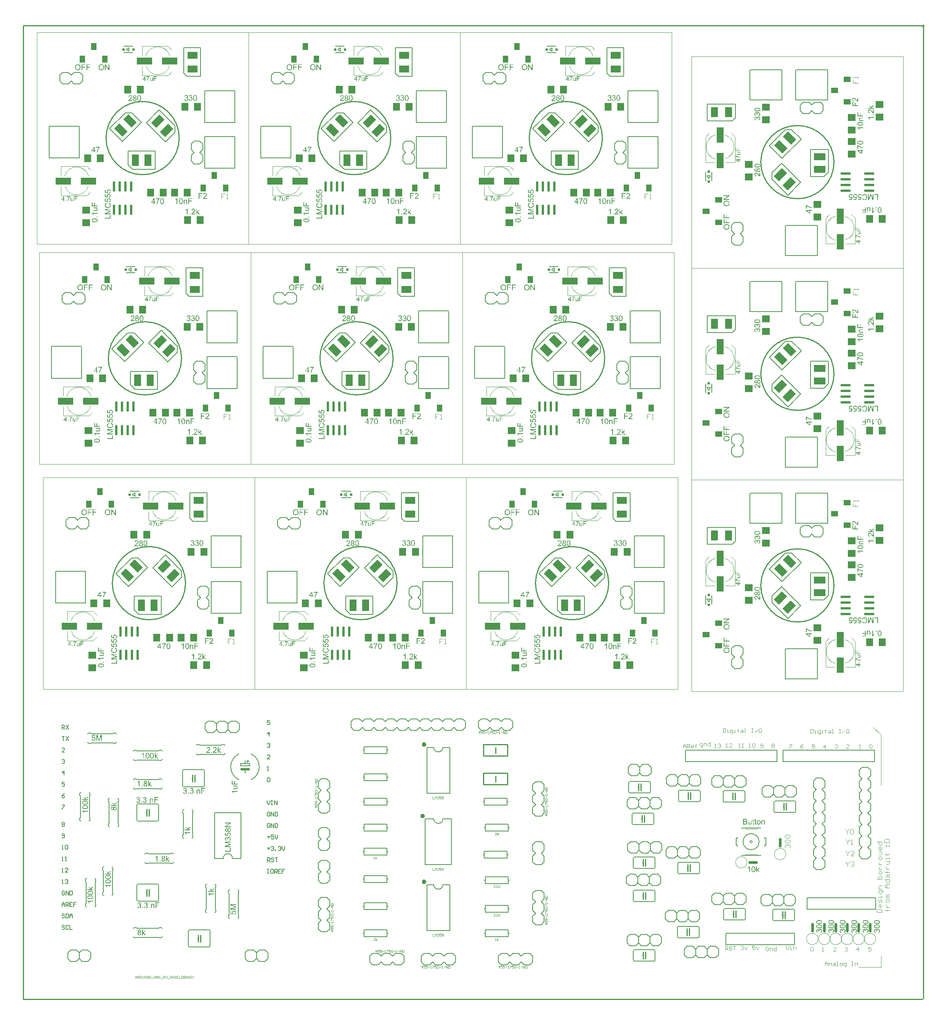
<source format=gtp>
G04 Layer_Color=8421504*
%FSLAX43Y43*%
%MOMM*%
G71*
G01*
G75*
%ADD10R,1.600X1.803*%
%ADD11R,3.500X1.600*%
%ADD12R,1.600X1.800*%
G04:AMPARAMS|DCode=13|XSize=1.6mm|YSize=2.6mm|CornerRadius=0mm|HoleSize=0mm|Usage=FLASHONLY|Rotation=135.000|XOffset=0mm|YOffset=0mm|HoleType=Round|Shape=Rectangle|*
%AMROTATEDRECTD13*
4,1,4,1.485,0.354,-0.354,-1.485,-1.485,-0.354,0.354,1.485,1.485,0.354,0.0*
%
%ADD13ROTATEDRECTD13*%

%ADD14R,1.600X2.600*%
G04:AMPARAMS|DCode=15|XSize=1.6mm|YSize=2.6mm|CornerRadius=0mm|HoleSize=0mm|Usage=FLASHONLY|Rotation=225.000|XOffset=0mm|YOffset=0mm|HoleType=Round|Shape=Rectangle|*
%AMROTATEDRECTD15*
4,1,4,-0.354,1.485,1.485,-0.354,0.354,-1.485,-1.485,0.354,-0.354,1.485,0.0*
%
%ADD15ROTATEDRECTD15*%

%ADD16R,1.200X1.600*%
%ADD17R,2.200X1.500*%
%ADD18R,0.600X0.600*%
%ADD19R,1.800X1.600*%
%ADD20R,0.600X2.200*%
%ADD21R,1.803X1.600*%
%ADD22R,1.600X3.500*%
%ADD23R,2.600X1.600*%
%ADD24R,1.600X1.200*%
%ADD25R,1.500X2.200*%
%ADD26R,0.600X0.600*%
%ADD27R,2.200X0.600*%
%ADD28C,0.610*%
%ADD30C,0.152*%
%ADD31C,0.254*%
%ADD36C,0.069*%
%ADD41C,0.000*%
%ADD42C,0.102*%
%ADD43C,0.203*%
%ADD44C,0.127*%
%ADD45C,0.051*%
%ADD46C,0.086*%
%ADD47C,0.130*%
%ADD48C,0.108*%
%ADD49C,0.041*%
G36*
X969897Y758063D02*
X969724D01*
X969065Y759052D01*
Y758063D01*
X968905D01*
Y759323D01*
X969076D01*
X969737Y758333D01*
Y759323D01*
X969897D01*
Y758063D01*
D02*
G37*
G36*
X922907D02*
X922734D01*
X922075Y759052D01*
Y758063D01*
X921915D01*
Y759323D01*
X922086D01*
X922747Y758333D01*
Y759323D01*
X922907D01*
Y758063D01*
D02*
G37*
G36*
X875917D02*
X875744D01*
X875085Y759052D01*
Y758063D01*
X874925D01*
Y759323D01*
X875096D01*
X875757Y758333D01*
Y759323D01*
X875917D01*
Y758063D01*
D02*
G37*
G36*
X965635Y759174D02*
X964951D01*
Y758784D01*
X965543D01*
Y758635D01*
X964951D01*
Y758063D01*
X964783D01*
Y759323D01*
X965635D01*
Y759174D01*
D02*
G37*
G36*
X964559D02*
X963874D01*
Y758784D01*
X964466D01*
Y758635D01*
X963874D01*
Y758063D01*
X963707D01*
Y759323D01*
X964559D01*
Y759174D01*
D02*
G37*
G36*
X918645D02*
X917961D01*
Y758784D01*
X918553D01*
Y758635D01*
X917961D01*
Y758063D01*
X917793D01*
Y759323D01*
X918645D01*
Y759174D01*
D02*
G37*
G36*
X917569D02*
X916884D01*
Y758784D01*
X917476D01*
Y758635D01*
X916884D01*
Y758063D01*
X916717D01*
Y759323D01*
X917569D01*
Y759174D01*
D02*
G37*
G36*
X871655D02*
X870971D01*
Y758784D01*
X871563D01*
Y758635D01*
X870971D01*
Y758063D01*
X870803D01*
Y759323D01*
X871655D01*
Y759174D01*
D02*
G37*
G36*
X870579D02*
X869894D01*
Y758784D01*
X870486D01*
Y758635D01*
X869894D01*
Y758063D01*
X869727D01*
Y759323D01*
X870579D01*
Y759174D01*
D02*
G37*
G36*
X968118Y759343D02*
X968134D01*
X968151Y759341D01*
X968173Y759338D01*
X968194Y759334D01*
X968242Y759325D01*
X968296Y759310D01*
X968349Y759289D01*
X968377Y759276D01*
X968404Y759261D01*
X968406Y759260D01*
X968409Y759258D01*
X968417Y759252D01*
X968428Y759247D01*
X968438Y759238D01*
X968453Y759227D01*
X968484Y759201D01*
X968517Y759168D01*
X968553Y759128D01*
X968588Y759081D01*
X968617Y759028D01*
Y759026D01*
X968621Y759021D01*
X968624Y759014D01*
X968628Y759003D01*
X968635Y758988D01*
X968641Y758972D01*
X968648Y758952D01*
X968655Y758930D01*
X968661Y758906D01*
X968668Y758881D01*
X968675Y758852D01*
X968681Y758822D01*
X968688Y758759D01*
X968692Y758690D01*
Y758688D01*
Y758680D01*
Y758671D01*
X968690Y758657D01*
Y758640D01*
X968688Y758620D01*
X968684Y758598D01*
X968682Y758575D01*
X968673Y758522D01*
X968659Y758464D01*
X968639Y758405D01*
X968628Y758376D01*
X968613Y758347D01*
Y758345D01*
X968610Y758340D01*
X968606Y758333D01*
X968599Y758322D01*
X968591Y758309D01*
X968582Y758296D01*
X968557Y758262D01*
X968526Y758225D01*
X968489Y758187D01*
X968446Y758150D01*
X968395Y758118D01*
X968393D01*
X968389Y758114D01*
X968380Y758110D01*
X968369Y758105D01*
X968357Y758099D01*
X968342Y758094D01*
X968324Y758087D01*
X968304Y758079D01*
X968282Y758072D01*
X968258Y758065D01*
X968205Y758054D01*
X968149Y758045D01*
X968089Y758041D01*
X968071D01*
X968060Y758043D01*
X968043D01*
X968025Y758047D01*
X968005Y758048D01*
X967981Y758052D01*
X967932Y758063D01*
X967879Y758078D01*
X967825Y758099D01*
X967797Y758112D01*
X967770Y758127D01*
X967768Y758129D01*
X967765Y758130D01*
X967757Y758136D01*
X967746Y758143D01*
X967735Y758150D01*
X967723Y758161D01*
X967692Y758189D01*
X967657Y758221D01*
X967621Y758262D01*
X967588Y758307D01*
X967557Y758360D01*
Y758362D01*
X967553Y758367D01*
X967550Y758374D01*
X967546Y758385D01*
X967541Y758400D01*
X967535Y758416D01*
X967528Y758435D01*
X967522Y758455D01*
X967515Y758478D01*
X967508Y758502D01*
X967497Y758557D01*
X967490Y758613D01*
X967486Y758675D01*
Y758677D01*
Y758679D01*
Y758690D01*
X967488Y758706D01*
Y758728D01*
X967491Y758753D01*
X967495Y758784D01*
X967501Y758819D01*
X967508Y758855D01*
X967515Y758893D01*
X967526Y758934D01*
X967541Y758974D01*
X967557Y759016D01*
X967575Y759056D01*
X967599Y759096D01*
X967624Y759132D01*
X967654Y759167D01*
X967655Y759168D01*
X967661Y759174D01*
X967672Y759183D01*
X967685Y759194D01*
X967701Y759208D01*
X967721Y759223D01*
X967745Y759240D01*
X967772Y759256D01*
X967801Y759272D01*
X967834Y759289D01*
X967870Y759303D01*
X967909Y759318D01*
X967950Y759329D01*
X967994Y759338D01*
X968040Y759343D01*
X968089Y759345D01*
X968105D01*
X968118Y759343D01*
D02*
G37*
G36*
X962911D02*
X962927D01*
X962944Y759341D01*
X962966Y759338D01*
X962987Y759334D01*
X963035Y759325D01*
X963089Y759310D01*
X963142Y759289D01*
X963170Y759276D01*
X963197Y759261D01*
X963199Y759260D01*
X963202Y759258D01*
X963210Y759252D01*
X963221Y759247D01*
X963232Y759238D01*
X963246Y759227D01*
X963277Y759201D01*
X963310Y759168D01*
X963346Y759128D01*
X963381Y759081D01*
X963410Y759028D01*
Y759026D01*
X963414Y759021D01*
X963417Y759014D01*
X963421Y759003D01*
X963428Y758988D01*
X963434Y758972D01*
X963441Y758952D01*
X963448Y758930D01*
X963454Y758906D01*
X963461Y758881D01*
X963468Y758852D01*
X963474Y758822D01*
X963481Y758759D01*
X963485Y758690D01*
Y758688D01*
Y758680D01*
Y758671D01*
X963483Y758657D01*
Y758640D01*
X963481Y758620D01*
X963477Y758598D01*
X963476Y758575D01*
X963466Y758522D01*
X963452Y758464D01*
X963432Y758405D01*
X963421Y758376D01*
X963406Y758347D01*
Y758345D01*
X963403Y758340D01*
X963399Y758333D01*
X963392Y758322D01*
X963384Y758309D01*
X963375Y758296D01*
X963350Y758262D01*
X963319Y758225D01*
X963282Y758187D01*
X963239Y758150D01*
X963188Y758118D01*
X963186D01*
X963182Y758114D01*
X963173Y758110D01*
X963162Y758105D01*
X963150Y758099D01*
X963135Y758094D01*
X963117Y758087D01*
X963097Y758079D01*
X963075Y758072D01*
X963051Y758065D01*
X962998Y758054D01*
X962942Y758045D01*
X962882Y758041D01*
X962864D01*
X962853Y758043D01*
X962836D01*
X962818Y758047D01*
X962798Y758048D01*
X962774Y758052D01*
X962725Y758063D01*
X962672Y758078D01*
X962618Y758099D01*
X962590Y758112D01*
X962563Y758127D01*
X962561Y758129D01*
X962558Y758130D01*
X962550Y758136D01*
X962539Y758143D01*
X962529Y758150D01*
X962516Y758161D01*
X962485Y758189D01*
X962450Y758221D01*
X962414Y758262D01*
X962381Y758307D01*
X962350Y758360D01*
Y758362D01*
X962346Y758367D01*
X962343Y758374D01*
X962339Y758385D01*
X962334Y758400D01*
X962328Y758416D01*
X962321Y758435D01*
X962315Y758455D01*
X962308Y758478D01*
X962301Y758502D01*
X962290Y758557D01*
X962283Y758613D01*
X962279Y758675D01*
Y758677D01*
Y758679D01*
Y758690D01*
X962281Y758706D01*
Y758728D01*
X962284Y758753D01*
X962288Y758784D01*
X962294Y758819D01*
X962301Y758855D01*
X962308Y758893D01*
X962319Y758934D01*
X962334Y758974D01*
X962350Y759016D01*
X962368Y759056D01*
X962392Y759096D01*
X962417Y759132D01*
X962447Y759167D01*
X962448Y759168D01*
X962454Y759174D01*
X962465Y759183D01*
X962478Y759194D01*
X962494Y759208D01*
X962514Y759223D01*
X962538Y759240D01*
X962565Y759256D01*
X962594Y759272D01*
X962627Y759289D01*
X962663Y759303D01*
X962702Y759318D01*
X962743Y759329D01*
X962787Y759338D01*
X962833Y759343D01*
X962882Y759345D01*
X962898D01*
X962911Y759343D01*
D02*
G37*
G36*
X921128D02*
X921144D01*
X921161Y759341D01*
X921183Y759338D01*
X921204Y759334D01*
X921252Y759325D01*
X921306Y759310D01*
X921359Y759289D01*
X921387Y759276D01*
X921414Y759261D01*
X921416Y759260D01*
X921419Y759258D01*
X921427Y759252D01*
X921438Y759247D01*
X921448Y759238D01*
X921463Y759227D01*
X921494Y759201D01*
X921527Y759168D01*
X921563Y759128D01*
X921598Y759081D01*
X921627Y759028D01*
Y759026D01*
X921631Y759021D01*
X921634Y759014D01*
X921638Y759003D01*
X921645Y758988D01*
X921651Y758972D01*
X921658Y758952D01*
X921665Y758930D01*
X921671Y758906D01*
X921678Y758881D01*
X921685Y758852D01*
X921691Y758822D01*
X921698Y758759D01*
X921702Y758690D01*
Y758688D01*
Y758680D01*
Y758671D01*
X921700Y758657D01*
Y758640D01*
X921698Y758620D01*
X921694Y758598D01*
X921693Y758575D01*
X921683Y758522D01*
X921669Y758464D01*
X921649Y758405D01*
X921638Y758376D01*
X921623Y758347D01*
Y758345D01*
X921620Y758340D01*
X921616Y758333D01*
X921609Y758322D01*
X921601Y758309D01*
X921592Y758296D01*
X921567Y758262D01*
X921536Y758225D01*
X921499Y758187D01*
X921456Y758150D01*
X921405Y758118D01*
X921403D01*
X921399Y758114D01*
X921390Y758110D01*
X921379Y758105D01*
X921367Y758099D01*
X921352Y758094D01*
X921334Y758087D01*
X921314Y758079D01*
X921292Y758072D01*
X921268Y758065D01*
X921215Y758054D01*
X921159Y758045D01*
X921099Y758041D01*
X921081D01*
X921070Y758043D01*
X921053D01*
X921035Y758047D01*
X921015Y758048D01*
X920991Y758052D01*
X920942Y758063D01*
X920889Y758078D01*
X920835Y758099D01*
X920807Y758112D01*
X920780Y758127D01*
X920778Y758129D01*
X920775Y758130D01*
X920767Y758136D01*
X920756Y758143D01*
X920745Y758150D01*
X920733Y758161D01*
X920702Y758189D01*
X920667Y758221D01*
X920631Y758262D01*
X920598Y758307D01*
X920567Y758360D01*
Y758362D01*
X920563Y758367D01*
X920560Y758374D01*
X920556Y758385D01*
X920551Y758400D01*
X920545Y758416D01*
X920538Y758435D01*
X920532Y758455D01*
X920525Y758478D01*
X920518Y758502D01*
X920507Y758557D01*
X920500Y758613D01*
X920496Y758675D01*
Y758677D01*
Y758679D01*
Y758690D01*
X920498Y758706D01*
Y758728D01*
X920501Y758753D01*
X920505Y758784D01*
X920511Y758819D01*
X920518Y758855D01*
X920525Y758893D01*
X920536Y758934D01*
X920551Y758974D01*
X920567Y759016D01*
X920585Y759056D01*
X920609Y759096D01*
X920634Y759132D01*
X920664Y759167D01*
X920665Y759168D01*
X920671Y759174D01*
X920682Y759183D01*
X920695Y759194D01*
X920711Y759208D01*
X920731Y759223D01*
X920755Y759240D01*
X920782Y759256D01*
X920811Y759272D01*
X920844Y759289D01*
X920880Y759303D01*
X920919Y759318D01*
X920960Y759329D01*
X921004Y759338D01*
X921050Y759343D01*
X921099Y759345D01*
X921115D01*
X921128Y759343D01*
D02*
G37*
G36*
X915921D02*
X915937D01*
X915954Y759341D01*
X915976Y759338D01*
X915997Y759334D01*
X916045Y759325D01*
X916099Y759310D01*
X916152Y759289D01*
X916180Y759276D01*
X916207Y759261D01*
X916209Y759260D01*
X916212Y759258D01*
X916220Y759252D01*
X916231Y759247D01*
X916241Y759238D01*
X916256Y759227D01*
X916287Y759201D01*
X916320Y759168D01*
X916356Y759128D01*
X916391Y759081D01*
X916420Y759028D01*
Y759026D01*
X916424Y759021D01*
X916427Y759014D01*
X916431Y759003D01*
X916438Y758988D01*
X916444Y758972D01*
X916451Y758952D01*
X916458Y758930D01*
X916464Y758906D01*
X916471Y758881D01*
X916478Y758852D01*
X916484Y758822D01*
X916491Y758759D01*
X916495Y758690D01*
Y758688D01*
Y758680D01*
Y758671D01*
X916493Y758657D01*
Y758640D01*
X916491Y758620D01*
X916487Y758598D01*
X916486Y758575D01*
X916476Y758522D01*
X916462Y758464D01*
X916442Y758405D01*
X916431Y758376D01*
X916416Y758347D01*
Y758345D01*
X916413Y758340D01*
X916409Y758333D01*
X916402Y758322D01*
X916394Y758309D01*
X916385Y758296D01*
X916360Y758262D01*
X916329Y758225D01*
X916292Y758187D01*
X916249Y758150D01*
X916198Y758118D01*
X916196D01*
X916192Y758114D01*
X916183Y758110D01*
X916172Y758105D01*
X916160Y758099D01*
X916145Y758094D01*
X916127Y758087D01*
X916107Y758079D01*
X916085Y758072D01*
X916061Y758065D01*
X916008Y758054D01*
X915952Y758045D01*
X915892Y758041D01*
X915874D01*
X915863Y758043D01*
X915846D01*
X915828Y758047D01*
X915808Y758048D01*
X915784Y758052D01*
X915735Y758063D01*
X915682Y758078D01*
X915628Y758099D01*
X915600Y758112D01*
X915573Y758127D01*
X915571Y758129D01*
X915568Y758130D01*
X915560Y758136D01*
X915549Y758143D01*
X915539Y758150D01*
X915526Y758161D01*
X915495Y758189D01*
X915460Y758221D01*
X915424Y758262D01*
X915391Y758307D01*
X915360Y758360D01*
Y758362D01*
X915356Y758367D01*
X915353Y758374D01*
X915349Y758385D01*
X915344Y758400D01*
X915338Y758416D01*
X915331Y758435D01*
X915325Y758455D01*
X915318Y758478D01*
X915311Y758502D01*
X915300Y758557D01*
X915293Y758613D01*
X915289Y758675D01*
Y758677D01*
Y758679D01*
Y758690D01*
X915291Y758706D01*
Y758728D01*
X915294Y758753D01*
X915298Y758784D01*
X915304Y758819D01*
X915311Y758855D01*
X915318Y758893D01*
X915329Y758934D01*
X915344Y758974D01*
X915360Y759016D01*
X915378Y759056D01*
X915402Y759096D01*
X915427Y759132D01*
X915457Y759167D01*
X915458Y759168D01*
X915464Y759174D01*
X915475Y759183D01*
X915487Y759194D01*
X915504Y759208D01*
X915524Y759223D01*
X915548Y759240D01*
X915575Y759256D01*
X915604Y759272D01*
X915637Y759289D01*
X915673Y759303D01*
X915711Y759318D01*
X915753Y759329D01*
X915797Y759338D01*
X915843Y759343D01*
X915892Y759345D01*
X915908D01*
X915921Y759343D01*
D02*
G37*
G36*
X874138D02*
X874154D01*
X874171Y759341D01*
X874193Y759338D01*
X874214Y759334D01*
X874262Y759325D01*
X874316Y759310D01*
X874369Y759289D01*
X874397Y759276D01*
X874424Y759261D01*
X874426Y759260D01*
X874429Y759258D01*
X874437Y759252D01*
X874448Y759247D01*
X874458Y759238D01*
X874473Y759227D01*
X874504Y759201D01*
X874537Y759168D01*
X874573Y759128D01*
X874608Y759081D01*
X874637Y759028D01*
Y759026D01*
X874641Y759021D01*
X874644Y759014D01*
X874648Y759003D01*
X874655Y758988D01*
X874661Y758972D01*
X874668Y758952D01*
X874675Y758930D01*
X874681Y758906D01*
X874688Y758881D01*
X874695Y758852D01*
X874701Y758822D01*
X874708Y758759D01*
X874712Y758690D01*
Y758688D01*
Y758680D01*
Y758671D01*
X874710Y758657D01*
Y758640D01*
X874708Y758620D01*
X874704Y758598D01*
X874703Y758575D01*
X874693Y758522D01*
X874679Y758464D01*
X874659Y758405D01*
X874648Y758376D01*
X874633Y758347D01*
Y758345D01*
X874630Y758340D01*
X874626Y758333D01*
X874619Y758322D01*
X874611Y758309D01*
X874602Y758296D01*
X874577Y758262D01*
X874546Y758225D01*
X874509Y758187D01*
X874466Y758150D01*
X874415Y758118D01*
X874413D01*
X874409Y758114D01*
X874400Y758110D01*
X874389Y758105D01*
X874377Y758099D01*
X874362Y758094D01*
X874344Y758087D01*
X874324Y758079D01*
X874302Y758072D01*
X874278Y758065D01*
X874225Y758054D01*
X874169Y758045D01*
X874109Y758041D01*
X874091D01*
X874080Y758043D01*
X874063D01*
X874045Y758047D01*
X874025Y758048D01*
X874001Y758052D01*
X873952Y758063D01*
X873899Y758078D01*
X873845Y758099D01*
X873817Y758112D01*
X873790Y758127D01*
X873788Y758129D01*
X873785Y758130D01*
X873777Y758136D01*
X873766Y758143D01*
X873755Y758150D01*
X873743Y758161D01*
X873712Y758189D01*
X873677Y758221D01*
X873641Y758262D01*
X873608Y758307D01*
X873577Y758360D01*
Y758362D01*
X873573Y758367D01*
X873570Y758374D01*
X873566Y758385D01*
X873561Y758400D01*
X873555Y758416D01*
X873548Y758435D01*
X873542Y758455D01*
X873535Y758478D01*
X873528Y758502D01*
X873517Y758557D01*
X873510Y758613D01*
X873506Y758675D01*
Y758677D01*
Y758679D01*
Y758690D01*
X873508Y758706D01*
Y758728D01*
X873511Y758753D01*
X873515Y758784D01*
X873521Y758819D01*
X873528Y758855D01*
X873535Y758893D01*
X873546Y758934D01*
X873561Y758974D01*
X873577Y759016D01*
X873595Y759056D01*
X873619Y759096D01*
X873644Y759132D01*
X873674Y759167D01*
X873675Y759168D01*
X873681Y759174D01*
X873692Y759183D01*
X873705Y759194D01*
X873721Y759208D01*
X873741Y759223D01*
X873765Y759240D01*
X873792Y759256D01*
X873821Y759272D01*
X873854Y759289D01*
X873890Y759303D01*
X873929Y759318D01*
X873970Y759329D01*
X874014Y759338D01*
X874060Y759343D01*
X874109Y759345D01*
X874125D01*
X874138Y759343D01*
D02*
G37*
G36*
X868931D02*
X868947D01*
X868964Y759341D01*
X868986Y759338D01*
X869007Y759334D01*
X869055Y759325D01*
X869109Y759310D01*
X869162Y759289D01*
X869190Y759276D01*
X869217Y759261D01*
X869219Y759260D01*
X869222Y759258D01*
X869230Y759252D01*
X869241Y759247D01*
X869251Y759238D01*
X869266Y759227D01*
X869297Y759201D01*
X869330Y759168D01*
X869366Y759128D01*
X869401Y759081D01*
X869430Y759028D01*
Y759026D01*
X869434Y759021D01*
X869437Y759014D01*
X869441Y759003D01*
X869448Y758988D01*
X869454Y758972D01*
X869461Y758952D01*
X869468Y758930D01*
X869474Y758906D01*
X869481Y758881D01*
X869488Y758852D01*
X869494Y758822D01*
X869501Y758759D01*
X869505Y758690D01*
Y758688D01*
Y758680D01*
Y758671D01*
X869503Y758657D01*
Y758640D01*
X869501Y758620D01*
X869497Y758598D01*
X869496Y758575D01*
X869486Y758522D01*
X869472Y758464D01*
X869452Y758405D01*
X869441Y758376D01*
X869426Y758347D01*
Y758345D01*
X869423Y758340D01*
X869419Y758333D01*
X869412Y758322D01*
X869404Y758309D01*
X869395Y758296D01*
X869370Y758262D01*
X869339Y758225D01*
X869302Y758187D01*
X869259Y758150D01*
X869208Y758118D01*
X869206D01*
X869202Y758114D01*
X869193Y758110D01*
X869182Y758105D01*
X869169Y758099D01*
X869155Y758094D01*
X869137Y758087D01*
X869117Y758079D01*
X869095Y758072D01*
X869071Y758065D01*
X869018Y758054D01*
X868962Y758045D01*
X868902Y758041D01*
X868884D01*
X868873Y758043D01*
X868856D01*
X868838Y758047D01*
X868818Y758048D01*
X868794Y758052D01*
X868745Y758063D01*
X868692Y758078D01*
X868638Y758099D01*
X868610Y758112D01*
X868583Y758127D01*
X868581Y758129D01*
X868578Y758130D01*
X868570Y758136D01*
X868559Y758143D01*
X868549Y758150D01*
X868536Y758161D01*
X868505Y758189D01*
X868470Y758221D01*
X868434Y758262D01*
X868401Y758307D01*
X868370Y758360D01*
Y758362D01*
X868366Y758367D01*
X868363Y758374D01*
X868359Y758385D01*
X868354Y758400D01*
X868348Y758416D01*
X868341Y758435D01*
X868335Y758455D01*
X868328Y758478D01*
X868321Y758502D01*
X868310Y758557D01*
X868303Y758613D01*
X868299Y758675D01*
Y758677D01*
Y758679D01*
Y758690D01*
X868301Y758706D01*
Y758728D01*
X868304Y758753D01*
X868308Y758784D01*
X868314Y758819D01*
X868321Y758855D01*
X868328Y758893D01*
X868339Y758934D01*
X868354Y758974D01*
X868370Y759016D01*
X868388Y759056D01*
X868412Y759096D01*
X868437Y759132D01*
X868467Y759167D01*
X868468Y759168D01*
X868474Y759174D01*
X868485Y759183D01*
X868497Y759194D01*
X868514Y759208D01*
X868534Y759223D01*
X868558Y759240D01*
X868585Y759256D01*
X868614Y759272D01*
X868647Y759289D01*
X868683Y759303D01*
X868721Y759318D01*
X868763Y759329D01*
X868807Y759338D01*
X868853Y759343D01*
X868902Y759345D01*
X868918D01*
X868931Y759343D01*
D02*
G37*
G36*
X979502Y755650D02*
X979391D01*
Y755756D01*
X979389Y755755D01*
X979386Y755751D01*
X979382Y755745D01*
X979375Y755737D01*
X979366Y755729D01*
X979356Y755717D01*
X979344Y755707D01*
X979329Y755695D01*
X979313Y755684D01*
X979296Y755673D01*
X979277Y755663D01*
X979257Y755653D01*
X979233Y755646D01*
X979210Y755640D01*
X979184Y755635D01*
X979157Y755634D01*
X979147D01*
X979134Y755635D01*
X979118Y755637D01*
X979099Y755640D01*
X979079Y755644D01*
X979058Y755650D01*
X979036Y755659D01*
X979034Y755660D01*
X979028Y755663D01*
X979017Y755669D01*
X979006Y755676D01*
X978991Y755685D01*
X978978Y755695D01*
X978965Y755707D01*
X978953Y755720D01*
X978952Y755721D01*
X978949Y755727D01*
X978945Y755735D01*
X978939Y755746D01*
X978931Y755759D01*
X978926Y755775D01*
X978920Y755793D01*
X978915Y755812D01*
Y755813D01*
X978914Y755819D01*
X978912Y755828D01*
Y755840D01*
X978911Y755857D01*
X978910Y755876D01*
X978908Y755901D01*
Y755928D01*
Y756382D01*
X979032D01*
Y755975D01*
Y755974D01*
Y755971D01*
Y755966D01*
Y755959D01*
Y755943D01*
X979034Y755923D01*
Y755901D01*
X979035Y755879D01*
X979036Y755860D01*
X979039Y755844D01*
Y755842D01*
X979042Y755837D01*
X979045Y755828D01*
X979050Y755816D01*
X979057Y755805D01*
X979066Y755791D01*
X979076Y755780D01*
X979089Y755768D01*
X979090Y755767D01*
X979096Y755764D01*
X979104Y755759D01*
X979115Y755755D01*
X979128Y755749D01*
X979144Y755745D01*
X979162Y755742D01*
X979182Y755740D01*
X979192D01*
X979203Y755742D01*
X979216Y755743D01*
X979232Y755748D01*
X979249Y755752D01*
X979268Y755759D01*
X979287Y755768D01*
X979290Y755770D01*
X979296Y755774D01*
X979305Y755780D01*
X979315Y755789D01*
X979327Y755800D01*
X979338Y755813D01*
X979348Y755828D01*
X979357Y755845D01*
X979359Y755848D01*
X979360Y755854D01*
X979363Y755866D01*
X979367Y755882D01*
X979372Y755902D01*
X979375Y755927D01*
X979376Y755956D01*
X979378Y755990D01*
Y756382D01*
X979502D01*
Y755650D01*
D02*
G37*
G36*
X932512D02*
X932401D01*
Y755756D01*
X932399Y755755D01*
X932396Y755751D01*
X932392Y755745D01*
X932385Y755737D01*
X932376Y755729D01*
X932366Y755717D01*
X932354Y755707D01*
X932339Y755695D01*
X932323Y755684D01*
X932306Y755673D01*
X932287Y755663D01*
X932267Y755653D01*
X932243Y755646D01*
X932220Y755640D01*
X932194Y755635D01*
X932167Y755634D01*
X932157D01*
X932144Y755635D01*
X932128Y755637D01*
X932109Y755640D01*
X932089Y755644D01*
X932068Y755650D01*
X932046Y755659D01*
X932044Y755660D01*
X932038Y755663D01*
X932027Y755669D01*
X932016Y755676D01*
X932001Y755685D01*
X931988Y755695D01*
X931975Y755707D01*
X931963Y755720D01*
X931962Y755721D01*
X931959Y755727D01*
X931955Y755735D01*
X931949Y755746D01*
X931941Y755759D01*
X931936Y755775D01*
X931930Y755793D01*
X931925Y755812D01*
Y755813D01*
X931924Y755819D01*
X931922Y755828D01*
Y755840D01*
X931921Y755857D01*
X931920Y755876D01*
X931918Y755901D01*
Y755928D01*
Y756382D01*
X932042D01*
Y755975D01*
Y755974D01*
Y755971D01*
Y755966D01*
Y755959D01*
Y755943D01*
X932044Y755923D01*
Y755901D01*
X932045Y755879D01*
X932046Y755860D01*
X932049Y755844D01*
Y755842D01*
X932052Y755837D01*
X932055Y755828D01*
X932060Y755816D01*
X932067Y755805D01*
X932076Y755791D01*
X932086Y755780D01*
X932099Y755768D01*
X932100Y755767D01*
X932106Y755764D01*
X932113Y755759D01*
X932125Y755755D01*
X932138Y755749D01*
X932154Y755745D01*
X932172Y755742D01*
X932192Y755740D01*
X932202D01*
X932213Y755742D01*
X932226Y755743D01*
X932242Y755748D01*
X932259Y755752D01*
X932278Y755759D01*
X932297Y755768D01*
X932300Y755770D01*
X932306Y755774D01*
X932315Y755780D01*
X932325Y755789D01*
X932337Y755800D01*
X932348Y755813D01*
X932358Y755828D01*
X932367Y755845D01*
X932369Y755848D01*
X932370Y755854D01*
X932373Y755866D01*
X932377Y755882D01*
X932382Y755902D01*
X932385Y755927D01*
X932386Y755956D01*
X932388Y755990D01*
Y756382D01*
X932512D01*
Y755650D01*
D02*
G37*
G36*
X885521D02*
X885411D01*
Y755756D01*
X885409Y755755D01*
X885406Y755751D01*
X885402Y755745D01*
X885395Y755737D01*
X885386Y755729D01*
X885376Y755717D01*
X885364Y755707D01*
X885349Y755695D01*
X885333Y755684D01*
X885316Y755673D01*
X885297Y755663D01*
X885277Y755653D01*
X885253Y755646D01*
X885230Y755640D01*
X885204Y755635D01*
X885177Y755634D01*
X885167D01*
X885154Y755635D01*
X885138Y755637D01*
X885119Y755640D01*
X885099Y755644D01*
X885078Y755650D01*
X885056Y755659D01*
X885054Y755660D01*
X885048Y755663D01*
X885037Y755669D01*
X885026Y755676D01*
X885011Y755685D01*
X884998Y755695D01*
X884985Y755707D01*
X884973Y755720D01*
X884972Y755721D01*
X884969Y755727D01*
X884965Y755735D01*
X884959Y755746D01*
X884951Y755759D01*
X884946Y755775D01*
X884940Y755793D01*
X884935Y755812D01*
Y755813D01*
X884934Y755819D01*
X884932Y755828D01*
Y755840D01*
X884931Y755857D01*
X884930Y755876D01*
X884928Y755901D01*
Y755928D01*
Y756382D01*
X885052D01*
Y755975D01*
Y755974D01*
Y755971D01*
Y755966D01*
Y755959D01*
Y755943D01*
X885054Y755923D01*
Y755901D01*
X885055Y755879D01*
X885056Y755860D01*
X885059Y755844D01*
Y755842D01*
X885062Y755837D01*
X885065Y755828D01*
X885070Y755816D01*
X885077Y755805D01*
X885086Y755791D01*
X885096Y755780D01*
X885109Y755768D01*
X885110Y755767D01*
X885116Y755764D01*
X885123Y755759D01*
X885135Y755755D01*
X885148Y755749D01*
X885164Y755745D01*
X885182Y755742D01*
X885202Y755740D01*
X885212D01*
X885223Y755742D01*
X885236Y755743D01*
X885252Y755748D01*
X885269Y755752D01*
X885288Y755759D01*
X885307Y755768D01*
X885310Y755770D01*
X885316Y755774D01*
X885325Y755780D01*
X885335Y755789D01*
X885347Y755800D01*
X885358Y755813D01*
X885368Y755828D01*
X885377Y755845D01*
X885379Y755848D01*
X885380Y755854D01*
X885383Y755866D01*
X885387Y755882D01*
X885392Y755902D01*
X885395Y755927D01*
X885396Y755956D01*
X885398Y755990D01*
Y756382D01*
X885521D01*
Y755650D01*
D02*
G37*
G36*
X980400Y756539D02*
X979851D01*
Y756227D01*
X980325D01*
Y756108D01*
X979851D01*
Y755650D01*
X979717D01*
Y756659D01*
X980400D01*
Y756539D01*
D02*
G37*
G36*
X978754Y756548D02*
X978752Y756547D01*
X978749Y756544D01*
X978743Y756538D01*
X978738Y756529D01*
X978729Y756519D01*
X978717Y756507D01*
X978705Y756493D01*
X978692Y756475D01*
X978679Y756458D01*
X978663Y756437D01*
X978647Y756414D01*
X978631Y756391D01*
X978614Y756364D01*
X978596Y756337D01*
X978579Y756306D01*
X978561Y756275D01*
X978560Y756274D01*
X978557Y756268D01*
X978552Y756259D01*
X978545Y756246D01*
X978538Y756230D01*
X978529Y756213D01*
X978519Y756192D01*
X978509Y756169D01*
X978497Y756143D01*
X978484Y756117D01*
X978472Y756087D01*
X978461Y756057D01*
X978437Y755994D01*
X978415Y755927D01*
Y755926D01*
X978414Y755921D01*
X978412Y755914D01*
X978409Y755905D01*
X978407Y755893D01*
X978404Y755879D01*
X978399Y755863D01*
X978396Y755845D01*
X978392Y755825D01*
X978388Y755803D01*
X978380Y755756D01*
X978373Y755705D01*
X978369Y755650D01*
X978242D01*
Y755651D01*
Y755656D01*
Y755662D01*
X978243Y755670D01*
Y755682D01*
X978245Y755697D01*
X978246Y755713D01*
X978248Y755730D01*
X978251Y755751D01*
X978253Y755771D01*
X978258Y755796D01*
X978262Y755821D01*
X978267Y755847D01*
X978272Y755876D01*
X978287Y755936D01*
Y755937D01*
X978289Y755943D01*
X978291Y755952D01*
X978296Y755965D01*
X978300Y755979D01*
X978306Y755997D01*
X978312Y756017D01*
X978321Y756039D01*
X978329Y756064D01*
X978338Y756089D01*
X978360Y756144D01*
X978386Y756203D01*
X978415Y756261D01*
X978417Y756262D01*
X978420Y756268D01*
X978424Y756275D01*
X978430Y756287D01*
X978437Y756300D01*
X978447Y756316D01*
X978458Y756334D01*
X978469Y756353D01*
X978497Y756395D01*
X978526Y756439D01*
X978560Y756484D01*
X978595Y756526D01*
X978100D01*
Y756646D01*
X978754D01*
Y756548D01*
D02*
G37*
G36*
X977828Y756006D02*
X977965D01*
Y755892D01*
X977828D01*
Y755650D01*
X977704D01*
Y755892D01*
X977265D01*
Y756006D01*
X977727Y756659D01*
X977828D01*
Y756006D01*
D02*
G37*
G36*
X933410Y756539D02*
X932861D01*
Y756227D01*
X933335D01*
Y756108D01*
X932861D01*
Y755650D01*
X932727D01*
Y756659D01*
X933410D01*
Y756539D01*
D02*
G37*
G36*
X931764Y756548D02*
X931762Y756547D01*
X931759Y756544D01*
X931753Y756538D01*
X931748Y756529D01*
X931739Y756519D01*
X931727Y756507D01*
X931715Y756493D01*
X931702Y756475D01*
X931689Y756458D01*
X931673Y756437D01*
X931657Y756414D01*
X931641Y756391D01*
X931624Y756364D01*
X931606Y756337D01*
X931589Y756306D01*
X931571Y756275D01*
X931570Y756274D01*
X931567Y756268D01*
X931562Y756259D01*
X931555Y756246D01*
X931548Y756230D01*
X931539Y756213D01*
X931529Y756192D01*
X931519Y756169D01*
X931507Y756143D01*
X931494Y756117D01*
X931482Y756087D01*
X931471Y756057D01*
X931447Y755994D01*
X931425Y755927D01*
Y755926D01*
X931424Y755921D01*
X931422Y755914D01*
X931419Y755905D01*
X931417Y755893D01*
X931414Y755879D01*
X931409Y755863D01*
X931406Y755845D01*
X931402Y755825D01*
X931398Y755803D01*
X931390Y755756D01*
X931383Y755705D01*
X931379Y755650D01*
X931252D01*
Y755651D01*
Y755656D01*
Y755662D01*
X931253Y755670D01*
Y755682D01*
X931255Y755697D01*
X931256Y755713D01*
X931258Y755730D01*
X931261Y755751D01*
X931263Y755771D01*
X931268Y755796D01*
X931272Y755821D01*
X931277Y755847D01*
X931282Y755876D01*
X931297Y755936D01*
Y755937D01*
X931298Y755943D01*
X931301Y755952D01*
X931306Y755965D01*
X931310Y755979D01*
X931316Y755997D01*
X931322Y756017D01*
X931331Y756039D01*
X931339Y756064D01*
X931348Y756089D01*
X931370Y756144D01*
X931396Y756203D01*
X931425Y756261D01*
X931427Y756262D01*
X931430Y756268D01*
X931434Y756275D01*
X931440Y756287D01*
X931447Y756300D01*
X931457Y756316D01*
X931468Y756334D01*
X931479Y756353D01*
X931507Y756395D01*
X931536Y756439D01*
X931570Y756484D01*
X931605Y756526D01*
X931110D01*
Y756646D01*
X931764D01*
Y756548D01*
D02*
G37*
G36*
X930838Y756006D02*
X930975D01*
Y755892D01*
X930838D01*
Y755650D01*
X930714D01*
Y755892D01*
X930275D01*
Y756006D01*
X930737Y756659D01*
X930838D01*
Y756006D01*
D02*
G37*
G36*
X886420Y756539D02*
X885871D01*
Y756227D01*
X886345D01*
Y756108D01*
X885871D01*
Y755650D01*
X885737D01*
Y756659D01*
X886420D01*
Y756539D01*
D02*
G37*
G36*
X884774Y756548D02*
X884772Y756547D01*
X884769Y756544D01*
X884763Y756538D01*
X884758Y756529D01*
X884749Y756519D01*
X884737Y756507D01*
X884725Y756493D01*
X884712Y756475D01*
X884699Y756458D01*
X884683Y756437D01*
X884667Y756414D01*
X884651Y756391D01*
X884634Y756364D01*
X884616Y756337D01*
X884599Y756306D01*
X884581Y756275D01*
X884580Y756274D01*
X884577Y756268D01*
X884572Y756259D01*
X884565Y756246D01*
X884558Y756230D01*
X884549Y756213D01*
X884539Y756192D01*
X884529Y756169D01*
X884517Y756143D01*
X884504Y756117D01*
X884492Y756087D01*
X884481Y756057D01*
X884457Y755994D01*
X884435Y755927D01*
Y755926D01*
X884434Y755921D01*
X884432Y755914D01*
X884430Y755905D01*
X884427Y755893D01*
X884424Y755879D01*
X884419Y755863D01*
X884416Y755845D01*
X884412Y755825D01*
X884408Y755803D01*
X884400Y755756D01*
X884393Y755705D01*
X884389Y755650D01*
X884262D01*
Y755651D01*
Y755656D01*
Y755662D01*
X884263Y755670D01*
Y755682D01*
X884265Y755697D01*
X884266Y755713D01*
X884268Y755730D01*
X884271Y755751D01*
X884273Y755771D01*
X884278Y755796D01*
X884282Y755821D01*
X884287Y755847D01*
X884292Y755876D01*
X884307Y755936D01*
Y755937D01*
X884308Y755943D01*
X884311Y755952D01*
X884316Y755965D01*
X884320Y755979D01*
X884326Y755997D01*
X884332Y756017D01*
X884341Y756039D01*
X884349Y756064D01*
X884358Y756089D01*
X884380Y756144D01*
X884406Y756203D01*
X884435Y756261D01*
X884437Y756262D01*
X884440Y756268D01*
X884444Y756275D01*
X884450Y756287D01*
X884457Y756300D01*
X884467Y756316D01*
X884478Y756334D01*
X884489Y756353D01*
X884517Y756395D01*
X884546Y756439D01*
X884580Y756484D01*
X884615Y756526D01*
X884120D01*
Y756646D01*
X884774D01*
Y756548D01*
D02*
G37*
G36*
X883848Y756006D02*
X883985D01*
Y755892D01*
X883848D01*
Y755650D01*
X883724D01*
Y755892D01*
X883285D01*
Y756006D01*
X883747Y756659D01*
X883848D01*
Y756006D01*
D02*
G37*
G36*
X987960Y752495D02*
X987984Y752491D01*
X988013Y752486D01*
X988046Y752477D01*
X988079Y752466D01*
X988112Y752451D01*
X988113D01*
X988115Y752450D01*
X988126Y752444D01*
X988143Y752433D01*
X988161Y752420D01*
X988183Y752402D01*
X988205Y752382D01*
X988226Y752358D01*
X988245Y752331D01*
X988246Y752327D01*
X988252Y752318D01*
X988259Y752302D01*
X988268Y752282D01*
X988277Y752258D01*
X988285Y752231D01*
X988290Y752200D01*
X988292Y752169D01*
Y752165D01*
Y752154D01*
X988290Y752140D01*
X988286Y752120D01*
X988281Y752096D01*
X988272Y752071D01*
X988261Y752045D01*
X988246Y752020D01*
X988245Y752016D01*
X988239Y752009D01*
X988228Y751996D01*
X988214Y751981D01*
X988195Y751965D01*
X988174Y751947D01*
X988148Y751930D01*
X988117Y751914D01*
X988119D01*
X988123Y751912D01*
X988128Y751910D01*
X988135Y751909D01*
X988155Y751901D01*
X988181Y751890D01*
X988210Y751876D01*
X988239Y751858D01*
X988266Y751834D01*
X988292Y751807D01*
X988294Y751803D01*
X988301Y751792D01*
X988312Y751774D01*
X988323Y751750D01*
X988334Y751721D01*
X988345Y751686D01*
X988352Y751646D01*
X988354Y751603D01*
Y751601D01*
Y751595D01*
Y751586D01*
X988352Y751575D01*
X988350Y751561D01*
X988347Y751544D01*
X988343Y751526D01*
X988339Y751506D01*
X988325Y751462D01*
X988314Y751439D01*
X988303Y751417D01*
X988288Y751393D01*
X988272Y751370D01*
X988254Y751346D01*
X988232Y751324D01*
X988230Y751322D01*
X988226Y751319D01*
X988219Y751313D01*
X988210Y751306D01*
X988199Y751297D01*
X988185Y751288D01*
X988168Y751277D01*
X988148Y751268D01*
X988128Y751257D01*
X988104Y751246D01*
X988081Y751237D01*
X988053Y751227D01*
X988024Y751220D01*
X987993Y751215D01*
X987962Y751211D01*
X987928Y751209D01*
X987911D01*
X987900Y751211D01*
X987886Y751213D01*
X987869Y751215D01*
X987851Y751218D01*
X987831Y751222D01*
X987787Y751233D01*
X987742Y751251D01*
X987718Y751262D01*
X987696Y751275D01*
X987675Y751291D01*
X987653Y751308D01*
X987651Y751309D01*
X987647Y751313D01*
X987642Y751319D01*
X987636Y751326D01*
X987627Y751335D01*
X987618Y751348D01*
X987607Y751360D01*
X987596Y751377D01*
X987585Y751395D01*
X987574Y751413D01*
X987554Y751457D01*
X987538Y751508D01*
X987532Y751535D01*
X987529Y751564D01*
X987684Y751584D01*
Y751583D01*
X987685Y751579D01*
X987687Y751572D01*
X987689Y751563D01*
X987691Y751552D01*
X987695Y751539D01*
X987704Y751512D01*
X987716Y751479D01*
X987733Y751448D01*
X987751Y751419D01*
X987773Y751393D01*
X987777Y751391D01*
X987784Y751384D01*
X987798Y751375D01*
X987817Y751366D01*
X987838Y751355D01*
X987866Y751346D01*
X987897Y751339D01*
X987930Y751337D01*
X987940D01*
X987948Y751339D01*
X987968Y751340D01*
X987993Y751346D01*
X988022Y751355D01*
X988053Y751368D01*
X988084Y751386D01*
X988113Y751411D01*
X988117Y751415D01*
X988126Y751426D01*
X988137Y751442D01*
X988152Y751464D01*
X988166Y751492D01*
X988177Y751523D01*
X988186Y751559D01*
X988190Y751599D01*
Y751601D01*
Y751604D01*
Y751610D01*
X988188Y751617D01*
X988186Y751637D01*
X988181Y751661D01*
X988174Y751690D01*
X988161Y751719D01*
X988143Y751748D01*
X988119Y751776D01*
X988115Y751779D01*
X988106Y751787D01*
X988092Y751798D01*
X988072Y751810D01*
X988046Y751823D01*
X988015Y751834D01*
X987981Y751841D01*
X987942Y751845D01*
X987926D01*
X987913Y751843D01*
X987897Y751841D01*
X987879Y751838D01*
X987857Y751834D01*
X987833Y751828D01*
X987851Y751965D01*
X987860D01*
X987868Y751963D01*
X987891D01*
X987911Y751967D01*
X987935Y751971D01*
X987962Y751976D01*
X987993Y751985D01*
X988022Y751998D01*
X988053Y752014D01*
X988055D01*
X988057Y752016D01*
X988066Y752023D01*
X988079Y752036D01*
X988093Y752052D01*
X988108Y752076D01*
X988121Y752103D01*
X988130Y752134D01*
X988133Y752153D01*
Y752173D01*
Y752174D01*
Y752176D01*
Y752187D01*
X988130Y752202D01*
X988126Y752222D01*
X988119Y752244D01*
X988110Y752267D01*
X988095Y752291D01*
X988075Y752313D01*
X988073Y752315D01*
X988064Y752322D01*
X988052Y752331D01*
X988035Y752342D01*
X988013Y752351D01*
X987988Y752360D01*
X987959Y752368D01*
X987926Y752369D01*
X987911D01*
X987895Y752366D01*
X987873Y752362D01*
X987849Y752355D01*
X987826Y752346D01*
X987800Y752331D01*
X987777Y752313D01*
X987775Y752311D01*
X987767Y752302D01*
X987756Y752289D01*
X987744Y752271D01*
X987731Y752247D01*
X987718Y752218D01*
X987707Y752184D01*
X987700Y752144D01*
X987545Y752171D01*
Y752173D01*
X987547Y752178D01*
X987549Y752185D01*
X987551Y752196D01*
X987554Y752209D01*
X987560Y752224D01*
X987571Y752258D01*
X987589Y752298D01*
X987611Y752338D01*
X987638Y752377D01*
X987673Y752411D01*
X987675Y752413D01*
X987678Y752415D01*
X987684Y752419D01*
X987691Y752424D01*
X987700Y752431D01*
X987713Y752439D01*
X987726Y752446D01*
X987742Y752455D01*
X987778Y752470D01*
X987820Y752484D01*
X987869Y752493D01*
X987895Y752497D01*
X987940D01*
X987960Y752495D01*
D02*
G37*
G36*
X986981D02*
X987004Y752491D01*
X987034Y752486D01*
X987066Y752477D01*
X987099Y752466D01*
X987132Y752451D01*
X987134D01*
X987135Y752450D01*
X987146Y752444D01*
X987163Y752433D01*
X987181Y752420D01*
X987203Y752402D01*
X987225Y752382D01*
X987247Y752358D01*
X987265Y752331D01*
X987267Y752327D01*
X987272Y752318D01*
X987279Y752302D01*
X987288Y752282D01*
X987298Y752258D01*
X987305Y752231D01*
X987310Y752200D01*
X987312Y752169D01*
Y752165D01*
Y752154D01*
X987310Y752140D01*
X987307Y752120D01*
X987301Y752096D01*
X987292Y752071D01*
X987281Y752045D01*
X987267Y752020D01*
X987265Y752016D01*
X987259Y752009D01*
X987248Y751996D01*
X987234Y751981D01*
X987216Y751965D01*
X987194Y751947D01*
X987168Y751930D01*
X987137Y751914D01*
X987139D01*
X987143Y751912D01*
X987148Y751910D01*
X987156Y751909D01*
X987176Y751901D01*
X987201Y751890D01*
X987230Y751876D01*
X987259Y751858D01*
X987287Y751834D01*
X987312Y751807D01*
X987314Y751803D01*
X987321Y751792D01*
X987332Y751774D01*
X987343Y751750D01*
X987354Y751721D01*
X987365Y751686D01*
X987372Y751646D01*
X987374Y751603D01*
Y751601D01*
Y751595D01*
Y751586D01*
X987372Y751575D01*
X987370Y751561D01*
X987367Y751544D01*
X987363Y751526D01*
X987359Y751506D01*
X987345Y751462D01*
X987334Y751439D01*
X987323Y751417D01*
X987308Y751393D01*
X987292Y751370D01*
X987274Y751346D01*
X987252Y751324D01*
X987250Y751322D01*
X987247Y751319D01*
X987239Y751313D01*
X987230Y751306D01*
X987219Y751297D01*
X987205Y751288D01*
X987188Y751277D01*
X987168Y751268D01*
X987148Y751257D01*
X987125Y751246D01*
X987101Y751237D01*
X987074Y751227D01*
X987044Y751220D01*
X987013Y751215D01*
X986982Y751211D01*
X986948Y751209D01*
X986932D01*
X986921Y751211D01*
X986906Y751213D01*
X986890Y751215D01*
X986871Y751218D01*
X986851Y751222D01*
X986808Y751233D01*
X986762Y751251D01*
X986738Y751262D01*
X986717Y751275D01*
X986695Y751291D01*
X986673Y751308D01*
X986671Y751309D01*
X986667Y751313D01*
X986662Y751319D01*
X986656Y751326D01*
X986647Y751335D01*
X986638Y751348D01*
X986627Y751360D01*
X986616Y751377D01*
X986606Y751395D01*
X986595Y751413D01*
X986575Y751457D01*
X986558Y751508D01*
X986553Y751535D01*
X986549Y751564D01*
X986704Y751584D01*
Y751583D01*
X986706Y751579D01*
X986708Y751572D01*
X986709Y751563D01*
X986711Y751552D01*
X986715Y751539D01*
X986724Y751512D01*
X986737Y751479D01*
X986753Y751448D01*
X986771Y751419D01*
X986793Y751393D01*
X986797Y751391D01*
X986804Y751384D01*
X986819Y751375D01*
X986837Y751366D01*
X986859Y751355D01*
X986886Y751346D01*
X986917Y751339D01*
X986950Y751337D01*
X986961D01*
X986968Y751339D01*
X986988Y751340D01*
X987013Y751346D01*
X987043Y751355D01*
X987074Y751368D01*
X987104Y751386D01*
X987134Y751411D01*
X987137Y751415D01*
X987146Y751426D01*
X987157Y751442D01*
X987172Y751464D01*
X987186Y751492D01*
X987197Y751523D01*
X987206Y751559D01*
X987210Y751599D01*
Y751601D01*
Y751604D01*
Y751610D01*
X987208Y751617D01*
X987206Y751637D01*
X987201Y751661D01*
X987194Y751690D01*
X987181Y751719D01*
X987163Y751748D01*
X987139Y751776D01*
X987135Y751779D01*
X987126Y751787D01*
X987112Y751798D01*
X987092Y751810D01*
X987066Y751823D01*
X987035Y751834D01*
X987001Y751841D01*
X986962Y751845D01*
X986946D01*
X986933Y751843D01*
X986917Y751841D01*
X986899Y751838D01*
X986877Y751834D01*
X986853Y751828D01*
X986871Y751965D01*
X986880D01*
X986888Y751963D01*
X986911D01*
X986932Y751967D01*
X986955Y751971D01*
X986982Y751976D01*
X987013Y751985D01*
X987043Y751998D01*
X987074Y752014D01*
X987075D01*
X987077Y752016D01*
X987086Y752023D01*
X987099Y752036D01*
X987114Y752052D01*
X987128Y752076D01*
X987141Y752103D01*
X987150Y752134D01*
X987154Y752153D01*
Y752173D01*
Y752174D01*
Y752176D01*
Y752187D01*
X987150Y752202D01*
X987146Y752222D01*
X987139Y752244D01*
X987130Y752267D01*
X987115Y752291D01*
X987095Y752313D01*
X987094Y752315D01*
X987084Y752322D01*
X987072Y752331D01*
X987055Y752342D01*
X987034Y752351D01*
X987008Y752360D01*
X986979Y752368D01*
X986946Y752369D01*
X986932D01*
X986915Y752366D01*
X986893Y752362D01*
X986870Y752355D01*
X986846Y752346D01*
X986820Y752331D01*
X986797Y752313D01*
X986795Y752311D01*
X986788Y752302D01*
X986777Y752289D01*
X986764Y752271D01*
X986751Y752247D01*
X986738Y752218D01*
X986728Y752184D01*
X986720Y752144D01*
X986565Y752171D01*
Y752173D01*
X986567Y752178D01*
X986569Y752185D01*
X986571Y752196D01*
X986575Y752209D01*
X986580Y752224D01*
X986591Y752258D01*
X986609Y752298D01*
X986631Y752338D01*
X986658Y752377D01*
X986693Y752411D01*
X986695Y752413D01*
X986698Y752415D01*
X986704Y752419D01*
X986711Y752424D01*
X986720Y752431D01*
X986733Y752439D01*
X986746Y752446D01*
X986762Y752455D01*
X986799Y752470D01*
X986840Y752484D01*
X986890Y752493D01*
X986915Y752497D01*
X986961D01*
X986981Y752495D01*
D02*
G37*
G36*
X940970D02*
X940994Y752491D01*
X941023Y752486D01*
X941056Y752477D01*
X941089Y752466D01*
X941122Y752451D01*
X941123D01*
X941125Y752450D01*
X941136Y752444D01*
X941153Y752433D01*
X941171Y752420D01*
X941193Y752402D01*
X941215Y752382D01*
X941236Y752358D01*
X941255Y752331D01*
X941256Y752327D01*
X941262Y752318D01*
X941269Y752302D01*
X941278Y752282D01*
X941287Y752258D01*
X941295Y752231D01*
X941300Y752200D01*
X941302Y752169D01*
Y752165D01*
Y752154D01*
X941300Y752140D01*
X941296Y752120D01*
X941291Y752096D01*
X941282Y752071D01*
X941271Y752045D01*
X941256Y752020D01*
X941255Y752016D01*
X941249Y752009D01*
X941238Y751996D01*
X941224Y751981D01*
X941205Y751965D01*
X941184Y751947D01*
X941158Y751930D01*
X941127Y751914D01*
X941129D01*
X941133Y751912D01*
X941138Y751910D01*
X941145Y751909D01*
X941165Y751901D01*
X941191Y751890D01*
X941220Y751876D01*
X941249Y751858D01*
X941276Y751834D01*
X941302Y751807D01*
X941304Y751803D01*
X941311Y751792D01*
X941322Y751774D01*
X941333Y751750D01*
X941344Y751721D01*
X941355Y751686D01*
X941362Y751646D01*
X941364Y751603D01*
Y751601D01*
Y751595D01*
Y751586D01*
X941362Y751575D01*
X941360Y751561D01*
X941357Y751544D01*
X941353Y751526D01*
X941349Y751506D01*
X941335Y751462D01*
X941324Y751439D01*
X941313Y751417D01*
X941298Y751393D01*
X941282Y751370D01*
X941264Y751346D01*
X941242Y751324D01*
X941240Y751322D01*
X941236Y751319D01*
X941229Y751313D01*
X941220Y751306D01*
X941209Y751297D01*
X941194Y751288D01*
X941178Y751277D01*
X941158Y751268D01*
X941138Y751257D01*
X941114Y751246D01*
X941091Y751237D01*
X941063Y751227D01*
X941034Y751220D01*
X941003Y751215D01*
X940972Y751211D01*
X940938Y751209D01*
X940921D01*
X940910Y751211D01*
X940896Y751213D01*
X940879Y751215D01*
X940861Y751218D01*
X940841Y751222D01*
X940797Y751233D01*
X940752Y751251D01*
X940728Y751262D01*
X940706Y751275D01*
X940685Y751291D01*
X940663Y751308D01*
X940661Y751309D01*
X940657Y751313D01*
X940652Y751319D01*
X940646Y751326D01*
X940637Y751335D01*
X940628Y751348D01*
X940617Y751360D01*
X940606Y751377D01*
X940595Y751395D01*
X940584Y751413D01*
X940564Y751457D01*
X940548Y751508D01*
X940542Y751535D01*
X940539Y751564D01*
X940694Y751584D01*
Y751583D01*
X940695Y751579D01*
X940697Y751572D01*
X940699Y751563D01*
X940701Y751552D01*
X940705Y751539D01*
X940714Y751512D01*
X940726Y751479D01*
X940743Y751448D01*
X940761Y751419D01*
X940783Y751393D01*
X940787Y751391D01*
X940794Y751384D01*
X940808Y751375D01*
X940827Y751366D01*
X940848Y751355D01*
X940876Y751346D01*
X940907Y751339D01*
X940940Y751337D01*
X940950D01*
X940958Y751339D01*
X940978Y751340D01*
X941003Y751346D01*
X941032Y751355D01*
X941063Y751368D01*
X941094Y751386D01*
X941123Y751411D01*
X941127Y751415D01*
X941136Y751426D01*
X941147Y751442D01*
X941162Y751464D01*
X941176Y751492D01*
X941187Y751523D01*
X941196Y751559D01*
X941200Y751599D01*
Y751601D01*
Y751604D01*
Y751610D01*
X941198Y751617D01*
X941196Y751637D01*
X941191Y751661D01*
X941184Y751690D01*
X941171Y751719D01*
X941153Y751748D01*
X941129Y751776D01*
X941125Y751779D01*
X941116Y751787D01*
X941102Y751798D01*
X941082Y751810D01*
X941056Y751823D01*
X941025Y751834D01*
X940991Y751841D01*
X940952Y751845D01*
X940936D01*
X940923Y751843D01*
X940907Y751841D01*
X940889Y751838D01*
X940867Y751834D01*
X940843Y751828D01*
X940861Y751965D01*
X940870D01*
X940878Y751963D01*
X940901D01*
X940921Y751967D01*
X940945Y751971D01*
X940972Y751976D01*
X941003Y751985D01*
X941032Y751998D01*
X941063Y752014D01*
X941065D01*
X941067Y752016D01*
X941076Y752023D01*
X941089Y752036D01*
X941103Y752052D01*
X941118Y752076D01*
X941131Y752103D01*
X941140Y752134D01*
X941143Y752153D01*
Y752173D01*
Y752174D01*
Y752176D01*
Y752187D01*
X941140Y752202D01*
X941136Y752222D01*
X941129Y752244D01*
X941120Y752267D01*
X941105Y752291D01*
X941085Y752313D01*
X941083Y752315D01*
X941074Y752322D01*
X941062Y752331D01*
X941045Y752342D01*
X941023Y752351D01*
X940998Y752360D01*
X940969Y752368D01*
X940936Y752369D01*
X940921D01*
X940905Y752366D01*
X940883Y752362D01*
X940859Y752355D01*
X940836Y752346D01*
X940810Y752331D01*
X940787Y752313D01*
X940785Y752311D01*
X940777Y752302D01*
X940766Y752289D01*
X940754Y752271D01*
X940741Y752247D01*
X940728Y752218D01*
X940717Y752184D01*
X940710Y752144D01*
X940555Y752171D01*
Y752173D01*
X940557Y752178D01*
X940559Y752185D01*
X940561Y752196D01*
X940564Y752209D01*
X940570Y752224D01*
X940581Y752258D01*
X940599Y752298D01*
X940621Y752338D01*
X940648Y752377D01*
X940683Y752411D01*
X940685Y752413D01*
X940688Y752415D01*
X940694Y752419D01*
X940701Y752424D01*
X940710Y752431D01*
X940723Y752439D01*
X940736Y752446D01*
X940752Y752455D01*
X940788Y752470D01*
X940830Y752484D01*
X940879Y752493D01*
X940905Y752497D01*
X940950D01*
X940970Y752495D01*
D02*
G37*
G36*
X939991D02*
X940014Y752491D01*
X940044Y752486D01*
X940076Y752477D01*
X940109Y752466D01*
X940142Y752451D01*
X940144D01*
X940146Y752450D01*
X940156Y752444D01*
X940173Y752433D01*
X940191Y752420D01*
X940213Y752402D01*
X940235Y752382D01*
X940257Y752358D01*
X940275Y752331D01*
X940277Y752327D01*
X940282Y752318D01*
X940289Y752302D01*
X940298Y752282D01*
X940308Y752258D01*
X940315Y752231D01*
X940320Y752200D01*
X940322Y752169D01*
Y752165D01*
Y752154D01*
X940320Y752140D01*
X940317Y752120D01*
X940311Y752096D01*
X940302Y752071D01*
X940291Y752045D01*
X940277Y752020D01*
X940275Y752016D01*
X940269Y752009D01*
X940258Y751996D01*
X940244Y751981D01*
X940226Y751965D01*
X940204Y751947D01*
X940178Y751930D01*
X940147Y751914D01*
X940149D01*
X940153Y751912D01*
X940158Y751910D01*
X940166Y751909D01*
X940186Y751901D01*
X940211Y751890D01*
X940240Y751876D01*
X940269Y751858D01*
X940297Y751834D01*
X940322Y751807D01*
X940324Y751803D01*
X940331Y751792D01*
X940342Y751774D01*
X940353Y751750D01*
X940364Y751721D01*
X940375Y751686D01*
X940382Y751646D01*
X940384Y751603D01*
Y751601D01*
Y751595D01*
Y751586D01*
X940382Y751575D01*
X940380Y751561D01*
X940377Y751544D01*
X940373Y751526D01*
X940370Y751506D01*
X940355Y751462D01*
X940344Y751439D01*
X940333Y751417D01*
X940318Y751393D01*
X940302Y751370D01*
X940284Y751346D01*
X940262Y751324D01*
X940260Y751322D01*
X940257Y751319D01*
X940249Y751313D01*
X940240Y751306D01*
X940229Y751297D01*
X940215Y751288D01*
X940198Y751277D01*
X940178Y751268D01*
X940158Y751257D01*
X940135Y751246D01*
X940111Y751237D01*
X940084Y751227D01*
X940054Y751220D01*
X940023Y751215D01*
X939992Y751211D01*
X939958Y751209D01*
X939942D01*
X939931Y751211D01*
X939916Y751213D01*
X939900Y751215D01*
X939881Y751218D01*
X939861Y751222D01*
X939818Y751233D01*
X939772Y751251D01*
X939748Y751262D01*
X939727Y751275D01*
X939705Y751291D01*
X939683Y751308D01*
X939681Y751309D01*
X939677Y751313D01*
X939672Y751319D01*
X939667Y751326D01*
X939657Y751335D01*
X939648Y751348D01*
X939637Y751360D01*
X939626Y751377D01*
X939616Y751395D01*
X939605Y751413D01*
X939585Y751457D01*
X939568Y751508D01*
X939563Y751535D01*
X939559Y751564D01*
X939714Y751584D01*
Y751583D01*
X939716Y751579D01*
X939718Y751572D01*
X939719Y751563D01*
X939721Y751552D01*
X939725Y751539D01*
X939734Y751512D01*
X939747Y751479D01*
X939763Y751448D01*
X939781Y751419D01*
X939803Y751393D01*
X939807Y751391D01*
X939814Y751384D01*
X939829Y751375D01*
X939847Y751366D01*
X939869Y751355D01*
X939896Y751346D01*
X939927Y751339D01*
X939960Y751337D01*
X939971D01*
X939978Y751339D01*
X939998Y751340D01*
X940023Y751346D01*
X940053Y751355D01*
X940084Y751368D01*
X940115Y751386D01*
X940144Y751411D01*
X940147Y751415D01*
X940156Y751426D01*
X940167Y751442D01*
X940182Y751464D01*
X940196Y751492D01*
X940207Y751523D01*
X940216Y751559D01*
X940220Y751599D01*
Y751601D01*
Y751604D01*
Y751610D01*
X940218Y751617D01*
X940216Y751637D01*
X940211Y751661D01*
X940204Y751690D01*
X940191Y751719D01*
X940173Y751748D01*
X940149Y751776D01*
X940146Y751779D01*
X940136Y751787D01*
X940122Y751798D01*
X940102Y751810D01*
X940076Y751823D01*
X940045Y751834D01*
X940011Y751841D01*
X939972Y751845D01*
X939956D01*
X939943Y751843D01*
X939927Y751841D01*
X939909Y751838D01*
X939887Y751834D01*
X939863Y751828D01*
X939881Y751965D01*
X939891D01*
X939898Y751963D01*
X939921D01*
X939942Y751967D01*
X939965Y751971D01*
X939992Y751976D01*
X940023Y751985D01*
X940053Y751998D01*
X940084Y752014D01*
X940085D01*
X940087Y752016D01*
X940096Y752023D01*
X940109Y752036D01*
X940124Y752052D01*
X940138Y752076D01*
X940151Y752103D01*
X940160Y752134D01*
X940164Y752153D01*
Y752173D01*
Y752174D01*
Y752176D01*
Y752187D01*
X940160Y752202D01*
X940156Y752222D01*
X940149Y752244D01*
X940140Y752267D01*
X940125Y752291D01*
X940105Y752313D01*
X940104Y752315D01*
X940094Y752322D01*
X940082Y752331D01*
X940065Y752342D01*
X940044Y752351D01*
X940018Y752360D01*
X939989Y752368D01*
X939956Y752369D01*
X939942D01*
X939925Y752366D01*
X939903Y752362D01*
X939880Y752355D01*
X939856Y752346D01*
X939830Y752331D01*
X939807Y752313D01*
X939805Y752311D01*
X939798Y752302D01*
X939787Y752289D01*
X939774Y752271D01*
X939761Y752247D01*
X939748Y752218D01*
X939738Y752184D01*
X939730Y752144D01*
X939575Y752171D01*
Y752173D01*
X939577Y752178D01*
X939579Y752185D01*
X939581Y752196D01*
X939585Y752209D01*
X939590Y752224D01*
X939601Y752258D01*
X939619Y752298D01*
X939641Y752338D01*
X939668Y752377D01*
X939703Y752411D01*
X939705Y752413D01*
X939708Y752415D01*
X939714Y752419D01*
X939721Y752424D01*
X939730Y752431D01*
X939743Y752439D01*
X939756Y752446D01*
X939772Y752455D01*
X939809Y752470D01*
X939850Y752484D01*
X939900Y752493D01*
X939925Y752497D01*
X939971D01*
X939991Y752495D01*
D02*
G37*
G36*
X893980D02*
X894004Y752491D01*
X894033Y752486D01*
X894066Y752477D01*
X894099Y752466D01*
X894132Y752451D01*
X894133D01*
X894135Y752450D01*
X894146Y752444D01*
X894163Y752433D01*
X894181Y752420D01*
X894203Y752402D01*
X894224Y752382D01*
X894246Y752358D01*
X894265Y752331D01*
X894266Y752327D01*
X894272Y752318D01*
X894279Y752302D01*
X894288Y752282D01*
X894297Y752258D01*
X894305Y752231D01*
X894310Y752200D01*
X894312Y752169D01*
Y752165D01*
Y752154D01*
X894310Y752140D01*
X894306Y752120D01*
X894301Y752096D01*
X894292Y752071D01*
X894281Y752045D01*
X894266Y752020D01*
X894265Y752016D01*
X894259Y752009D01*
X894248Y751996D01*
X894234Y751981D01*
X894215Y751965D01*
X894194Y751947D01*
X894168Y751930D01*
X894137Y751914D01*
X894139D01*
X894143Y751912D01*
X894148Y751910D01*
X894155Y751909D01*
X894175Y751901D01*
X894201Y751890D01*
X894230Y751876D01*
X894259Y751858D01*
X894286Y751834D01*
X894312Y751807D01*
X894314Y751803D01*
X894321Y751792D01*
X894332Y751774D01*
X894343Y751750D01*
X894354Y751721D01*
X894365Y751686D01*
X894372Y751646D01*
X894374Y751603D01*
Y751601D01*
Y751595D01*
Y751586D01*
X894372Y751575D01*
X894370Y751561D01*
X894367Y751544D01*
X894363Y751526D01*
X894359Y751506D01*
X894345Y751462D01*
X894334Y751439D01*
X894323Y751417D01*
X894308Y751393D01*
X894292Y751370D01*
X894274Y751346D01*
X894252Y751324D01*
X894250Y751322D01*
X894246Y751319D01*
X894239Y751313D01*
X894230Y751306D01*
X894219Y751297D01*
X894204Y751288D01*
X894188Y751277D01*
X894168Y751268D01*
X894148Y751257D01*
X894124Y751246D01*
X894101Y751237D01*
X894073Y751227D01*
X894044Y751220D01*
X894013Y751215D01*
X893982Y751211D01*
X893948Y751209D01*
X893931D01*
X893920Y751211D01*
X893906Y751213D01*
X893889Y751215D01*
X893871Y751218D01*
X893851Y751222D01*
X893807Y751233D01*
X893762Y751251D01*
X893738Y751262D01*
X893716Y751275D01*
X893695Y751291D01*
X893673Y751308D01*
X893671Y751309D01*
X893667Y751313D01*
X893662Y751319D01*
X893656Y751326D01*
X893647Y751335D01*
X893638Y751348D01*
X893627Y751360D01*
X893616Y751377D01*
X893605Y751395D01*
X893594Y751413D01*
X893574Y751457D01*
X893558Y751508D01*
X893552Y751535D01*
X893549Y751564D01*
X893704Y751584D01*
Y751583D01*
X893705Y751579D01*
X893707Y751572D01*
X893709Y751563D01*
X893711Y751552D01*
X893715Y751539D01*
X893724Y751512D01*
X893736Y751479D01*
X893753Y751448D01*
X893771Y751419D01*
X893793Y751393D01*
X893797Y751391D01*
X893804Y751384D01*
X893818Y751375D01*
X893837Y751366D01*
X893858Y751355D01*
X893886Y751346D01*
X893917Y751339D01*
X893950Y751337D01*
X893960D01*
X893968Y751339D01*
X893988Y751340D01*
X894013Y751346D01*
X894042Y751355D01*
X894073Y751368D01*
X894104Y751386D01*
X894133Y751411D01*
X894137Y751415D01*
X894146Y751426D01*
X894157Y751442D01*
X894172Y751464D01*
X894186Y751492D01*
X894197Y751523D01*
X894206Y751559D01*
X894210Y751599D01*
Y751601D01*
Y751604D01*
Y751610D01*
X894208Y751617D01*
X894206Y751637D01*
X894201Y751661D01*
X894194Y751690D01*
X894181Y751719D01*
X894163Y751748D01*
X894139Y751776D01*
X894135Y751779D01*
X894126Y751787D01*
X894112Y751798D01*
X894092Y751810D01*
X894066Y751823D01*
X894035Y751834D01*
X894000Y751841D01*
X893962Y751845D01*
X893946D01*
X893933Y751843D01*
X893917Y751841D01*
X893898Y751838D01*
X893877Y751834D01*
X893853Y751828D01*
X893871Y751965D01*
X893880D01*
X893888Y751963D01*
X893911D01*
X893931Y751967D01*
X893955Y751971D01*
X893982Y751976D01*
X894013Y751985D01*
X894042Y751998D01*
X894073Y752014D01*
X894075D01*
X894077Y752016D01*
X894086Y752023D01*
X894099Y752036D01*
X894113Y752052D01*
X894128Y752076D01*
X894141Y752103D01*
X894150Y752134D01*
X894154Y752153D01*
Y752173D01*
Y752174D01*
Y752176D01*
Y752187D01*
X894150Y752202D01*
X894146Y752222D01*
X894139Y752244D01*
X894130Y752267D01*
X894115Y752291D01*
X894095Y752313D01*
X894093Y752315D01*
X894084Y752322D01*
X894072Y752331D01*
X894055Y752342D01*
X894033Y752351D01*
X894008Y752360D01*
X893979Y752368D01*
X893946Y752369D01*
X893931D01*
X893915Y752366D01*
X893893Y752362D01*
X893869Y752355D01*
X893846Y752346D01*
X893820Y752331D01*
X893797Y752313D01*
X893795Y752311D01*
X893787Y752302D01*
X893776Y752289D01*
X893764Y752271D01*
X893751Y752247D01*
X893738Y752218D01*
X893727Y752184D01*
X893720Y752144D01*
X893565Y752171D01*
Y752173D01*
X893567Y752178D01*
X893569Y752185D01*
X893571Y752196D01*
X893574Y752209D01*
X893580Y752224D01*
X893591Y752258D01*
X893609Y752298D01*
X893631Y752338D01*
X893658Y752377D01*
X893693Y752411D01*
X893695Y752413D01*
X893698Y752415D01*
X893704Y752419D01*
X893711Y752424D01*
X893720Y752431D01*
X893733Y752439D01*
X893746Y752446D01*
X893762Y752455D01*
X893798Y752470D01*
X893840Y752484D01*
X893889Y752493D01*
X893915Y752497D01*
X893960D01*
X893980Y752495D01*
D02*
G37*
G36*
X893001D02*
X893024Y752491D01*
X893053Y752486D01*
X893086Y752477D01*
X893119Y752466D01*
X893152Y752451D01*
X893154D01*
X893155Y752450D01*
X893166Y752444D01*
X893183Y752433D01*
X893201Y752420D01*
X893223Y752402D01*
X893245Y752382D01*
X893267Y752358D01*
X893285Y752331D01*
X893287Y752327D01*
X893292Y752318D01*
X893299Y752302D01*
X893308Y752282D01*
X893318Y752258D01*
X893325Y752231D01*
X893330Y752200D01*
X893332Y752169D01*
Y752165D01*
Y752154D01*
X893330Y752140D01*
X893327Y752120D01*
X893321Y752096D01*
X893312Y752071D01*
X893301Y752045D01*
X893287Y752020D01*
X893285Y752016D01*
X893279Y752009D01*
X893268Y751996D01*
X893254Y751981D01*
X893236Y751965D01*
X893214Y751947D01*
X893188Y751930D01*
X893157Y751914D01*
X893159D01*
X893163Y751912D01*
X893168Y751910D01*
X893176Y751909D01*
X893196Y751901D01*
X893221Y751890D01*
X893250Y751876D01*
X893279Y751858D01*
X893307Y751834D01*
X893332Y751807D01*
X893334Y751803D01*
X893341Y751792D01*
X893352Y751774D01*
X893363Y751750D01*
X893374Y751721D01*
X893385Y751686D01*
X893392Y751646D01*
X893394Y751603D01*
Y751601D01*
Y751595D01*
Y751586D01*
X893392Y751575D01*
X893390Y751561D01*
X893387Y751544D01*
X893383Y751526D01*
X893379Y751506D01*
X893365Y751462D01*
X893354Y751439D01*
X893343Y751417D01*
X893328Y751393D01*
X893312Y751370D01*
X893294Y751346D01*
X893272Y751324D01*
X893270Y751322D01*
X893267Y751319D01*
X893259Y751313D01*
X893250Y751306D01*
X893239Y751297D01*
X893225Y751288D01*
X893208Y751277D01*
X893188Y751268D01*
X893168Y751257D01*
X893145Y751246D01*
X893121Y751237D01*
X893094Y751227D01*
X893064Y751220D01*
X893033Y751215D01*
X893003Y751211D01*
X892968Y751209D01*
X892952D01*
X892941Y751211D01*
X892926Y751213D01*
X892910Y751215D01*
X892891Y751218D01*
X892871Y751222D01*
X892828Y751233D01*
X892782Y751251D01*
X892758Y751262D01*
X892737Y751275D01*
X892715Y751291D01*
X892693Y751308D01*
X892691Y751309D01*
X892687Y751313D01*
X892682Y751319D01*
X892677Y751326D01*
X892667Y751335D01*
X892658Y751348D01*
X892647Y751360D01*
X892636Y751377D01*
X892625Y751395D01*
X892615Y751413D01*
X892595Y751457D01*
X892578Y751508D01*
X892573Y751535D01*
X892569Y751564D01*
X892724Y751584D01*
Y751583D01*
X892726Y751579D01*
X892727Y751572D01*
X892729Y751563D01*
X892731Y751552D01*
X892735Y751539D01*
X892744Y751512D01*
X892757Y751479D01*
X892773Y751448D01*
X892791Y751419D01*
X892813Y751393D01*
X892817Y751391D01*
X892824Y751384D01*
X892839Y751375D01*
X892857Y751366D01*
X892879Y751355D01*
X892906Y751346D01*
X892937Y751339D01*
X892970Y751337D01*
X892981D01*
X892988Y751339D01*
X893008Y751340D01*
X893033Y751346D01*
X893063Y751355D01*
X893094Y751368D01*
X893125Y751386D01*
X893154Y751411D01*
X893157Y751415D01*
X893166Y751426D01*
X893177Y751442D01*
X893192Y751464D01*
X893206Y751492D01*
X893217Y751523D01*
X893227Y751559D01*
X893230Y751599D01*
Y751601D01*
Y751604D01*
Y751610D01*
X893228Y751617D01*
X893227Y751637D01*
X893221Y751661D01*
X893214Y751690D01*
X893201Y751719D01*
X893183Y751748D01*
X893159Y751776D01*
X893155Y751779D01*
X893146Y751787D01*
X893132Y751798D01*
X893112Y751810D01*
X893086Y751823D01*
X893055Y751834D01*
X893021Y751841D01*
X892982Y751845D01*
X892966D01*
X892953Y751843D01*
X892937Y751841D01*
X892919Y751838D01*
X892897Y751834D01*
X892873Y751828D01*
X892891Y751965D01*
X892901D01*
X892908Y751963D01*
X892931D01*
X892952Y751967D01*
X892975Y751971D01*
X893003Y751976D01*
X893033Y751985D01*
X893063Y751998D01*
X893094Y752014D01*
X893095D01*
X893097Y752016D01*
X893106Y752023D01*
X893119Y752036D01*
X893134Y752052D01*
X893148Y752076D01*
X893161Y752103D01*
X893170Y752134D01*
X893174Y752153D01*
Y752173D01*
Y752174D01*
Y752176D01*
Y752187D01*
X893170Y752202D01*
X893166Y752222D01*
X893159Y752244D01*
X893150Y752267D01*
X893135Y752291D01*
X893115Y752313D01*
X893114Y752315D01*
X893104Y752322D01*
X893092Y752331D01*
X893075Y752342D01*
X893053Y752351D01*
X893028Y752360D01*
X892999Y752368D01*
X892966Y752369D01*
X892952D01*
X892935Y752366D01*
X892913Y752362D01*
X892890Y752355D01*
X892866Y752346D01*
X892840Y752331D01*
X892817Y752313D01*
X892815Y752311D01*
X892808Y752302D01*
X892797Y752289D01*
X892784Y752271D01*
X892771Y752247D01*
X892758Y752218D01*
X892748Y752184D01*
X892740Y752144D01*
X892585Y752171D01*
Y752173D01*
X892587Y752178D01*
X892589Y752185D01*
X892591Y752196D01*
X892595Y752209D01*
X892600Y752224D01*
X892611Y752258D01*
X892629Y752298D01*
X892651Y752338D01*
X892678Y752377D01*
X892713Y752411D01*
X892715Y752413D01*
X892718Y752415D01*
X892724Y752419D01*
X892731Y752424D01*
X892740Y752431D01*
X892753Y752439D01*
X892766Y752446D01*
X892782Y752455D01*
X892819Y752470D01*
X892860Y752484D01*
X892910Y752493D01*
X892935Y752497D01*
X892981D01*
X893001Y752495D01*
D02*
G37*
G36*
X1042162Y751045D02*
X1042142D01*
X1042127Y751047D01*
X1042111Y751049D01*
X1042093Y751053D01*
X1042075Y751056D01*
X1042055Y751064D01*
X1042053D01*
X1042051Y751065D01*
X1042040Y751069D01*
X1042024Y751076D01*
X1042002Y751087D01*
X1041976Y751102D01*
X1041947Y751120D01*
X1041918Y751140D01*
X1041887Y751166D01*
X1041885D01*
X1041883Y751169D01*
X1041872Y751178D01*
X1041856Y751195D01*
X1041832Y751218D01*
X1041805Y751246D01*
X1041772Y751280D01*
X1041736Y751322D01*
X1041698Y751368D01*
X1041696Y751370D01*
X1041690Y751377D01*
X1041681Y751388D01*
X1041670Y751401D01*
X1041656Y751417D01*
X1041639Y751437D01*
X1041621Y751457D01*
X1041601Y751481D01*
X1041557Y751526D01*
X1041514Y751572D01*
X1041492Y751594D01*
X1041470Y751614D01*
X1041450Y751632D01*
X1041430Y751646D01*
X1041428D01*
X1041426Y751650D01*
X1041421Y751654D01*
X1041413Y751657D01*
X1041393Y751670D01*
X1041370Y751685D01*
X1041341Y751697D01*
X1041310Y751710D01*
X1041275Y751717D01*
X1041242Y751721D01*
X1041239D01*
X1041228Y751719D01*
X1041209Y751717D01*
X1041189Y751712D01*
X1041164Y751705D01*
X1041139Y751692D01*
X1041113Y751676D01*
X1041088Y751654D01*
X1041084Y751650D01*
X1041077Y751641D01*
X1041068Y751628D01*
X1041055Y751608D01*
X1041044Y751583D01*
X1041033Y751554D01*
X1041026Y751519D01*
X1041024Y751481D01*
Y751479D01*
Y751475D01*
Y751470D01*
X1041026Y751462D01*
X1041027Y751441D01*
X1041033Y751415D01*
X1041040Y751388D01*
X1041053Y751357D01*
X1041069Y751328D01*
X1041091Y751300D01*
X1041095Y751297D01*
X1041104Y751289D01*
X1041118Y751279D01*
X1041140Y751268D01*
X1041166Y751255D01*
X1041199Y751244D01*
X1041235Y751237D01*
X1041277Y751233D01*
X1041260Y751075D01*
X1041259D01*
X1041253Y751076D01*
X1041244D01*
X1041231Y751078D01*
X1041217Y751082D01*
X1041200Y751086D01*
X1041180Y751091D01*
X1041160Y751096D01*
X1041117Y751111D01*
X1041073Y751133D01*
X1041051Y751146D01*
X1041029Y751162D01*
X1041009Y751178D01*
X1040991Y751197D01*
X1040989Y751198D01*
X1040987Y751202D01*
X1040982Y751208D01*
X1040976Y751217D01*
X1040969Y751228D01*
X1040962Y751240D01*
X1040953Y751255D01*
X1040944Y751273D01*
X1040935Y751293D01*
X1040925Y751315D01*
X1040918Y751339D01*
X1040911Y751364D01*
X1040905Y751391D01*
X1040900Y751421D01*
X1040898Y751452D01*
X1040896Y751484D01*
Y751486D01*
Y751492D01*
Y751503D01*
X1040898Y751515D01*
X1040900Y751530D01*
X1040902Y751548D01*
X1040905Y751568D01*
X1040909Y751588D01*
X1040922Y751635D01*
X1040940Y751683D01*
X1040951Y751707D01*
X1040964Y751730D01*
X1040980Y751752D01*
X1040998Y751772D01*
X1041000Y751774D01*
X1041002Y751778D01*
X1041009Y751781D01*
X1041016Y751788D01*
X1041026Y751798D01*
X1041038Y751807D01*
X1041051Y751816D01*
X1041068Y751827D01*
X1041102Y751845D01*
X1041146Y751863D01*
X1041168Y751870D01*
X1041193Y751874D01*
X1041219Y751878D01*
X1041246Y751880D01*
X1041259D01*
X1041273Y751878D01*
X1041293Y751876D01*
X1041315Y751872D01*
X1041341Y751865D01*
X1041368Y751858D01*
X1041395Y751847D01*
X1041399Y751845D01*
X1041408Y751841D01*
X1041423Y751834D01*
X1041443Y751823D01*
X1041464Y751809D01*
X1041492Y751790D01*
X1041519Y751768D01*
X1041550Y751743D01*
X1041554Y751739D01*
X1041565Y751730D01*
X1041574Y751721D01*
X1041583Y751712D01*
X1041594Y751701D01*
X1041608Y751686D01*
X1041623Y751672D01*
X1041639Y751654D01*
X1041657Y751635D01*
X1041678Y751614D01*
X1041698Y751590D01*
X1041721Y751564D01*
X1041745Y751535D01*
X1041771Y751506D01*
X1041772Y751504D01*
X1041776Y751501D01*
X1041781Y751493D01*
X1041789Y751484D01*
X1041800Y751473D01*
X1041811Y751461D01*
X1041834Y751432D01*
X1041861Y751401D01*
X1041889Y751371D01*
X1041912Y751346D01*
X1041922Y751335D01*
X1041931Y751326D01*
X1041932Y751324D01*
X1041938Y751319D01*
X1041945Y751311D01*
X1041956Y751302D01*
X1041969Y751293D01*
X1041982Y751282D01*
X1042013Y751260D01*
Y751881D01*
X1042162D01*
Y751045D01*
D02*
G37*
G36*
X988955Y752495D02*
X988979Y752491D01*
X989006Y752486D01*
X989035Y752479D01*
X989066Y752470D01*
X989095Y752455D01*
X989097D01*
X989099Y752453D01*
X989108Y752448D01*
X989122Y752439D01*
X989141Y752426D01*
X989161Y752408D01*
X989182Y752388D01*
X989203Y752364D01*
X989223Y752337D01*
X989224Y752333D01*
X989232Y752324D01*
X989239Y752307D01*
X989252Y752284D01*
X989263Y752256D01*
X989277Y752226D01*
X989290Y752189D01*
X989301Y752149D01*
Y752147D01*
X989303Y752144D01*
X989305Y752138D01*
X989306Y752129D01*
X989308Y752118D01*
X989310Y752105D01*
X989314Y752089D01*
X989315Y752071D01*
X989319Y752051D01*
X989321Y752029D01*
X989323Y752003D01*
X989326Y751978D01*
X989328Y751949D01*
Y751920D01*
X989330Y751887D01*
Y751852D01*
Y751850D01*
Y751843D01*
Y751830D01*
Y751816D01*
X989328Y751796D01*
Y751774D01*
X989326Y751750D01*
X989325Y751725D01*
X989319Y751666D01*
X989310Y751606D01*
X989299Y751548D01*
X989292Y751521D01*
X989283Y751493D01*
Y751492D01*
X989281Y751488D01*
X989277Y751481D01*
X989274Y751472D01*
X989270Y751459D01*
X989263Y751446D01*
X989248Y751415D01*
X989230Y751382D01*
X989206Y751346D01*
X989179Y751313D01*
X989146Y751282D01*
X989144D01*
X989142Y751279D01*
X989137Y751275D01*
X989130Y751271D01*
X989121Y751266D01*
X989111Y751258D01*
X989084Y751246D01*
X989051Y751233D01*
X989013Y751220D01*
X988968Y751213D01*
X988918Y751209D01*
X988900D01*
X988887Y751211D01*
X988873Y751213D01*
X988855Y751217D01*
X988835Y751220D01*
X988813Y751226D01*
X988791Y751233D01*
X988767Y751240D01*
X988744Y751251D01*
X988720Y751264D01*
X988696Y751279D01*
X988673Y751297D01*
X988651Y751317D01*
X988631Y751339D01*
X988629Y751340D01*
X988625Y751346D01*
X988620Y751355D01*
X988611Y751370D01*
X988602Y751386D01*
X988592Y751408D01*
X988580Y751433D01*
X988569Y751462D01*
X988558Y751495D01*
X988547Y751533D01*
X988536Y751575D01*
X988527Y751623D01*
X988518Y751674D01*
X988512Y751728D01*
X988509Y751788D01*
X988507Y751852D01*
Y751854D01*
Y751861D01*
Y751874D01*
Y751889D01*
X988509Y751909D01*
Y751930D01*
X988510Y751954D01*
X988512Y751981D01*
X988518Y752038D01*
X988527Y752098D01*
X988538Y752158D01*
X988545Y752185D01*
X988552Y752213D01*
Y752215D01*
X988554Y752218D01*
X988558Y752226D01*
X988561Y752235D01*
X988565Y752247D01*
X988572Y752260D01*
X988587Y752291D01*
X988605Y752324D01*
X988629Y752358D01*
X988656Y752393D01*
X988689Y752422D01*
X988691D01*
X988693Y752426D01*
X988698Y752429D01*
X988705Y752433D01*
X988714Y752440D01*
X988725Y752446D01*
X988753Y752460D01*
X988785Y752473D01*
X988824Y752486D01*
X988869Y752493D01*
X988918Y752497D01*
X988935D01*
X988955Y752495D01*
D02*
G37*
G36*
X941965D02*
X941989Y752491D01*
X942016Y752486D01*
X942045Y752479D01*
X942076Y752470D01*
X942105Y752455D01*
X942107D01*
X942109Y752453D01*
X942118Y752448D01*
X942132Y752439D01*
X942151Y752426D01*
X942171Y752408D01*
X942193Y752388D01*
X942213Y752364D01*
X942233Y752337D01*
X942234Y752333D01*
X942242Y752324D01*
X942249Y752307D01*
X942262Y752284D01*
X942273Y752256D01*
X942287Y752226D01*
X942300Y752189D01*
X942311Y752149D01*
Y752147D01*
X942313Y752144D01*
X942315Y752138D01*
X942316Y752129D01*
X942318Y752118D01*
X942320Y752105D01*
X942324Y752089D01*
X942325Y752071D01*
X942329Y752051D01*
X942331Y752029D01*
X942333Y752003D01*
X942336Y751978D01*
X942338Y751949D01*
Y751920D01*
X942340Y751887D01*
Y751852D01*
Y751850D01*
Y751843D01*
Y751830D01*
Y751816D01*
X942338Y751796D01*
Y751774D01*
X942336Y751750D01*
X942335Y751725D01*
X942329Y751666D01*
X942320Y751606D01*
X942309Y751548D01*
X942302Y751521D01*
X942293Y751493D01*
Y751492D01*
X942291Y751488D01*
X942287Y751481D01*
X942284Y751472D01*
X942280Y751459D01*
X942273Y751446D01*
X942258Y751415D01*
X942240Y751382D01*
X942216Y751346D01*
X942189Y751313D01*
X942156Y751282D01*
X942154D01*
X942152Y751279D01*
X942147Y751275D01*
X942140Y751271D01*
X942131Y751266D01*
X942121Y751258D01*
X942094Y751246D01*
X942061Y751233D01*
X942023Y751220D01*
X941978Y751213D01*
X941928Y751209D01*
X941910D01*
X941897Y751211D01*
X941883Y751213D01*
X941865Y751217D01*
X941845Y751220D01*
X941823Y751226D01*
X941801Y751233D01*
X941777Y751240D01*
X941754Y751251D01*
X941730Y751264D01*
X941706Y751279D01*
X941683Y751297D01*
X941661Y751317D01*
X941641Y751339D01*
X941639Y751340D01*
X941635Y751346D01*
X941630Y751355D01*
X941621Y751370D01*
X941612Y751386D01*
X941602Y751408D01*
X941590Y751433D01*
X941579Y751462D01*
X941568Y751495D01*
X941557Y751533D01*
X941546Y751575D01*
X941537Y751623D01*
X941528Y751674D01*
X941522Y751728D01*
X941519Y751788D01*
X941517Y751852D01*
Y751854D01*
Y751861D01*
Y751874D01*
Y751889D01*
X941519Y751909D01*
Y751930D01*
X941520Y751954D01*
X941522Y751981D01*
X941528Y752038D01*
X941537Y752098D01*
X941548Y752158D01*
X941555Y752185D01*
X941562Y752213D01*
Y752215D01*
X941564Y752218D01*
X941568Y752226D01*
X941571Y752235D01*
X941575Y752247D01*
X941582Y752260D01*
X941597Y752291D01*
X941615Y752324D01*
X941639Y752358D01*
X941666Y752393D01*
X941699Y752422D01*
X941701D01*
X941703Y752426D01*
X941708Y752429D01*
X941715Y752433D01*
X941724Y752440D01*
X941735Y752446D01*
X941763Y752460D01*
X941795Y752473D01*
X941834Y752486D01*
X941879Y752493D01*
X941928Y752497D01*
X941945D01*
X941965Y752495D01*
D02*
G37*
G36*
X894975D02*
X894999Y752491D01*
X895026Y752486D01*
X895055Y752479D01*
X895086Y752470D01*
X895115Y752455D01*
X895117D01*
X895119Y752453D01*
X895128Y752448D01*
X895142Y752439D01*
X895161Y752426D01*
X895181Y752408D01*
X895202Y752388D01*
X895223Y752364D01*
X895243Y752337D01*
X895244Y752333D01*
X895252Y752324D01*
X895259Y752307D01*
X895272Y752284D01*
X895283Y752256D01*
X895297Y752226D01*
X895310Y752189D01*
X895321Y752149D01*
Y752147D01*
X895323Y752144D01*
X895325Y752138D01*
X895326Y752129D01*
X895328Y752118D01*
X895330Y752105D01*
X895334Y752089D01*
X895335Y752071D01*
X895339Y752051D01*
X895341Y752029D01*
X895343Y752003D01*
X895346Y751978D01*
X895348Y751949D01*
Y751920D01*
X895350Y751887D01*
Y751852D01*
Y751850D01*
Y751843D01*
Y751830D01*
Y751816D01*
X895348Y751796D01*
Y751774D01*
X895346Y751750D01*
X895345Y751725D01*
X895339Y751666D01*
X895330Y751606D01*
X895319Y751548D01*
X895312Y751521D01*
X895303Y751493D01*
Y751492D01*
X895301Y751488D01*
X895297Y751481D01*
X895294Y751472D01*
X895290Y751459D01*
X895283Y751446D01*
X895268Y751415D01*
X895250Y751382D01*
X895226Y751346D01*
X895199Y751313D01*
X895166Y751282D01*
X895164D01*
X895162Y751279D01*
X895157Y751275D01*
X895150Y751271D01*
X895141Y751266D01*
X895131Y751258D01*
X895104Y751246D01*
X895071Y751233D01*
X895033Y751220D01*
X894988Y751213D01*
X894938Y751209D01*
X894920D01*
X894907Y751211D01*
X894893Y751213D01*
X894875Y751217D01*
X894855Y751220D01*
X894833Y751226D01*
X894811Y751233D01*
X894787Y751240D01*
X894764Y751251D01*
X894740Y751264D01*
X894716Y751279D01*
X894693Y751297D01*
X894671Y751317D01*
X894651Y751339D01*
X894649Y751340D01*
X894645Y751346D01*
X894640Y751355D01*
X894631Y751370D01*
X894622Y751386D01*
X894612Y751408D01*
X894600Y751433D01*
X894589Y751462D01*
X894578Y751495D01*
X894567Y751533D01*
X894556Y751575D01*
X894547Y751623D01*
X894538Y751674D01*
X894532Y751728D01*
X894529Y751788D01*
X894527Y751852D01*
Y751854D01*
Y751861D01*
Y751874D01*
Y751889D01*
X894529Y751909D01*
Y751930D01*
X894530Y751954D01*
X894532Y751981D01*
X894538Y752038D01*
X894547Y752098D01*
X894558Y752158D01*
X894565Y752185D01*
X894572Y752213D01*
Y752215D01*
X894574Y752218D01*
X894578Y752226D01*
X894581Y752235D01*
X894585Y752247D01*
X894592Y752260D01*
X894607Y752291D01*
X894625Y752324D01*
X894649Y752358D01*
X894676Y752393D01*
X894709Y752422D01*
X894711D01*
X894713Y752426D01*
X894718Y752429D01*
X894725Y752433D01*
X894734Y752440D01*
X894745Y752446D01*
X894773Y752460D01*
X894805Y752473D01*
X894844Y752486D01*
X894889Y752493D01*
X894938Y752497D01*
X894955D01*
X894975Y752495D01*
D02*
G37*
G36*
X974562Y752469D02*
X974576Y752467D01*
X974594Y752465D01*
X974615Y752462D01*
X974635Y752458D01*
X974682Y752445D01*
X974729Y752427D01*
X974753Y752416D01*
X974777Y752403D01*
X974798Y752387D01*
X974818Y752369D01*
X974820Y752367D01*
X974824Y752365D01*
X974828Y752358D01*
X974835Y752351D01*
X974844Y752341D01*
X974853Y752329D01*
X974862Y752316D01*
X974873Y752299D01*
X974891Y752265D01*
X974910Y752221D01*
X974917Y752199D01*
X974920Y752174D01*
X974924Y752148D01*
X974926Y752121D01*
Y752117D01*
Y752108D01*
X974924Y752094D01*
X974922Y752074D01*
X974919Y752052D01*
X974911Y752026D01*
X974904Y751999D01*
X974893Y751972D01*
X974891Y751968D01*
X974888Y751959D01*
X974880Y751944D01*
X974869Y751924D01*
X974855Y751903D01*
X974837Y751875D01*
X974815Y751848D01*
X974789Y751817D01*
X974786Y751813D01*
X974777Y751802D01*
X974767Y751793D01*
X974758Y751784D01*
X974747Y751773D01*
X974733Y751759D01*
X974718Y751744D01*
X974700Y751728D01*
X974682Y751709D01*
X974660Y751689D01*
X974636Y751669D01*
X974611Y751646D01*
X974582Y751622D01*
X974553Y751597D01*
X974551Y751595D01*
X974547Y751591D01*
X974540Y751586D01*
X974531Y751578D01*
X974520Y751567D01*
X974507Y751557D01*
X974478Y751533D01*
X974447Y751505D01*
X974418Y751478D01*
X974392Y751455D01*
X974381Y751445D01*
X974372Y751436D01*
X974370Y751434D01*
X974365Y751429D01*
X974358Y751422D01*
X974349Y751411D01*
X974339Y751398D01*
X974329Y751385D01*
X974307Y751354D01*
X974928D01*
Y751205D01*
X974092D01*
Y751207D01*
Y751214D01*
Y751225D01*
X974094Y751240D01*
X974095Y751256D01*
X974099Y751274D01*
X974103Y751292D01*
X974110Y751312D01*
Y751314D01*
X974112Y751316D01*
X974115Y751327D01*
X974123Y751343D01*
X974134Y751365D01*
X974148Y751391D01*
X974167Y751420D01*
X974187Y751449D01*
X974212Y751480D01*
Y751482D01*
X974216Y751484D01*
X974225Y751495D01*
X974241Y751511D01*
X974265Y751535D01*
X974292Y751562D01*
X974327Y751595D01*
X974369Y751631D01*
X974414Y751669D01*
X974416Y751671D01*
X974423Y751677D01*
X974434Y751686D01*
X974447Y751697D01*
X974463Y751711D01*
X974483Y751728D01*
X974503Y751746D01*
X974527Y751766D01*
X974573Y751810D01*
X974618Y751853D01*
X974640Y751875D01*
X974660Y751897D01*
X974678Y751917D01*
X974693Y751937D01*
Y751939D01*
X974696Y751941D01*
X974700Y751946D01*
X974704Y751953D01*
X974716Y751974D01*
X974731Y751997D01*
X974744Y752026D01*
X974757Y752057D01*
X974764Y752092D01*
X974767Y752125D01*
Y752127D01*
Y752128D01*
X974766Y752139D01*
X974764Y752157D01*
X974758Y752177D01*
X974751Y752203D01*
X974738Y752229D01*
X974722Y752254D01*
X974700Y752279D01*
X974696Y752283D01*
X974687Y752290D01*
X974675Y752299D01*
X974655Y752312D01*
X974629Y752323D01*
X974600Y752334D01*
X974565Y752341D01*
X974527Y752343D01*
X974516D01*
X974509Y752341D01*
X974487Y752340D01*
X974462Y752334D01*
X974434Y752327D01*
X974403Y752314D01*
X974374Y752298D01*
X974347Y752276D01*
X974343Y752272D01*
X974336Y752263D01*
X974325Y752249D01*
X974314Y752227D01*
X974301Y752201D01*
X974290Y752168D01*
X974283Y752132D01*
X974279Y752090D01*
X974121Y752107D01*
Y752108D01*
X974123Y752114D01*
Y752123D01*
X974125Y752136D01*
X974128Y752150D01*
X974132Y752167D01*
X974137Y752187D01*
X974143Y752207D01*
X974157Y752250D01*
X974179Y752294D01*
X974192Y752316D01*
X974208Y752338D01*
X974225Y752358D01*
X974243Y752376D01*
X974245Y752378D01*
X974248Y752380D01*
X974254Y752385D01*
X974263Y752391D01*
X974274Y752398D01*
X974287Y752405D01*
X974301Y752414D01*
X974319Y752423D01*
X974339Y752432D01*
X974361Y752442D01*
X974385Y752449D01*
X974411Y752456D01*
X974438Y752462D01*
X974467Y752467D01*
X974498Y752469D01*
X974531Y752471D01*
X974549D01*
X974562Y752469D01*
D02*
G37*
G36*
X927572D02*
X927586Y752467D01*
X927604Y752465D01*
X927625Y752462D01*
X927645Y752458D01*
X927692Y752445D01*
X927739Y752427D01*
X927763Y752416D01*
X927787Y752403D01*
X927808Y752387D01*
X927828Y752369D01*
X927830Y752367D01*
X927834Y752365D01*
X927838Y752358D01*
X927845Y752351D01*
X927854Y752341D01*
X927863Y752329D01*
X927872Y752316D01*
X927883Y752299D01*
X927901Y752265D01*
X927920Y752221D01*
X927927Y752199D01*
X927930Y752174D01*
X927934Y752148D01*
X927936Y752121D01*
Y752117D01*
Y752108D01*
X927934Y752094D01*
X927932Y752074D01*
X927929Y752052D01*
X927921Y752026D01*
X927914Y751999D01*
X927903Y751972D01*
X927901Y751968D01*
X927898Y751959D01*
X927890Y751944D01*
X927879Y751924D01*
X927865Y751903D01*
X927847Y751875D01*
X927825Y751848D01*
X927799Y751817D01*
X927796Y751813D01*
X927787Y751802D01*
X927777Y751793D01*
X927768Y751784D01*
X927757Y751773D01*
X927743Y751759D01*
X927728Y751744D01*
X927710Y751728D01*
X927692Y751709D01*
X927670Y751689D01*
X927646Y751669D01*
X927621Y751646D01*
X927592Y751622D01*
X927563Y751597D01*
X927561Y751595D01*
X927557Y751591D01*
X927550Y751586D01*
X927541Y751578D01*
X927530Y751567D01*
X927517Y751557D01*
X927488Y751533D01*
X927457Y751505D01*
X927428Y751478D01*
X927402Y751455D01*
X927391Y751445D01*
X927382Y751436D01*
X927380Y751434D01*
X927375Y751429D01*
X927368Y751422D01*
X927359Y751411D01*
X927349Y751398D01*
X927339Y751385D01*
X927317Y751354D01*
X927938D01*
Y751205D01*
X927102D01*
Y751207D01*
Y751214D01*
Y751225D01*
X927104Y751240D01*
X927105Y751256D01*
X927109Y751274D01*
X927113Y751292D01*
X927120Y751312D01*
Y751314D01*
X927122Y751316D01*
X927125Y751327D01*
X927133Y751343D01*
X927144Y751365D01*
X927158Y751391D01*
X927177Y751420D01*
X927197Y751449D01*
X927222Y751480D01*
Y751482D01*
X927226Y751484D01*
X927235Y751495D01*
X927251Y751511D01*
X927275Y751535D01*
X927302Y751562D01*
X927337Y751595D01*
X927379Y751631D01*
X927424Y751669D01*
X927426Y751671D01*
X927433Y751677D01*
X927444Y751686D01*
X927457Y751697D01*
X927473Y751711D01*
X927493Y751728D01*
X927513Y751746D01*
X927537Y751766D01*
X927583Y751810D01*
X927628Y751853D01*
X927650Y751875D01*
X927670Y751897D01*
X927688Y751917D01*
X927703Y751937D01*
Y751939D01*
X927706Y751941D01*
X927710Y751946D01*
X927714Y751953D01*
X927727Y751974D01*
X927741Y751997D01*
X927754Y752026D01*
X927767Y752057D01*
X927774Y752092D01*
X927777Y752125D01*
Y752127D01*
Y752128D01*
X927776Y752139D01*
X927774Y752157D01*
X927768Y752177D01*
X927761Y752203D01*
X927748Y752229D01*
X927732Y752254D01*
X927710Y752279D01*
X927706Y752283D01*
X927697Y752290D01*
X927685Y752299D01*
X927665Y752312D01*
X927639Y752323D01*
X927610Y752334D01*
X927575Y752341D01*
X927537Y752343D01*
X927526D01*
X927519Y752341D01*
X927497Y752340D01*
X927471Y752334D01*
X927444Y752327D01*
X927413Y752314D01*
X927384Y752298D01*
X927357Y752276D01*
X927353Y752272D01*
X927346Y752263D01*
X927335Y752249D01*
X927324Y752227D01*
X927311Y752201D01*
X927300Y752168D01*
X927293Y752132D01*
X927289Y752090D01*
X927131Y752107D01*
Y752108D01*
X927133Y752114D01*
Y752123D01*
X927135Y752136D01*
X927138Y752150D01*
X927142Y752167D01*
X927147Y752187D01*
X927153Y752207D01*
X927167Y752250D01*
X927189Y752294D01*
X927202Y752316D01*
X927218Y752338D01*
X927235Y752358D01*
X927253Y752376D01*
X927255Y752378D01*
X927258Y752380D01*
X927264Y752385D01*
X927273Y752391D01*
X927284Y752398D01*
X927297Y752405D01*
X927311Y752414D01*
X927329Y752423D01*
X927349Y752432D01*
X927371Y752442D01*
X927395Y752449D01*
X927421Y752456D01*
X927448Y752462D01*
X927477Y752467D01*
X927508Y752469D01*
X927541Y752471D01*
X927559D01*
X927572Y752469D01*
D02*
G37*
G36*
X880582D02*
X880596Y752467D01*
X880614Y752465D01*
X880635Y752462D01*
X880655Y752458D01*
X880702Y752445D01*
X880749Y752427D01*
X880773Y752416D01*
X880797Y752403D01*
X880818Y752387D01*
X880838Y752369D01*
X880840Y752367D01*
X880844Y752365D01*
X880848Y752358D01*
X880855Y752351D01*
X880864Y752341D01*
X880873Y752329D01*
X880882Y752316D01*
X880893Y752299D01*
X880911Y752265D01*
X880930Y752221D01*
X880937Y752199D01*
X880940Y752174D01*
X880944Y752148D01*
X880946Y752121D01*
Y752117D01*
Y752108D01*
X880944Y752094D01*
X880942Y752074D01*
X880939Y752052D01*
X880931Y752026D01*
X880924Y751999D01*
X880913Y751972D01*
X880911Y751968D01*
X880908Y751959D01*
X880900Y751944D01*
X880889Y751924D01*
X880875Y751903D01*
X880857Y751875D01*
X880835Y751848D01*
X880809Y751817D01*
X880806Y751813D01*
X880797Y751802D01*
X880787Y751793D01*
X880778Y751784D01*
X880767Y751773D01*
X880753Y751759D01*
X880738Y751744D01*
X880720Y751728D01*
X880702Y751709D01*
X880680Y751689D01*
X880656Y751669D01*
X880631Y751646D01*
X880602Y751622D01*
X880573Y751597D01*
X880571Y751595D01*
X880567Y751591D01*
X880560Y751586D01*
X880551Y751578D01*
X880540Y751567D01*
X880527Y751557D01*
X880498Y751533D01*
X880467Y751505D01*
X880438Y751478D01*
X880412Y751455D01*
X880401Y751445D01*
X880392Y751436D01*
X880390Y751434D01*
X880385Y751429D01*
X880378Y751422D01*
X880369Y751411D01*
X880359Y751398D01*
X880349Y751385D01*
X880327Y751354D01*
X880948D01*
Y751205D01*
X880112D01*
Y751207D01*
Y751214D01*
Y751225D01*
X880114Y751240D01*
X880115Y751256D01*
X880119Y751274D01*
X880123Y751292D01*
X880130Y751312D01*
Y751314D01*
X880132Y751316D01*
X880135Y751327D01*
X880143Y751343D01*
X880154Y751365D01*
X880168Y751391D01*
X880186Y751420D01*
X880207Y751449D01*
X880232Y751480D01*
Y751482D01*
X880236Y751484D01*
X880245Y751495D01*
X880261Y751511D01*
X880285Y751535D01*
X880312Y751562D01*
X880347Y751595D01*
X880389Y751631D01*
X880434Y751669D01*
X880436Y751671D01*
X880443Y751677D01*
X880454Y751686D01*
X880467Y751697D01*
X880483Y751711D01*
X880503Y751728D01*
X880523Y751746D01*
X880547Y751766D01*
X880593Y751810D01*
X880638Y751853D01*
X880660Y751875D01*
X880680Y751897D01*
X880698Y751917D01*
X880713Y751937D01*
Y751939D01*
X880716Y751941D01*
X880720Y751946D01*
X880724Y751953D01*
X880737Y751974D01*
X880751Y751997D01*
X880764Y752026D01*
X880777Y752057D01*
X880784Y752092D01*
X880787Y752125D01*
Y752127D01*
Y752128D01*
X880786Y752139D01*
X880784Y752157D01*
X880778Y752177D01*
X880771Y752203D01*
X880758Y752229D01*
X880742Y752254D01*
X880720Y752279D01*
X880716Y752283D01*
X880707Y752290D01*
X880695Y752299D01*
X880675Y752312D01*
X880649Y752323D01*
X880620Y752334D01*
X880585Y752341D01*
X880547Y752343D01*
X880536D01*
X880529Y752341D01*
X880507Y752340D01*
X880482Y752334D01*
X880454Y752327D01*
X880423Y752314D01*
X880394Y752298D01*
X880367Y752276D01*
X880363Y752272D01*
X880356Y752263D01*
X880345Y752249D01*
X880334Y752227D01*
X880321Y752201D01*
X880310Y752168D01*
X880303Y752132D01*
X880299Y752090D01*
X880141Y752107D01*
Y752108D01*
X880143Y752114D01*
Y752123D01*
X880145Y752136D01*
X880148Y752150D01*
X880152Y752167D01*
X880157Y752187D01*
X880163Y752207D01*
X880177Y752250D01*
X880199Y752294D01*
X880212Y752316D01*
X880228Y752338D01*
X880245Y752358D01*
X880263Y752376D01*
X880265Y752378D01*
X880268Y752380D01*
X880274Y752385D01*
X880283Y752391D01*
X880294Y752398D01*
X880307Y752405D01*
X880321Y752414D01*
X880339Y752423D01*
X880359Y752432D01*
X880381Y752442D01*
X880405Y752449D01*
X880431Y752456D01*
X880458Y752462D01*
X880487Y752467D01*
X880518Y752469D01*
X880551Y752471D01*
X880569D01*
X880582Y752469D01*
D02*
G37*
G36*
X976521D02*
X976545Y752465D01*
X976572Y752460D01*
X976601Y752453D01*
X976632Y752443D01*
X976661Y752429D01*
X976663D01*
X976665Y752427D01*
X976674Y752422D01*
X976689Y752412D01*
X976707Y752400D01*
X976727Y752381D01*
X976749Y752361D01*
X976769Y752338D01*
X976789Y752310D01*
X976791Y752307D01*
X976798Y752298D01*
X976805Y752281D01*
X976818Y752258D01*
X976829Y752230D01*
X976844Y752199D01*
X976856Y752163D01*
X976867Y752123D01*
Y752121D01*
X976869Y752117D01*
X976871Y752112D01*
X976873Y752103D01*
X976875Y752092D01*
X976876Y752079D01*
X976880Y752063D01*
X976882Y752045D01*
X976885Y752025D01*
X976887Y752003D01*
X976889Y751977D01*
X976893Y751952D01*
X976895Y751923D01*
Y751893D01*
X976896Y751861D01*
Y751826D01*
Y751824D01*
Y751817D01*
Y751804D01*
Y751790D01*
X976895Y751770D01*
Y751748D01*
X976893Y751724D01*
X976891Y751699D01*
X976885Y751640D01*
X976876Y751580D01*
X976865Y751522D01*
X976858Y751495D01*
X976849Y751467D01*
Y751465D01*
X976847Y751462D01*
X976844Y751455D01*
X976840Y751445D01*
X976836Y751433D01*
X976829Y751420D01*
X976815Y751389D01*
X976796Y751356D01*
X976773Y751320D01*
X976745Y751287D01*
X976713Y751256D01*
X976711D01*
X976709Y751252D01*
X976703Y751249D01*
X976696Y751245D01*
X976687Y751240D01*
X976678Y751232D01*
X976651Y751220D01*
X976618Y751207D01*
X976580Y751194D01*
X976534Y751187D01*
X976485Y751183D01*
X976467D01*
X976454Y751185D01*
X976439Y751187D01*
X976421Y751190D01*
X976401Y751194D01*
X976379Y751200D01*
X976357Y751207D01*
X976334Y751214D01*
X976310Y751225D01*
X976286Y751238D01*
X976263Y751252D01*
X976239Y751271D01*
X976217Y751291D01*
X976197Y751312D01*
X976195Y751314D01*
X976192Y751320D01*
X976186Y751329D01*
X976177Y751343D01*
X976168Y751360D01*
X976159Y751382D01*
X976146Y751407D01*
X976135Y751436D01*
X976124Y751469D01*
X976113Y751507D01*
X976102Y751549D01*
X976093Y751597D01*
X976084Y751648D01*
X976079Y751702D01*
X976075Y751762D01*
X976073Y751826D01*
Y751828D01*
Y751835D01*
Y751848D01*
Y751862D01*
X976075Y751883D01*
Y751904D01*
X976077Y751928D01*
X976079Y751955D01*
X976084Y752012D01*
X976093Y752072D01*
X976104Y752132D01*
X976112Y752159D01*
X976119Y752187D01*
Y752188D01*
X976121Y752192D01*
X976124Y752199D01*
X976128Y752208D01*
X976132Y752221D01*
X976139Y752234D01*
X976153Y752265D01*
X976172Y752298D01*
X976195Y752332D01*
X976223Y752367D01*
X976255Y752396D01*
X976257D01*
X976259Y752400D01*
X976264Y752403D01*
X976272Y752407D01*
X976281Y752414D01*
X976292Y752420D01*
X976319Y752434D01*
X976352Y752447D01*
X976390Y752460D01*
X976436Y752467D01*
X976485Y752471D01*
X976501D01*
X976521Y752469D01*
D02*
G37*
G36*
X975531D02*
X975545Y752467D01*
X975562Y752465D01*
X975580Y752463D01*
X975598Y752458D01*
X975642Y752447D01*
X975685Y752431D01*
X975707Y752420D01*
X975729Y752407D01*
X975749Y752391D01*
X975769Y752374D01*
X975771Y752372D01*
X975773Y752371D01*
X975778Y752365D01*
X975786Y752358D01*
X975793Y752347D01*
X975802Y752336D01*
X975820Y752309D01*
X975838Y752274D01*
X975855Y752234D01*
X975867Y752188D01*
X975869Y752165D01*
X975871Y752139D01*
Y752137D01*
Y752136D01*
Y752125D01*
X975869Y752108D01*
X975866Y752088D01*
X975860Y752063D01*
X975851Y752037D01*
X975840Y752012D01*
X975824Y751986D01*
X975822Y751983D01*
X975815Y751975D01*
X975804Y751964D01*
X975789Y751950D01*
X975769Y751933D01*
X975745Y751917D01*
X975718Y751901D01*
X975685Y751886D01*
X975687D01*
X975691Y751884D01*
X975696Y751883D01*
X975704Y751879D01*
X975725Y751870D01*
X975751Y751857D01*
X975778Y751839D01*
X975807Y751819D01*
X975835Y751793D01*
X975860Y751764D01*
Y751762D01*
X975862Y751760D01*
X975869Y751750D01*
X975880Y751731D01*
X975891Y751708D01*
X975902Y751679D01*
X975913Y751644D01*
X975920Y751606D01*
X975922Y751564D01*
Y751562D01*
Y751557D01*
Y751547D01*
X975920Y751536D01*
X975918Y751524D01*
X975917Y751507D01*
X975913Y751489D01*
X975908Y751469D01*
X975895Y751427D01*
X975886Y751404D01*
X975873Y751382D01*
X975860Y751358D01*
X975846Y751336D01*
X975827Y751314D01*
X975807Y751292D01*
X975806Y751291D01*
X975802Y751287D01*
X975796Y751281D01*
X975787Y751276D01*
X975775Y751267D01*
X975762Y751258D01*
X975745Y751249D01*
X975727Y751238D01*
X975707Y751227D01*
X975684Y751218D01*
X975658Y751209D01*
X975633Y751200D01*
X975603Y751194D01*
X975572Y751189D01*
X975542Y751185D01*
X975507Y751183D01*
X975489D01*
X975476Y751185D01*
X975460Y751187D01*
X975441Y751189D01*
X975421Y751192D01*
X975399Y751198D01*
X975350Y751210D01*
X975325Y751220D01*
X975301Y751229D01*
X975276Y751241D01*
X975250Y751256D01*
X975226Y751272D01*
X975205Y751292D01*
X975203Y751294D01*
X975199Y751298D01*
X975194Y751303D01*
X975186Y751312D01*
X975179Y751323D01*
X975168Y751336D01*
X975159Y751351D01*
X975148Y751369D01*
X975137Y751387D01*
X975128Y751409D01*
X975110Y751455D01*
X975103Y751482D01*
X975097Y751509D01*
X975093Y751538D01*
X975092Y751567D01*
Y751569D01*
Y751573D01*
Y751580D01*
X975093Y751587D01*
Y751598D01*
X975095Y751611D01*
X975099Y751640D01*
X975106Y751673D01*
X975117Y751706D01*
X975134Y751740D01*
X975154Y751773D01*
Y751775D01*
X975157Y751777D01*
X975164Y751786D01*
X975179Y751801D01*
X975199Y751819D01*
X975225Y751837D01*
X975256Y751857D01*
X975290Y751873D01*
X975332Y751886D01*
X975330D01*
X975328Y751888D01*
X975323Y751890D01*
X975316Y751893D01*
X975299Y751901D01*
X975277Y751912D01*
X975254Y751926D01*
X975230Y751944D01*
X975208Y751964D01*
X975188Y751986D01*
X975186Y751990D01*
X975181Y751997D01*
X975174Y752012D01*
X975166Y752030D01*
X975157Y752054D01*
X975150Y752081D01*
X975144Y752112D01*
X975143Y752145D01*
Y752147D01*
Y752150D01*
Y752157D01*
X975144Y752168D01*
X975146Y752179D01*
X975148Y752194D01*
X975155Y752225D01*
X975166Y752261D01*
X975185Y752299D01*
X975195Y752320D01*
X975208Y752340D01*
X975225Y752358D01*
X975241Y752376D01*
X975243Y752378D01*
X975246Y752380D01*
X975252Y752385D01*
X975259Y752391D01*
X975268Y752398D01*
X975281Y752405D01*
X975296Y752414D01*
X975310Y752423D01*
X975328Y752432D01*
X975348Y752442D01*
X975370Y752449D01*
X975394Y752456D01*
X975445Y752467D01*
X975474Y752469D01*
X975503Y752471D01*
X975520D01*
X975531Y752469D01*
D02*
G37*
G36*
X929531D02*
X929555Y752465D01*
X929582Y752460D01*
X929611Y752453D01*
X929642Y752443D01*
X929672Y752429D01*
X929673D01*
X929675Y752427D01*
X929684Y752422D01*
X929699Y752412D01*
X929717Y752400D01*
X929737Y752381D01*
X929759Y752361D01*
X929779Y752338D01*
X929799Y752310D01*
X929801Y752307D01*
X929808Y752298D01*
X929815Y752281D01*
X929828Y752258D01*
X929839Y752230D01*
X929854Y752199D01*
X929866Y752163D01*
X929877Y752123D01*
Y752121D01*
X929879Y752117D01*
X929881Y752112D01*
X929883Y752103D01*
X929885Y752092D01*
X929886Y752079D01*
X929890Y752063D01*
X929892Y752045D01*
X929896Y752025D01*
X929897Y752003D01*
X929899Y751977D01*
X929903Y751952D01*
X929905Y751923D01*
Y751893D01*
X929906Y751861D01*
Y751826D01*
Y751824D01*
Y751817D01*
Y751804D01*
Y751790D01*
X929905Y751770D01*
Y751748D01*
X929903Y751724D01*
X929901Y751699D01*
X929896Y751640D01*
X929886Y751580D01*
X929875Y751522D01*
X929868Y751495D01*
X929859Y751467D01*
Y751465D01*
X929857Y751462D01*
X929854Y751455D01*
X929850Y751445D01*
X929846Y751433D01*
X929839Y751420D01*
X929824Y751389D01*
X929806Y751356D01*
X929783Y751320D01*
X929755Y751287D01*
X929722Y751256D01*
X929721D01*
X929719Y751252D01*
X929713Y751249D01*
X929706Y751245D01*
X929697Y751240D01*
X929688Y751232D01*
X929661Y751220D01*
X929628Y751207D01*
X929590Y751194D01*
X929544Y751187D01*
X929495Y751183D01*
X929477D01*
X929464Y751185D01*
X929449Y751187D01*
X929431Y751190D01*
X929411Y751194D01*
X929389Y751200D01*
X929367Y751207D01*
X929344Y751214D01*
X929320Y751225D01*
X929296Y751238D01*
X929273Y751252D01*
X929249Y751271D01*
X929227Y751291D01*
X929207Y751312D01*
X929205Y751314D01*
X929202Y751320D01*
X929196Y751329D01*
X929187Y751343D01*
X929178Y751360D01*
X929169Y751382D01*
X929156Y751407D01*
X929145Y751436D01*
X929134Y751469D01*
X929123Y751507D01*
X929112Y751549D01*
X929103Y751597D01*
X929094Y751648D01*
X929089Y751702D01*
X929085Y751762D01*
X929083Y751826D01*
Y751828D01*
Y751835D01*
Y751848D01*
Y751862D01*
X929085Y751883D01*
Y751904D01*
X929087Y751928D01*
X929089Y751955D01*
X929094Y752012D01*
X929103Y752072D01*
X929114Y752132D01*
X929122Y752159D01*
X929129Y752187D01*
Y752188D01*
X929131Y752192D01*
X929134Y752199D01*
X929138Y752208D01*
X929142Y752221D01*
X929149Y752234D01*
X929163Y752265D01*
X929182Y752298D01*
X929205Y752332D01*
X929233Y752367D01*
X929265Y752396D01*
X929267D01*
X929269Y752400D01*
X929274Y752403D01*
X929282Y752407D01*
X929291Y752414D01*
X929302Y752420D01*
X929329Y752434D01*
X929362Y752447D01*
X929400Y752460D01*
X929446Y752467D01*
X929495Y752471D01*
X929511D01*
X929531Y752469D01*
D02*
G37*
G36*
X928541D02*
X928555Y752467D01*
X928572Y752465D01*
X928590Y752463D01*
X928608Y752458D01*
X928652Y752447D01*
X928695Y752431D01*
X928717Y752420D01*
X928739Y752407D01*
X928759Y752391D01*
X928779Y752374D01*
X928781Y752372D01*
X928783Y752371D01*
X928788Y752365D01*
X928796Y752358D01*
X928803Y752347D01*
X928812Y752336D01*
X928830Y752309D01*
X928848Y752274D01*
X928865Y752234D01*
X928877Y752188D01*
X928879Y752165D01*
X928881Y752139D01*
Y752137D01*
Y752136D01*
Y752125D01*
X928879Y752108D01*
X928876Y752088D01*
X928870Y752063D01*
X928861Y752037D01*
X928850Y752012D01*
X928834Y751986D01*
X928832Y751983D01*
X928825Y751975D01*
X928814Y751964D01*
X928799Y751950D01*
X928779Y751933D01*
X928755Y751917D01*
X928728Y751901D01*
X928695Y751886D01*
X928697D01*
X928701Y751884D01*
X928706Y751883D01*
X928714Y751879D01*
X928735Y751870D01*
X928761Y751857D01*
X928788Y751839D01*
X928817Y751819D01*
X928845Y751793D01*
X928870Y751764D01*
Y751762D01*
X928872Y751760D01*
X928879Y751750D01*
X928890Y751731D01*
X928901Y751708D01*
X928912Y751679D01*
X928923Y751644D01*
X928930Y751606D01*
X928932Y751564D01*
Y751562D01*
Y751557D01*
Y751547D01*
X928930Y751536D01*
X928928Y751524D01*
X928927Y751507D01*
X928923Y751489D01*
X928918Y751469D01*
X928905Y751427D01*
X928896Y751404D01*
X928883Y751382D01*
X928870Y751358D01*
X928856Y751336D01*
X928837Y751314D01*
X928817Y751292D01*
X928816Y751291D01*
X928812Y751287D01*
X928806Y751281D01*
X928797Y751276D01*
X928785Y751267D01*
X928772Y751258D01*
X928755Y751249D01*
X928737Y751238D01*
X928717Y751227D01*
X928694Y751218D01*
X928668Y751209D01*
X928643Y751200D01*
X928613Y751194D01*
X928582Y751189D01*
X928551Y751185D01*
X928517Y751183D01*
X928499D01*
X928486Y751185D01*
X928470Y751187D01*
X928451Y751189D01*
X928431Y751192D01*
X928409Y751198D01*
X928360Y751210D01*
X928335Y751220D01*
X928311Y751229D01*
X928286Y751241D01*
X928260Y751256D01*
X928236Y751272D01*
X928215Y751292D01*
X928213Y751294D01*
X928209Y751298D01*
X928204Y751303D01*
X928196Y751312D01*
X928189Y751323D01*
X928178Y751336D01*
X928169Y751351D01*
X928158Y751369D01*
X928147Y751387D01*
X928138Y751409D01*
X928120Y751455D01*
X928113Y751482D01*
X928107Y751509D01*
X928103Y751538D01*
X928102Y751567D01*
Y751569D01*
Y751573D01*
Y751580D01*
X928103Y751587D01*
Y751598D01*
X928105Y751611D01*
X928109Y751640D01*
X928116Y751673D01*
X928127Y751706D01*
X928144Y751740D01*
X928164Y751773D01*
Y751775D01*
X928167Y751777D01*
X928174Y751786D01*
X928189Y751801D01*
X928209Y751819D01*
X928235Y751837D01*
X928266Y751857D01*
X928300Y751873D01*
X928342Y751886D01*
X928340D01*
X928338Y751888D01*
X928333Y751890D01*
X928326Y751893D01*
X928309Y751901D01*
X928287Y751912D01*
X928264Y751926D01*
X928240Y751944D01*
X928218Y751964D01*
X928198Y751986D01*
X928196Y751990D01*
X928191Y751997D01*
X928184Y752012D01*
X928176Y752030D01*
X928167Y752054D01*
X928160Y752081D01*
X928154Y752112D01*
X928153Y752145D01*
Y752147D01*
Y752150D01*
Y752157D01*
X928154Y752168D01*
X928156Y752179D01*
X928158Y752194D01*
X928165Y752225D01*
X928176Y752261D01*
X928195Y752299D01*
X928205Y752320D01*
X928218Y752340D01*
X928235Y752358D01*
X928251Y752376D01*
X928253Y752378D01*
X928256Y752380D01*
X928262Y752385D01*
X928269Y752391D01*
X928278Y752398D01*
X928291Y752405D01*
X928306Y752414D01*
X928320Y752423D01*
X928338Y752432D01*
X928358Y752442D01*
X928380Y752449D01*
X928404Y752456D01*
X928455Y752467D01*
X928484Y752469D01*
X928513Y752471D01*
X928530D01*
X928541Y752469D01*
D02*
G37*
G36*
X882541D02*
X882565Y752465D01*
X882592Y752460D01*
X882621Y752453D01*
X882652Y752443D01*
X882682Y752429D01*
X882683D01*
X882685Y752427D01*
X882694Y752422D01*
X882709Y752412D01*
X882727Y752400D01*
X882747Y752381D01*
X882769Y752361D01*
X882789Y752338D01*
X882809Y752310D01*
X882811Y752307D01*
X882818Y752298D01*
X882825Y752281D01*
X882838Y752258D01*
X882849Y752230D01*
X882864Y752199D01*
X882876Y752163D01*
X882887Y752123D01*
Y752121D01*
X882889Y752117D01*
X882891Y752112D01*
X882893Y752103D01*
X882895Y752092D01*
X882896Y752079D01*
X882900Y752063D01*
X882902Y752045D01*
X882906Y752025D01*
X882907Y752003D01*
X882909Y751977D01*
X882913Y751952D01*
X882915Y751923D01*
Y751893D01*
X882916Y751861D01*
Y751826D01*
Y751824D01*
Y751817D01*
Y751804D01*
Y751790D01*
X882915Y751770D01*
Y751748D01*
X882913Y751724D01*
X882911Y751699D01*
X882906Y751640D01*
X882896Y751580D01*
X882885Y751522D01*
X882878Y751495D01*
X882869Y751467D01*
Y751465D01*
X882867Y751462D01*
X882864Y751455D01*
X882860Y751445D01*
X882856Y751433D01*
X882849Y751420D01*
X882834Y751389D01*
X882816Y751356D01*
X882793Y751320D01*
X882765Y751287D01*
X882732Y751256D01*
X882731D01*
X882729Y751252D01*
X882723Y751249D01*
X882716Y751245D01*
X882707Y751240D01*
X882698Y751232D01*
X882671Y751220D01*
X882638Y751207D01*
X882600Y751194D01*
X882554Y751187D01*
X882505Y751183D01*
X882487D01*
X882474Y751185D01*
X882459Y751187D01*
X882441Y751190D01*
X882421Y751194D01*
X882399Y751200D01*
X882377Y751207D01*
X882354Y751214D01*
X882330Y751225D01*
X882306Y751238D01*
X882283Y751252D01*
X882259Y751271D01*
X882237Y751291D01*
X882217Y751312D01*
X882215Y751314D01*
X882212Y751320D01*
X882206Y751329D01*
X882197Y751343D01*
X882188Y751360D01*
X882179Y751382D01*
X882166Y751407D01*
X882155Y751436D01*
X882144Y751469D01*
X882133Y751507D01*
X882122Y751549D01*
X882113Y751597D01*
X882104Y751648D01*
X882099Y751702D01*
X882095Y751762D01*
X882093Y751826D01*
Y751828D01*
Y751835D01*
Y751848D01*
Y751862D01*
X882095Y751883D01*
Y751904D01*
X882097Y751928D01*
X882099Y751955D01*
X882104Y752012D01*
X882113Y752072D01*
X882124Y752132D01*
X882132Y752159D01*
X882139Y752187D01*
Y752188D01*
X882141Y752192D01*
X882144Y752199D01*
X882148Y752208D01*
X882152Y752221D01*
X882159Y752234D01*
X882173Y752265D01*
X882192Y752298D01*
X882215Y752332D01*
X882243Y752367D01*
X882275Y752396D01*
X882277D01*
X882279Y752400D01*
X882284Y752403D01*
X882292Y752407D01*
X882301Y752414D01*
X882312Y752420D01*
X882339Y752434D01*
X882372Y752447D01*
X882410Y752460D01*
X882456Y752467D01*
X882505Y752471D01*
X882521D01*
X882541Y752469D01*
D02*
G37*
G36*
X881551D02*
X881565Y752467D01*
X881581Y752465D01*
X881600Y752463D01*
X881618Y752458D01*
X881662Y752447D01*
X881705Y752431D01*
X881727Y752420D01*
X881749Y752407D01*
X881769Y752391D01*
X881789Y752374D01*
X881791Y752372D01*
X881793Y752371D01*
X881798Y752365D01*
X881806Y752358D01*
X881813Y752347D01*
X881822Y752336D01*
X881840Y752309D01*
X881858Y752274D01*
X881875Y752234D01*
X881887Y752188D01*
X881889Y752165D01*
X881891Y752139D01*
Y752137D01*
Y752136D01*
Y752125D01*
X881889Y752108D01*
X881886Y752088D01*
X881880Y752063D01*
X881871Y752037D01*
X881860Y752012D01*
X881844Y751986D01*
X881842Y751983D01*
X881835Y751975D01*
X881824Y751964D01*
X881809Y751950D01*
X881789Y751933D01*
X881765Y751917D01*
X881738Y751901D01*
X881705Y751886D01*
X881707D01*
X881711Y751884D01*
X881716Y751883D01*
X881724Y751879D01*
X881745Y751870D01*
X881771Y751857D01*
X881798Y751839D01*
X881827Y751819D01*
X881855Y751793D01*
X881880Y751764D01*
Y751762D01*
X881882Y751760D01*
X881889Y751750D01*
X881900Y751731D01*
X881911Y751708D01*
X881922Y751679D01*
X881933Y751644D01*
X881940Y751606D01*
X881942Y751564D01*
Y751562D01*
Y751557D01*
Y751547D01*
X881940Y751536D01*
X881938Y751524D01*
X881937Y751507D01*
X881933Y751489D01*
X881928Y751469D01*
X881915Y751427D01*
X881906Y751404D01*
X881893Y751382D01*
X881880Y751358D01*
X881866Y751336D01*
X881847Y751314D01*
X881827Y751292D01*
X881826Y751291D01*
X881822Y751287D01*
X881816Y751281D01*
X881807Y751276D01*
X881795Y751267D01*
X881782Y751258D01*
X881765Y751249D01*
X881747Y751238D01*
X881727Y751227D01*
X881704Y751218D01*
X881678Y751209D01*
X881653Y751200D01*
X881623Y751194D01*
X881592Y751189D01*
X881561Y751185D01*
X881527Y751183D01*
X881509D01*
X881496Y751185D01*
X881480Y751187D01*
X881461Y751189D01*
X881441Y751192D01*
X881419Y751198D01*
X881370Y751210D01*
X881345Y751220D01*
X881321Y751229D01*
X881296Y751241D01*
X881270Y751256D01*
X881246Y751272D01*
X881225Y751292D01*
X881223Y751294D01*
X881219Y751298D01*
X881214Y751303D01*
X881206Y751312D01*
X881199Y751323D01*
X881188Y751336D01*
X881179Y751351D01*
X881168Y751369D01*
X881157Y751387D01*
X881148Y751409D01*
X881130Y751455D01*
X881123Y751482D01*
X881117Y751509D01*
X881113Y751538D01*
X881112Y751567D01*
Y751569D01*
Y751573D01*
Y751580D01*
X881113Y751587D01*
Y751598D01*
X881115Y751611D01*
X881119Y751640D01*
X881126Y751673D01*
X881137Y751706D01*
X881154Y751740D01*
X881174Y751773D01*
Y751775D01*
X881177Y751777D01*
X881185Y751786D01*
X881199Y751801D01*
X881219Y751819D01*
X881245Y751837D01*
X881276Y751857D01*
X881310Y751873D01*
X881352Y751886D01*
X881350D01*
X881348Y751888D01*
X881343Y751890D01*
X881336Y751893D01*
X881319Y751901D01*
X881297Y751912D01*
X881274Y751926D01*
X881250Y751944D01*
X881228Y751964D01*
X881208Y751986D01*
X881206Y751990D01*
X881201Y751997D01*
X881194Y752012D01*
X881186Y752030D01*
X881177Y752054D01*
X881170Y752081D01*
X881164Y752112D01*
X881163Y752145D01*
Y752147D01*
Y752150D01*
Y752157D01*
X881164Y752168D01*
X881166Y752179D01*
X881168Y752194D01*
X881175Y752225D01*
X881186Y752261D01*
X881205Y752299D01*
X881215Y752320D01*
X881228Y752340D01*
X881245Y752358D01*
X881261Y752376D01*
X881263Y752378D01*
X881266Y752380D01*
X881272Y752385D01*
X881279Y752391D01*
X881288Y752398D01*
X881301Y752405D01*
X881316Y752414D01*
X881330Y752423D01*
X881348Y752432D01*
X881368Y752442D01*
X881390Y752449D01*
X881414Y752456D01*
X881465Y752467D01*
X881494Y752469D01*
X881523Y752471D01*
X881540D01*
X881551Y752469D01*
D02*
G37*
G36*
X1041051Y750230D02*
X1041441D01*
Y750821D01*
X1041590D01*
Y750230D01*
X1042162D01*
Y750062D01*
X1040902D01*
Y750914D01*
X1041051D01*
Y750230D01*
D02*
G37*
G36*
X1045638Y750074D02*
X1045171Y749770D01*
X1045275Y749662D01*
X1045638D01*
Y749508D01*
X1044377D01*
Y749662D01*
X1045097D01*
X1044723Y750028D01*
Y750231D01*
X1045064Y749879D01*
X1045638Y750265D01*
Y750074D01*
D02*
G37*
G36*
X1019854Y749679D02*
X1019876D01*
X1019900Y749677D01*
X1019925Y749676D01*
X1019984Y749670D01*
X1020044Y749661D01*
X1020102Y749650D01*
X1020129Y749643D01*
X1020157Y749634D01*
X1020158D01*
X1020162Y749632D01*
X1020169Y749628D01*
X1020178Y749625D01*
X1020191Y749621D01*
X1020204Y749614D01*
X1020235Y749599D01*
X1020268Y749581D01*
X1020304Y749557D01*
X1020337Y749530D01*
X1020368Y749497D01*
Y749495D01*
X1020372Y749493D01*
X1020375Y749488D01*
X1020379Y749481D01*
X1020384Y749472D01*
X1020392Y749462D01*
X1020404Y749435D01*
X1020417Y749402D01*
X1020430Y749364D01*
X1020437Y749319D01*
X1020441Y749269D01*
Y749268D01*
Y749262D01*
Y749251D01*
X1020439Y749238D01*
X1020437Y749224D01*
X1020433Y749206D01*
X1020430Y749186D01*
X1020424Y749164D01*
X1020417Y749142D01*
X1020410Y749118D01*
X1020399Y749095D01*
X1020386Y749071D01*
X1020372Y749047D01*
X1020353Y749024D01*
X1020333Y749002D01*
X1020311Y748982D01*
X1020310Y748980D01*
X1020304Y748976D01*
X1020295Y748971D01*
X1020280Y748962D01*
X1020264Y748953D01*
X1020242Y748943D01*
X1020217Y748931D01*
X1020188Y748920D01*
X1020155Y748909D01*
X1020117Y748898D01*
X1020075Y748887D01*
X1020027Y748878D01*
X1019976Y748869D01*
X1019922Y748863D01*
X1019862Y748860D01*
X1019798Y748858D01*
X1019761D01*
X1019741Y748860D01*
X1019720D01*
X1019696Y748861D01*
X1019669Y748863D01*
X1019612Y748869D01*
X1019552Y748878D01*
X1019492Y748889D01*
X1019465Y748896D01*
X1019437Y748903D01*
X1019435D01*
X1019432Y748905D01*
X1019424Y748909D01*
X1019415Y748912D01*
X1019403Y748916D01*
X1019390Y748923D01*
X1019359Y748938D01*
X1019326Y748956D01*
X1019292Y748980D01*
X1019257Y749007D01*
X1019228Y749040D01*
Y749042D01*
X1019224Y749044D01*
X1019221Y749049D01*
X1019217Y749056D01*
X1019210Y749065D01*
X1019204Y749076D01*
X1019190Y749104D01*
X1019177Y749136D01*
X1019164Y749175D01*
X1019157Y749220D01*
X1019153Y749269D01*
Y749271D01*
Y749273D01*
Y749279D01*
Y749286D01*
X1019155Y749306D01*
X1019159Y749330D01*
X1019164Y749357D01*
X1019171Y749386D01*
X1019180Y749417D01*
X1019195Y749446D01*
Y749448D01*
X1019197Y749450D01*
X1019202Y749459D01*
X1019211Y749473D01*
X1019224Y749492D01*
X1019242Y749512D01*
X1019262Y749534D01*
X1019286Y749554D01*
X1019313Y749574D01*
X1019317Y749575D01*
X1019326Y749583D01*
X1019343Y749590D01*
X1019366Y749603D01*
X1019394Y749614D01*
X1019424Y749628D01*
X1019461Y749641D01*
X1019501Y749652D01*
X1019503D01*
X1019506Y749654D01*
X1019512Y749656D01*
X1019521Y749657D01*
X1019532Y749659D01*
X1019545Y749661D01*
X1019561Y749665D01*
X1019579Y749666D01*
X1019599Y749670D01*
X1019621Y749672D01*
X1019647Y749674D01*
X1019672Y749677D01*
X1019701Y749679D01*
X1019730D01*
X1019763Y749681D01*
X1019834D01*
X1019854Y749679D01*
D02*
G37*
G36*
X1045638Y748462D02*
X1045617D01*
X1045603Y748464D01*
X1045587Y748466D01*
X1045568Y748470D01*
X1045550Y748473D01*
X1045530Y748480D01*
X1045528D01*
X1045526Y748482D01*
X1045516Y748486D01*
X1045499Y748493D01*
X1045477Y748504D01*
X1045452Y748519D01*
X1045423Y748537D01*
X1045393Y748557D01*
X1045363Y748582D01*
X1045361D01*
X1045359Y748586D01*
X1045348Y748595D01*
X1045332Y748612D01*
X1045308Y748635D01*
X1045281Y748663D01*
X1045248Y748697D01*
X1045211Y748739D01*
X1045173Y748785D01*
X1045171Y748786D01*
X1045166Y748794D01*
X1045157Y748805D01*
X1045146Y748817D01*
X1045131Y748834D01*
X1045115Y748854D01*
X1045097Y748874D01*
X1045077Y748897D01*
X1045033Y748943D01*
X1044989Y748989D01*
X1044967Y749010D01*
X1044945Y749030D01*
X1044925Y749049D01*
X1044905Y749063D01*
X1044904D01*
X1044902Y749067D01*
X1044896Y749070D01*
X1044889Y749074D01*
X1044869Y749087D01*
X1044845Y749101D01*
X1044816Y749114D01*
X1044785Y749127D01*
X1044751Y749134D01*
X1044718Y749138D01*
X1044714D01*
X1044703Y749136D01*
X1044685Y749134D01*
X1044665Y749129D01*
X1044640Y749122D01*
X1044614Y749109D01*
X1044589Y749092D01*
X1044563Y749070D01*
X1044559Y749067D01*
X1044552Y749058D01*
X1044543Y749045D01*
X1044530Y749025D01*
X1044519Y748999D01*
X1044508Y748970D01*
X1044501Y748936D01*
X1044499Y748897D01*
Y748896D01*
Y748892D01*
Y748887D01*
X1044501Y748879D01*
X1044503Y748857D01*
X1044508Y748832D01*
X1044516Y748805D01*
X1044528Y748774D01*
X1044545Y748745D01*
X1044567Y748717D01*
X1044570Y748714D01*
X1044579Y748706D01*
X1044594Y748695D01*
X1044616Y748684D01*
X1044641Y748672D01*
X1044674Y748661D01*
X1044711Y748653D01*
X1044752Y748650D01*
X1044736Y748491D01*
X1044734D01*
X1044729Y748493D01*
X1044720D01*
X1044707Y748495D01*
X1044692Y748499D01*
X1044676Y748502D01*
X1044656Y748508D01*
X1044636Y748513D01*
X1044592Y748528D01*
X1044548Y748550D01*
X1044527Y748562D01*
X1044505Y748579D01*
X1044485Y748595D01*
X1044467Y748613D01*
X1044465Y748615D01*
X1044463Y748619D01*
X1044457Y748624D01*
X1044452Y748633D01*
X1044445Y748644D01*
X1044437Y748657D01*
X1044428Y748672D01*
X1044419Y748690D01*
X1044410Y748710D01*
X1044401Y748732D01*
X1044394Y748755D01*
X1044386Y748781D01*
X1044381Y748808D01*
X1044375Y748837D01*
X1044374Y748868D01*
X1044372Y748901D01*
Y748903D01*
Y748908D01*
Y748919D01*
X1044374Y748932D01*
X1044375Y748947D01*
X1044377Y748965D01*
X1044381Y748985D01*
X1044385Y749005D01*
X1044397Y749052D01*
X1044416Y749100D01*
X1044426Y749123D01*
X1044439Y749147D01*
X1044456Y749169D01*
X1044474Y749189D01*
X1044476Y749191D01*
X1044477Y749194D01*
X1044485Y749198D01*
X1044492Y749205D01*
X1044501Y749214D01*
X1044514Y749224D01*
X1044527Y749233D01*
X1044543Y749244D01*
X1044578Y749262D01*
X1044621Y749280D01*
X1044643Y749287D01*
X1044669Y749291D01*
X1044694Y749294D01*
X1044721Y749296D01*
X1044734D01*
X1044749Y749294D01*
X1044769Y749293D01*
X1044791Y749289D01*
X1044816Y749282D01*
X1044844Y749274D01*
X1044871Y749264D01*
X1044874Y749262D01*
X1044884Y749258D01*
X1044898Y749251D01*
X1044918Y749240D01*
X1044940Y749225D01*
X1044967Y749207D01*
X1044995Y749185D01*
X1045026Y749160D01*
X1045029Y749156D01*
X1045040Y749147D01*
X1045049Y749138D01*
X1045058Y749129D01*
X1045069Y749118D01*
X1045084Y749103D01*
X1045099Y749089D01*
X1045115Y749070D01*
X1045133Y749052D01*
X1045153Y749030D01*
X1045173Y749007D01*
X1045197Y748981D01*
X1045220Y748952D01*
X1045246Y748923D01*
X1045248Y748921D01*
X1045251Y748918D01*
X1045257Y748910D01*
X1045264Y748901D01*
X1045275Y748890D01*
X1045286Y748877D01*
X1045310Y748848D01*
X1045337Y748817D01*
X1045364Y748788D01*
X1045388Y748763D01*
X1045397Y748752D01*
X1045406Y748743D01*
X1045408Y748741D01*
X1045413Y748735D01*
X1045421Y748728D01*
X1045432Y748719D01*
X1045444Y748710D01*
X1045457Y748699D01*
X1045488Y748677D01*
Y749298D01*
X1045638D01*
Y748462D01*
D02*
G37*
G36*
X1020075Y748703D02*
X1020089Y748701D01*
X1020106Y748698D01*
X1020124Y748694D01*
X1020144Y748690D01*
X1020188Y748676D01*
X1020211Y748665D01*
X1020233Y748654D01*
X1020257Y748639D01*
X1020280Y748623D01*
X1020304Y748605D01*
X1020326Y748583D01*
X1020328Y748581D01*
X1020331Y748577D01*
X1020337Y748570D01*
X1020344Y748561D01*
X1020353Y748550D01*
X1020362Y748535D01*
X1020373Y748519D01*
X1020382Y748499D01*
X1020393Y748479D01*
X1020404Y748455D01*
X1020413Y748432D01*
X1020422Y748404D01*
X1020430Y748375D01*
X1020435Y748344D01*
X1020439Y748313D01*
X1020441Y748279D01*
Y748277D01*
Y748271D01*
Y748262D01*
X1020439Y748251D01*
X1020437Y748237D01*
X1020435Y748220D01*
X1020432Y748202D01*
X1020428Y748182D01*
X1020417Y748138D01*
X1020399Y748093D01*
X1020388Y748069D01*
X1020375Y748047D01*
X1020359Y748026D01*
X1020342Y748004D01*
X1020341Y748002D01*
X1020337Y747998D01*
X1020331Y747993D01*
X1020324Y747987D01*
X1020315Y747978D01*
X1020302Y747969D01*
X1020290Y747958D01*
X1020273Y747947D01*
X1020255Y747936D01*
X1020237Y747925D01*
X1020193Y747905D01*
X1020142Y747889D01*
X1020115Y747883D01*
X1020086Y747880D01*
X1020066Y748035D01*
X1020067D01*
X1020071Y748036D01*
X1020078Y748038D01*
X1020087Y748040D01*
X1020098Y748042D01*
X1020111Y748046D01*
X1020138Y748055D01*
X1020171Y748067D01*
X1020202Y748084D01*
X1020231Y748102D01*
X1020257Y748124D01*
X1020259Y748128D01*
X1020266Y748135D01*
X1020275Y748149D01*
X1020284Y748168D01*
X1020295Y748189D01*
X1020304Y748217D01*
X1020311Y748248D01*
X1020313Y748281D01*
Y748282D01*
Y748286D01*
Y748291D01*
X1020311Y748299D01*
X1020310Y748319D01*
X1020304Y748344D01*
X1020295Y748373D01*
X1020282Y748404D01*
X1020264Y748435D01*
X1020239Y748464D01*
X1020235Y748468D01*
X1020224Y748477D01*
X1020208Y748488D01*
X1020186Y748503D01*
X1020158Y748517D01*
X1020128Y748528D01*
X1020091Y748537D01*
X1020051Y748541D01*
X1020040D01*
X1020033Y748539D01*
X1020013Y748537D01*
X1019989Y748532D01*
X1019960Y748525D01*
X1019931Y748512D01*
X1019902Y748494D01*
X1019874Y748470D01*
X1019871Y748466D01*
X1019863Y748457D01*
X1019852Y748443D01*
X1019840Y748423D01*
X1019827Y748397D01*
X1019816Y748366D01*
X1019809Y748331D01*
X1019805Y748293D01*
Y748291D01*
Y748286D01*
Y748277D01*
X1019807Y748264D01*
X1019809Y748248D01*
X1019812Y748229D01*
X1019816Y748208D01*
X1019822Y748184D01*
X1019685Y748202D01*
Y748204D01*
Y748211D01*
X1019687Y748219D01*
Y748226D01*
Y748228D01*
Y748229D01*
Y748235D01*
Y748242D01*
X1019683Y748262D01*
X1019679Y748286D01*
X1019674Y748313D01*
X1019665Y748344D01*
X1019652Y748373D01*
X1019636Y748404D01*
Y748406D01*
X1019634Y748408D01*
X1019627Y748417D01*
X1019614Y748430D01*
X1019598Y748444D01*
X1019574Y748459D01*
X1019547Y748472D01*
X1019516Y748481D01*
X1019497Y748484D01*
X1019463D01*
X1019448Y748481D01*
X1019428Y748477D01*
X1019406Y748470D01*
X1019383Y748461D01*
X1019359Y748446D01*
X1019337Y748426D01*
X1019335Y748424D01*
X1019328Y748415D01*
X1019319Y748403D01*
X1019308Y748386D01*
X1019299Y748364D01*
X1019290Y748339D01*
X1019282Y748310D01*
X1019281Y748277D01*
Y748275D01*
Y748273D01*
Y748262D01*
X1019284Y748246D01*
X1019288Y748224D01*
X1019295Y748200D01*
X1019304Y748177D01*
X1019319Y748151D01*
X1019337Y748128D01*
X1019339Y748126D01*
X1019348Y748118D01*
X1019361Y748107D01*
X1019379Y748095D01*
X1019403Y748082D01*
X1019432Y748069D01*
X1019466Y748058D01*
X1019506Y748051D01*
X1019479Y747896D01*
X1019477D01*
X1019472Y747898D01*
X1019465Y747900D01*
X1019454Y747902D01*
X1019441Y747905D01*
X1019426Y747911D01*
X1019392Y747922D01*
X1019352Y747940D01*
X1019312Y747962D01*
X1019273Y747989D01*
X1019239Y748024D01*
X1019237Y748026D01*
X1019235Y748029D01*
X1019231Y748035D01*
X1019226Y748042D01*
X1019219Y748051D01*
X1019211Y748064D01*
X1019204Y748077D01*
X1019195Y748093D01*
X1019180Y748129D01*
X1019166Y748171D01*
X1019157Y748220D01*
X1019153Y748246D01*
Y748273D01*
Y748275D01*
Y748279D01*
Y748284D01*
Y748291D01*
X1019155Y748311D01*
X1019159Y748335D01*
X1019164Y748364D01*
X1019173Y748397D01*
X1019184Y748430D01*
X1019199Y748463D01*
Y748464D01*
X1019201Y748466D01*
X1019206Y748477D01*
X1019217Y748494D01*
X1019230Y748512D01*
X1019248Y748534D01*
X1019268Y748555D01*
X1019292Y748577D01*
X1019319Y748596D01*
X1019323Y748597D01*
X1019332Y748603D01*
X1019348Y748610D01*
X1019368Y748619D01*
X1019392Y748628D01*
X1019419Y748636D01*
X1019450Y748641D01*
X1019481Y748643D01*
X1019496D01*
X1019510Y748641D01*
X1019530Y748637D01*
X1019554Y748632D01*
X1019579Y748623D01*
X1019605Y748612D01*
X1019630Y748597D01*
X1019634Y748596D01*
X1019641Y748590D01*
X1019654Y748579D01*
X1019669Y748565D01*
X1019685Y748546D01*
X1019703Y748525D01*
X1019720Y748499D01*
X1019736Y748468D01*
Y748470D01*
X1019738Y748474D01*
X1019740Y748479D01*
X1019741Y748486D01*
X1019749Y748506D01*
X1019760Y748532D01*
X1019774Y748561D01*
X1019792Y748590D01*
X1019816Y748617D01*
X1019843Y748643D01*
X1019847Y748645D01*
X1019858Y748652D01*
X1019876Y748663D01*
X1019900Y748674D01*
X1019929Y748685D01*
X1019964Y748696D01*
X1020004Y748703D01*
X1020047Y748705D01*
X1020064D01*
X1020075Y748703D01*
D02*
G37*
G36*
X1045638Y748082D02*
X1045461D01*
Y748258D01*
X1045638D01*
Y748082D01*
D02*
G37*
G36*
X1042194Y747915D02*
X1042584D01*
Y748506D01*
X1042733D01*
Y747915D01*
X1043305D01*
Y747747D01*
X1042045D01*
Y748599D01*
X1042194D01*
Y747915D01*
D02*
G37*
G36*
X1020075Y747723D02*
X1020089Y747721D01*
X1020106Y747718D01*
X1020124Y747714D01*
X1020144Y747711D01*
X1020188Y747696D01*
X1020211Y747685D01*
X1020233Y747674D01*
X1020257Y747659D01*
X1020280Y747643D01*
X1020304Y747625D01*
X1020326Y747603D01*
X1020328Y747601D01*
X1020331Y747598D01*
X1020337Y747590D01*
X1020344Y747581D01*
X1020353Y747570D01*
X1020362Y747556D01*
X1020373Y747539D01*
X1020382Y747519D01*
X1020393Y747499D01*
X1020404Y747476D01*
X1020413Y747452D01*
X1020422Y747425D01*
X1020430Y747395D01*
X1020435Y747364D01*
X1020439Y747333D01*
X1020441Y747299D01*
Y747297D01*
Y747292D01*
Y747283D01*
X1020439Y747272D01*
X1020437Y747257D01*
X1020435Y747241D01*
X1020432Y747222D01*
X1020428Y747202D01*
X1020417Y747159D01*
X1020399Y747113D01*
X1020388Y747089D01*
X1020375Y747068D01*
X1020359Y747046D01*
X1020342Y747024D01*
X1020341Y747022D01*
X1020337Y747018D01*
X1020331Y747013D01*
X1020324Y747008D01*
X1020315Y746998D01*
X1020302Y746989D01*
X1020290Y746978D01*
X1020273Y746967D01*
X1020255Y746956D01*
X1020237Y746946D01*
X1020193Y746926D01*
X1020142Y746909D01*
X1020115Y746904D01*
X1020086Y746900D01*
X1020066Y747055D01*
X1020067D01*
X1020071Y747057D01*
X1020078Y747058D01*
X1020087Y747060D01*
X1020098Y747062D01*
X1020111Y747066D01*
X1020138Y747075D01*
X1020171Y747088D01*
X1020202Y747104D01*
X1020231Y747122D01*
X1020257Y747144D01*
X1020259Y747148D01*
X1020266Y747155D01*
X1020275Y747170D01*
X1020284Y747188D01*
X1020295Y747210D01*
X1020304Y747237D01*
X1020311Y747268D01*
X1020313Y747301D01*
Y747303D01*
Y747306D01*
Y747312D01*
X1020311Y747319D01*
X1020310Y747339D01*
X1020304Y747364D01*
X1020295Y747394D01*
X1020282Y747425D01*
X1020264Y747456D01*
X1020239Y747485D01*
X1020235Y747488D01*
X1020224Y747497D01*
X1020208Y747508D01*
X1020186Y747523D01*
X1020158Y747537D01*
X1020128Y747548D01*
X1020091Y747557D01*
X1020051Y747561D01*
X1020040D01*
X1020033Y747559D01*
X1020013Y747557D01*
X1019989Y747552D01*
X1019960Y747545D01*
X1019931Y747532D01*
X1019902Y747514D01*
X1019874Y747490D01*
X1019871Y747486D01*
X1019863Y747477D01*
X1019852Y747463D01*
X1019840Y747443D01*
X1019827Y747417D01*
X1019816Y747386D01*
X1019809Y747352D01*
X1019805Y747313D01*
Y747312D01*
Y747306D01*
Y747297D01*
X1019807Y747284D01*
X1019809Y747268D01*
X1019812Y747250D01*
X1019816Y747228D01*
X1019822Y747204D01*
X1019685Y747222D01*
Y747224D01*
Y747232D01*
X1019687Y747239D01*
Y747246D01*
Y747248D01*
Y747250D01*
Y747255D01*
Y747262D01*
X1019683Y747283D01*
X1019679Y747306D01*
X1019674Y747333D01*
X1019665Y747364D01*
X1019652Y747394D01*
X1019636Y747425D01*
Y747426D01*
X1019634Y747428D01*
X1019627Y747437D01*
X1019614Y747450D01*
X1019598Y747465D01*
X1019574Y747479D01*
X1019547Y747492D01*
X1019516Y747501D01*
X1019497Y747505D01*
X1019463D01*
X1019448Y747501D01*
X1019428Y747497D01*
X1019406Y747490D01*
X1019383Y747481D01*
X1019359Y747466D01*
X1019337Y747446D01*
X1019335Y747445D01*
X1019328Y747435D01*
X1019319Y747423D01*
X1019308Y747406D01*
X1019299Y747384D01*
X1019290Y747359D01*
X1019282Y747330D01*
X1019281Y747297D01*
Y747295D01*
Y747293D01*
Y747283D01*
X1019284Y747266D01*
X1019288Y747244D01*
X1019295Y747221D01*
X1019304Y747197D01*
X1019319Y747171D01*
X1019337Y747148D01*
X1019339Y747146D01*
X1019348Y747139D01*
X1019361Y747128D01*
X1019379Y747115D01*
X1019403Y747102D01*
X1019432Y747089D01*
X1019466Y747079D01*
X1019506Y747071D01*
X1019479Y746916D01*
X1019477D01*
X1019472Y746918D01*
X1019465Y746920D01*
X1019454Y746922D01*
X1019441Y746926D01*
X1019426Y746931D01*
X1019392Y746942D01*
X1019352Y746960D01*
X1019312Y746982D01*
X1019273Y747009D01*
X1019239Y747044D01*
X1019237Y747046D01*
X1019235Y747049D01*
X1019231Y747055D01*
X1019226Y747062D01*
X1019219Y747071D01*
X1019211Y747084D01*
X1019204Y747097D01*
X1019195Y747113D01*
X1019180Y747150D01*
X1019166Y747191D01*
X1019157Y747241D01*
X1019153Y747266D01*
Y747293D01*
Y747295D01*
Y747299D01*
Y747304D01*
Y747312D01*
X1019155Y747332D01*
X1019159Y747355D01*
X1019164Y747384D01*
X1019173Y747417D01*
X1019184Y747450D01*
X1019199Y747483D01*
Y747485D01*
X1019201Y747486D01*
X1019206Y747497D01*
X1019217Y747514D01*
X1019230Y747532D01*
X1019248Y747554D01*
X1019268Y747576D01*
X1019292Y747598D01*
X1019319Y747616D01*
X1019323Y747618D01*
X1019332Y747623D01*
X1019348Y747630D01*
X1019368Y747639D01*
X1019392Y747649D01*
X1019419Y747656D01*
X1019450Y747661D01*
X1019481Y747663D01*
X1019496D01*
X1019510Y747661D01*
X1019530Y747658D01*
X1019554Y747652D01*
X1019579Y747643D01*
X1019605Y747632D01*
X1019630Y747618D01*
X1019634Y747616D01*
X1019641Y747610D01*
X1019654Y747599D01*
X1019669Y747585D01*
X1019685Y747567D01*
X1019703Y747545D01*
X1019720Y747519D01*
X1019736Y747488D01*
Y747490D01*
X1019738Y747494D01*
X1019740Y747499D01*
X1019741Y747507D01*
X1019749Y747527D01*
X1019760Y747552D01*
X1019774Y747581D01*
X1019792Y747610D01*
X1019816Y747638D01*
X1019843Y747663D01*
X1019847Y747665D01*
X1019858Y747672D01*
X1019876Y747683D01*
X1019900Y747694D01*
X1019929Y747705D01*
X1019964Y747716D01*
X1020004Y747723D01*
X1020047Y747725D01*
X1020064D01*
X1020075Y747723D01*
D02*
G37*
G36*
X1045638Y747442D02*
X1044652D01*
X1044654Y747441D01*
X1044661Y747431D01*
X1044672Y747421D01*
X1044685Y747402D01*
X1044701Y747382D01*
X1044720Y747357D01*
X1044740Y747328D01*
X1044760Y747295D01*
Y747293D01*
X1044761Y747291D01*
X1044769Y747280D01*
X1044778Y747262D01*
X1044789Y747240D01*
X1044802Y747215D01*
X1044814Y747187D01*
X1044827Y747160D01*
X1044838Y747133D01*
X1044689D01*
Y747135D01*
X1044685Y747138D01*
X1044683Y747146D01*
X1044678Y747155D01*
X1044672Y747166D01*
X1044665Y747178D01*
X1044647Y747209D01*
X1044627Y747246D01*
X1044601Y747282D01*
X1044572Y747320D01*
X1044541Y747359D01*
X1044539Y747360D01*
X1044537Y747362D01*
X1044532Y747368D01*
X1044527Y747375D01*
X1044508Y747391D01*
X1044487Y747413D01*
X1044461Y747435D01*
X1044432Y747459D01*
X1044403Y747479D01*
X1044372Y747497D01*
Y747597D01*
X1045638D01*
Y747442D01*
D02*
G37*
G36*
X1043305Y747326D02*
X1042719D01*
X1042699Y747325D01*
X1042675Y747323D01*
X1042651Y747319D01*
X1042629Y747314D01*
X1042609Y747308D01*
X1042608D01*
X1042602Y747305D01*
X1042593Y747299D01*
X1042582Y747294D01*
X1042571Y747284D01*
X1042558Y747274D01*
X1042546Y747259D01*
X1042535Y747243D01*
X1042533Y747241D01*
X1042529Y747235D01*
X1042526Y747224D01*
X1042520Y747212D01*
X1042515Y747197D01*
X1042509Y747179D01*
X1042507Y747157D01*
X1042505Y747135D01*
Y747133D01*
Y747131D01*
Y747126D01*
X1042507Y747119D01*
X1042509Y747101D01*
X1042513Y747077D01*
X1042522Y747051D01*
X1042533Y747022D01*
X1042547Y746993D01*
X1042569Y746966D01*
X1042573Y746962D01*
X1042582Y746955D01*
X1042589Y746949D01*
X1042598Y746944D01*
X1042609Y746937D01*
X1042622Y746931D01*
X1042637Y746924D01*
X1042655Y746917D01*
X1042675Y746911D01*
X1042697Y746906D01*
X1042720Y746902D01*
X1042746Y746898D01*
X1042777Y746895D01*
X1043305D01*
Y746740D01*
X1042391D01*
Y746878D01*
X1042522D01*
X1042520Y746880D01*
X1042515Y746884D01*
X1042507Y746889D01*
X1042498Y746897D01*
X1042487Y746907D01*
X1042474Y746920D01*
X1042460Y746935D01*
X1042445Y746953D01*
X1042433Y746971D01*
X1042418Y746993D01*
X1042405Y747017D01*
X1042394Y747042D01*
X1042385Y747071D01*
X1042378Y747101D01*
X1042373Y747133D01*
X1042371Y747168D01*
Y747170D01*
Y747172D01*
Y747182D01*
X1042373Y747197D01*
X1042374Y747217D01*
X1042378Y747241D01*
X1042383Y747266D01*
X1042391Y747294D01*
X1042402Y747319D01*
X1042404Y747323D01*
X1042407Y747330D01*
X1042413Y747343D01*
X1042422Y747357D01*
X1042433Y747375D01*
X1042447Y747392D01*
X1042462Y747408D01*
X1042480Y747423D01*
X1042482Y747425D01*
X1042489Y747428D01*
X1042498Y747434D01*
X1042511Y747443D01*
X1042529Y747450D01*
X1042547Y747457D01*
X1042569Y747467D01*
X1042593Y747472D01*
X1042595D01*
X1042602Y747474D01*
X1042613Y747476D01*
X1042628Y747477D01*
X1042649D01*
X1042675Y747479D01*
X1042706Y747481D01*
X1043305D01*
Y747326D01*
D02*
G37*
G36*
X1042740Y746538D02*
X1042762D01*
X1042786Y746536D01*
X1042811Y746534D01*
X1042870Y746529D01*
X1042930Y746520D01*
X1042988Y746509D01*
X1043015Y746501D01*
X1043043Y746492D01*
X1043045D01*
X1043048Y746490D01*
X1043056Y746487D01*
X1043065Y746483D01*
X1043077Y746479D01*
X1043090Y746472D01*
X1043121Y746458D01*
X1043154Y746439D01*
X1043190Y746416D01*
X1043223Y746388D01*
X1043254Y746356D01*
Y746354D01*
X1043258Y746352D01*
X1043261Y746347D01*
X1043265Y746339D01*
X1043270Y746330D01*
X1043278Y746321D01*
X1043290Y746294D01*
X1043303Y746261D01*
X1043316Y746223D01*
X1043323Y746177D01*
X1043327Y746128D01*
Y746126D01*
Y746121D01*
Y746110D01*
X1043325Y746097D01*
X1043323Y746082D01*
X1043320Y746064D01*
X1043316Y746044D01*
X1043310Y746022D01*
X1043303Y746001D01*
X1043296Y745977D01*
X1043285Y745953D01*
X1043272Y745930D01*
X1043258Y745906D01*
X1043239Y745882D01*
X1043219Y745860D01*
X1043198Y745840D01*
X1043196Y745838D01*
X1043190Y745835D01*
X1043181Y745829D01*
X1043167Y745820D01*
X1043150Y745811D01*
X1043128Y745802D01*
X1043103Y745789D01*
X1043074Y745778D01*
X1043041Y745767D01*
X1043003Y745756D01*
X1042961Y745746D01*
X1042913Y745736D01*
X1042862Y745727D01*
X1042808Y745722D01*
X1042748Y745718D01*
X1042684Y745716D01*
X1042648D01*
X1042628Y745718D01*
X1042606D01*
X1042582Y745720D01*
X1042555Y745722D01*
X1042498Y745727D01*
X1042438Y745736D01*
X1042378Y745747D01*
X1042351Y745755D01*
X1042323Y745762D01*
X1042322D01*
X1042318Y745764D01*
X1042311Y745767D01*
X1042302Y745771D01*
X1042289Y745775D01*
X1042276Y745782D01*
X1042245Y745797D01*
X1042212Y745815D01*
X1042178Y745838D01*
X1042143Y745866D01*
X1042114Y745899D01*
Y745900D01*
X1042110Y745902D01*
X1042107Y745908D01*
X1042103Y745915D01*
X1042096Y745924D01*
X1042090Y745935D01*
X1042076Y745962D01*
X1042063Y745995D01*
X1042050Y746033D01*
X1042043Y746079D01*
X1042039Y746128D01*
Y746130D01*
Y746132D01*
Y746137D01*
Y746144D01*
X1042041Y746164D01*
X1042045Y746188D01*
X1042050Y746215D01*
X1042057Y746245D01*
X1042067Y746276D01*
X1042081Y746305D01*
Y746306D01*
X1042083Y746308D01*
X1042089Y746317D01*
X1042098Y746332D01*
X1042110Y746350D01*
X1042129Y746370D01*
X1042149Y746392D01*
X1042172Y746412D01*
X1042200Y746432D01*
X1042203Y746434D01*
X1042212Y746441D01*
X1042229Y746449D01*
X1042252Y746461D01*
X1042280Y746472D01*
X1042311Y746487D01*
X1042347Y746500D01*
X1042387Y746510D01*
X1042389D01*
X1042393Y746512D01*
X1042398Y746514D01*
X1042407Y746516D01*
X1042418Y746518D01*
X1042431Y746520D01*
X1042447Y746523D01*
X1042465Y746525D01*
X1042485Y746529D01*
X1042507Y746531D01*
X1042533Y746532D01*
X1042558Y746536D01*
X1042587Y746538D01*
X1042617D01*
X1042649Y746540D01*
X1042720D01*
X1042740Y746538D01*
D02*
G37*
G36*
X1043305Y745165D02*
X1042320D01*
X1042322Y745163D01*
X1042329Y745154D01*
X1042340Y745143D01*
X1042353Y745125D01*
X1042369Y745104D01*
X1042387Y745079D01*
X1042407Y745050D01*
X1042427Y745017D01*
Y745015D01*
X1042429Y745013D01*
X1042436Y745003D01*
X1042445Y744984D01*
X1042456Y744962D01*
X1042469Y744937D01*
X1042482Y744910D01*
X1042495Y744882D01*
X1042505Y744855D01*
X1042356D01*
Y744857D01*
X1042353Y744860D01*
X1042351Y744868D01*
X1042345Y744877D01*
X1042340Y744888D01*
X1042333Y744901D01*
X1042314Y744932D01*
X1042294Y744968D01*
X1042269Y745004D01*
X1042240Y745043D01*
X1042209Y745081D01*
X1042207Y745083D01*
X1042205Y745084D01*
X1042200Y745090D01*
X1042194Y745097D01*
X1042176Y745114D01*
X1042154Y745135D01*
X1042129Y745157D01*
X1042099Y745181D01*
X1042070Y745201D01*
X1042039Y745219D01*
Y745319D01*
X1043305D01*
Y745165D01*
D02*
G37*
G36*
X1042740Y742355D02*
X1042762D01*
X1042786Y742353D01*
X1042811Y742351D01*
X1042870Y742346D01*
X1042930Y742337D01*
X1042988Y742326D01*
X1043015Y742318D01*
X1043043Y742309D01*
X1043045D01*
X1043048Y742307D01*
X1043056Y742304D01*
X1043065Y742300D01*
X1043077Y742297D01*
X1043090Y742289D01*
X1043121Y742275D01*
X1043154Y742256D01*
X1043190Y742233D01*
X1043223Y742205D01*
X1043254Y742173D01*
Y742171D01*
X1043258Y742169D01*
X1043261Y742164D01*
X1043265Y742156D01*
X1043270Y742147D01*
X1043278Y742138D01*
X1043290Y742111D01*
X1043303Y742078D01*
X1043316Y742040D01*
X1043323Y741994D01*
X1043327Y741945D01*
Y741943D01*
Y741938D01*
Y741927D01*
X1043325Y741914D01*
X1043323Y741899D01*
X1043320Y741881D01*
X1043316Y741861D01*
X1043310Y741839D01*
X1043303Y741818D01*
X1043296Y741794D01*
X1043285Y741770D01*
X1043272Y741746D01*
X1043258Y741723D01*
X1043239Y741699D01*
X1043219Y741677D01*
X1043198Y741657D01*
X1043196Y741655D01*
X1043190Y741652D01*
X1043181Y741646D01*
X1043167Y741637D01*
X1043150Y741628D01*
X1043128Y741619D01*
X1043103Y741606D01*
X1043074Y741595D01*
X1043041Y741584D01*
X1043003Y741573D01*
X1042961Y741563D01*
X1042913Y741553D01*
X1042862Y741544D01*
X1042808Y741539D01*
X1042748Y741535D01*
X1042684Y741533D01*
X1042648D01*
X1042628Y741535D01*
X1042606D01*
X1042582Y741537D01*
X1042555Y741539D01*
X1042498Y741544D01*
X1042438Y741553D01*
X1042378Y741564D01*
X1042351Y741572D01*
X1042323Y741579D01*
X1042322D01*
X1042318Y741581D01*
X1042311Y741584D01*
X1042302Y741588D01*
X1042289Y741592D01*
X1042276Y741599D01*
X1042245Y741614D01*
X1042212Y741632D01*
X1042178Y741655D01*
X1042143Y741683D01*
X1042114Y741716D01*
Y741717D01*
X1042110Y741719D01*
X1042107Y741725D01*
X1042103Y741732D01*
X1042096Y741741D01*
X1042090Y741752D01*
X1042076Y741779D01*
X1042063Y741812D01*
X1042050Y741850D01*
X1042043Y741896D01*
X1042039Y741945D01*
Y741947D01*
Y741949D01*
Y741954D01*
Y741961D01*
X1042041Y741981D01*
X1042045Y742005D01*
X1042050Y742032D01*
X1042057Y742062D01*
X1042067Y742093D01*
X1042081Y742122D01*
Y742123D01*
X1042083Y742125D01*
X1042089Y742134D01*
X1042098Y742149D01*
X1042110Y742167D01*
X1042129Y742187D01*
X1042149Y742209D01*
X1042172Y742229D01*
X1042200Y742249D01*
X1042203Y742251D01*
X1042212Y742258D01*
X1042229Y742266D01*
X1042252Y742278D01*
X1042280Y742289D01*
X1042311Y742304D01*
X1042347Y742317D01*
X1042387Y742327D01*
X1042389D01*
X1042393Y742329D01*
X1042398Y742331D01*
X1042407Y742333D01*
X1042418Y742335D01*
X1042431Y742337D01*
X1042447Y742340D01*
X1042465Y742342D01*
X1042485Y742346D01*
X1042507Y742347D01*
X1042533Y742349D01*
X1042558Y742353D01*
X1042587Y742355D01*
X1042617D01*
X1042649Y742357D01*
X1042720D01*
X1042740Y742355D01*
D02*
G37*
G36*
X1042185Y741379D02*
X1042189Y741375D01*
X1042196Y741368D01*
X1042207Y741360D01*
X1042220Y741349D01*
X1042234Y741335D01*
X1042252Y741320D01*
X1042274Y741304D01*
X1042296Y741288D01*
X1042322Y741268D01*
X1042351Y741247D01*
X1042380Y741227D01*
X1042413Y741206D01*
X1042447Y741184D01*
X1042485Y741162D01*
X1042524Y741140D01*
X1042526Y741138D01*
X1042533Y741135D01*
X1042544Y741129D01*
X1042560Y741120D01*
X1042580Y741111D01*
X1042602Y741100D01*
X1042628Y741087D01*
X1042657Y741074D01*
X1042689Y741060D01*
X1042722Y741044D01*
X1042759Y741029D01*
X1042797Y741014D01*
X1042875Y740985D01*
X1042959Y740958D01*
X1042961D01*
X1042966Y740956D01*
X1042975Y740954D01*
X1042986Y740951D01*
X1043001Y740947D01*
X1043019Y740943D01*
X1043039Y740938D01*
X1043061Y740934D01*
X1043086Y740929D01*
X1043114Y740923D01*
X1043172Y740914D01*
X1043236Y740905D01*
X1043305Y740900D01*
Y740741D01*
X1043290D01*
X1043280Y740743D01*
X1043265D01*
X1043247Y740745D01*
X1043227Y740747D01*
X1043205Y740748D01*
X1043179Y740752D01*
X1043154Y740756D01*
X1043123Y740761D01*
X1043092Y740767D01*
X1043059Y740772D01*
X1043023Y740779D01*
X1042948Y740798D01*
X1042946D01*
X1042939Y740799D01*
X1042928Y740803D01*
X1042912Y740809D01*
X1042893Y740814D01*
X1042872Y740821D01*
X1042846Y740829D01*
X1042819Y740840D01*
X1042788Y740850D01*
X1042757Y740861D01*
X1042688Y740889D01*
X1042615Y740922D01*
X1042542Y740958D01*
X1042540Y740960D01*
X1042533Y740963D01*
X1042524Y740969D01*
X1042509Y740976D01*
X1042493Y740985D01*
X1042473Y740998D01*
X1042451Y741011D01*
X1042427Y741025D01*
X1042374Y741060D01*
X1042320Y741096D01*
X1042263Y741138D01*
X1042210Y741182D01*
Y740565D01*
X1042061D01*
Y741380D01*
X1042183D01*
X1042185Y741379D01*
D02*
G37*
G36*
X1015111Y740202D02*
X1015423D01*
Y740676D01*
X1015542D01*
Y740202D01*
X1016000D01*
Y740068D01*
X1014991D01*
Y740751D01*
X1015111D01*
Y740202D01*
D02*
G37*
G36*
X967740Y740907D02*
X967738Y740905D01*
X967735Y740901D01*
X967727Y740894D01*
X967720Y740883D01*
X967709Y740870D01*
X967694Y740856D01*
X967680Y740837D01*
X967664Y740816D01*
X967647Y740794D01*
X967627Y740768D01*
X967607Y740739D01*
X967587Y740710D01*
X967565Y740677D01*
X967543Y740643D01*
X967521Y740604D01*
X967500Y740566D01*
X967498Y740564D01*
X967494Y740557D01*
X967489Y740546D01*
X967480Y740530D01*
X967470Y740510D01*
X967460Y740488D01*
X967447Y740462D01*
X967434Y740433D01*
X967419Y740400D01*
X967403Y740367D01*
X967388Y740331D01*
X967374Y740293D01*
X967345Y740215D01*
X967318Y740131D01*
Y740129D01*
X967316Y740123D01*
X967314Y740114D01*
X967310Y740103D01*
X967307Y740089D01*
X967303Y740071D01*
X967297Y740051D01*
X967294Y740029D01*
X967288Y740003D01*
X967283Y739976D01*
X967274Y739918D01*
X967265Y739854D01*
X967259Y739785D01*
X967101D01*
Y739787D01*
Y739792D01*
Y739799D01*
X967103Y739810D01*
Y739825D01*
X967104Y739843D01*
X967106Y739863D01*
X967108Y739885D01*
X967112Y739910D01*
X967115Y739936D01*
X967121Y739967D01*
X967126Y739998D01*
X967132Y740031D01*
X967139Y740067D01*
X967157Y740142D01*
Y740143D01*
X967159Y740151D01*
X967163Y740162D01*
X967168Y740178D01*
X967174Y740196D01*
X967181Y740218D01*
X967188Y740244D01*
X967199Y740271D01*
X967210Y740302D01*
X967221Y740333D01*
X967248Y740402D01*
X967281Y740475D01*
X967318Y740548D01*
X967319Y740550D01*
X967323Y740557D01*
X967328Y740566D01*
X967336Y740581D01*
X967345Y740597D01*
X967358Y740617D01*
X967370Y740639D01*
X967385Y740663D01*
X967419Y740715D01*
X967456Y740770D01*
X967498Y740826D01*
X967542Y740879D01*
X966924D01*
Y741029D01*
X967740D01*
Y740907D01*
D02*
G37*
G36*
X966584Y740229D02*
X966755D01*
Y740087D01*
X966584D01*
Y739785D01*
X966429D01*
Y740087D01*
X965881D01*
Y740229D01*
X966458Y741045D01*
X966584D01*
Y740229D01*
D02*
G37*
G36*
X920750Y740907D02*
X920748Y740905D01*
X920745Y740901D01*
X920737Y740894D01*
X920730Y740883D01*
X920719Y740870D01*
X920704Y740856D01*
X920690Y740837D01*
X920674Y740816D01*
X920657Y740794D01*
X920637Y740768D01*
X920617Y740739D01*
X920597Y740710D01*
X920575Y740677D01*
X920553Y740643D01*
X920531Y740604D01*
X920510Y740566D01*
X920508Y740564D01*
X920504Y740557D01*
X920499Y740546D01*
X920490Y740530D01*
X920480Y740510D01*
X920470Y740488D01*
X920457Y740462D01*
X920444Y740433D01*
X920429Y740400D01*
X920413Y740367D01*
X920398Y740331D01*
X920384Y740293D01*
X920355Y740215D01*
X920328Y740131D01*
Y740129D01*
X920326Y740123D01*
X920324Y740114D01*
X920320Y740103D01*
X920317Y740089D01*
X920313Y740071D01*
X920307Y740051D01*
X920304Y740029D01*
X920298Y740003D01*
X920293Y739976D01*
X920284Y739918D01*
X920275Y739854D01*
X920269Y739785D01*
X920111D01*
Y739787D01*
Y739792D01*
Y739799D01*
X920113Y739810D01*
Y739825D01*
X920114Y739843D01*
X920116Y739863D01*
X920118Y739885D01*
X920122Y739910D01*
X920125Y739936D01*
X920131Y739967D01*
X920136Y739998D01*
X920142Y740031D01*
X920149Y740067D01*
X920167Y740142D01*
Y740143D01*
X920169Y740151D01*
X920173Y740162D01*
X920178Y740178D01*
X920184Y740196D01*
X920191Y740218D01*
X920198Y740244D01*
X920209Y740271D01*
X920220Y740302D01*
X920231Y740333D01*
X920258Y740402D01*
X920291Y740475D01*
X920328Y740548D01*
X920329Y740550D01*
X920333Y740557D01*
X920338Y740566D01*
X920346Y740581D01*
X920355Y740597D01*
X920368Y740617D01*
X920380Y740639D01*
X920395Y740663D01*
X920429Y740715D01*
X920466Y740770D01*
X920508Y740826D01*
X920552Y740879D01*
X919934D01*
Y741029D01*
X920750D01*
Y740907D01*
D02*
G37*
G36*
X919594Y740229D02*
X919765D01*
Y740087D01*
X919594D01*
Y739785D01*
X919439D01*
Y740087D01*
X918891D01*
Y740229D01*
X919468Y741045D01*
X919594D01*
Y740229D01*
D02*
G37*
G36*
X873760Y740907D02*
X873758Y740905D01*
X873755Y740901D01*
X873747Y740894D01*
X873740Y740883D01*
X873729Y740870D01*
X873714Y740856D01*
X873700Y740837D01*
X873684Y740816D01*
X873667Y740794D01*
X873647Y740768D01*
X873627Y740739D01*
X873607Y740710D01*
X873585Y740677D01*
X873563Y740643D01*
X873541Y740604D01*
X873520Y740566D01*
X873518Y740564D01*
X873514Y740557D01*
X873509Y740546D01*
X873500Y740530D01*
X873490Y740510D01*
X873480Y740488D01*
X873467Y740462D01*
X873454Y740433D01*
X873439Y740400D01*
X873423Y740367D01*
X873409Y740331D01*
X873394Y740293D01*
X873365Y740215D01*
X873337Y740131D01*
Y740129D01*
X873336Y740123D01*
X873334Y740114D01*
X873330Y740103D01*
X873327Y740089D01*
X873323Y740071D01*
X873317Y740051D01*
X873314Y740029D01*
X873308Y740003D01*
X873303Y739976D01*
X873294Y739918D01*
X873285Y739854D01*
X873279Y739785D01*
X873121D01*
Y739787D01*
Y739792D01*
Y739799D01*
X873123Y739810D01*
Y739825D01*
X873124Y739843D01*
X873126Y739863D01*
X873128Y739885D01*
X873132Y739910D01*
X873135Y739936D01*
X873141Y739967D01*
X873146Y739998D01*
X873152Y740031D01*
X873159Y740067D01*
X873177Y740142D01*
Y740143D01*
X873179Y740151D01*
X873183Y740162D01*
X873188Y740178D01*
X873194Y740196D01*
X873201Y740218D01*
X873208Y740244D01*
X873219Y740271D01*
X873230Y740302D01*
X873241Y740333D01*
X873268Y740402D01*
X873301Y740475D01*
X873337Y740548D01*
X873339Y740550D01*
X873343Y740557D01*
X873348Y740566D01*
X873356Y740581D01*
X873365Y740597D01*
X873378Y740617D01*
X873390Y740639D01*
X873405Y740663D01*
X873439Y740715D01*
X873476Y740770D01*
X873518Y740826D01*
X873561Y740879D01*
X872944D01*
Y741029D01*
X873760D01*
Y740907D01*
D02*
G37*
G36*
X872604Y740229D02*
X872775D01*
Y740087D01*
X872604D01*
Y739785D01*
X872449D01*
Y740087D01*
X871901D01*
Y740229D01*
X872478Y741045D01*
X872604D01*
Y740229D01*
D02*
G37*
G36*
X1043003Y740224D02*
X1043305D01*
Y740069D01*
X1043003D01*
Y739521D01*
X1042861D01*
X1042045Y740098D01*
Y740224D01*
X1042861D01*
Y740395D01*
X1043003D01*
Y740224D01*
D02*
G37*
G36*
X1016000Y739742D02*
X1015894D01*
X1015895Y739740D01*
X1015899Y739737D01*
X1015905Y739733D01*
X1015913Y739726D01*
X1015921Y739717D01*
X1015933Y739707D01*
X1015943Y739695D01*
X1015955Y739680D01*
X1015966Y739664D01*
X1015977Y739647D01*
X1015987Y739628D01*
X1015997Y739608D01*
X1016004Y739584D01*
X1016010Y739561D01*
X1016015Y739535D01*
X1016016Y739508D01*
Y739505D01*
Y739498D01*
X1016015Y739485D01*
X1016013Y739469D01*
X1016010Y739450D01*
X1016006Y739430D01*
X1016000Y739409D01*
X1015991Y739387D01*
X1015990Y739385D01*
X1015987Y739379D01*
X1015981Y739368D01*
X1015974Y739357D01*
X1015965Y739342D01*
X1015955Y739329D01*
X1015943Y739316D01*
X1015930Y739304D01*
X1015929Y739303D01*
X1015923Y739300D01*
X1015915Y739296D01*
X1015904Y739290D01*
X1015891Y739282D01*
X1015875Y739277D01*
X1015857Y739271D01*
X1015838Y739266D01*
X1015837D01*
X1015831Y739265D01*
X1015822Y739263D01*
X1015810D01*
X1015793Y739262D01*
X1015774Y739261D01*
X1015749Y739259D01*
X1015268D01*
Y739383D01*
X1015707D01*
X1015727Y739385D01*
X1015749D01*
X1015771Y739386D01*
X1015790Y739387D01*
X1015806Y739390D01*
X1015808D01*
X1015813Y739393D01*
X1015822Y739396D01*
X1015834Y739401D01*
X1015845Y739408D01*
X1015859Y739417D01*
X1015870Y739427D01*
X1015882Y739440D01*
X1015883Y739441D01*
X1015886Y739447D01*
X1015891Y739454D01*
X1015895Y739466D01*
X1015901Y739479D01*
X1015905Y739495D01*
X1015908Y739513D01*
X1015910Y739533D01*
Y739536D01*
Y739543D01*
X1015908Y739554D01*
X1015907Y739567D01*
X1015902Y739583D01*
X1015898Y739600D01*
X1015891Y739619D01*
X1015882Y739638D01*
X1015880Y739641D01*
X1015876Y739647D01*
X1015870Y739656D01*
X1015862Y739666D01*
X1015850Y739678D01*
X1015837Y739689D01*
X1015822Y739699D01*
X1015805Y739708D01*
X1015802Y739710D01*
X1015796Y739711D01*
X1015784Y739714D01*
X1015768Y739718D01*
X1015748Y739723D01*
X1015723Y739726D01*
X1015694Y739727D01*
X1015660Y739729D01*
X1015268D01*
Y739853D01*
X1016000D01*
Y739742D01*
D02*
G37*
G36*
X1015103Y739103D02*
X1015106Y739100D01*
X1015112Y739094D01*
X1015121Y739089D01*
X1015131Y739080D01*
X1015143Y739068D01*
X1015157Y739056D01*
X1015175Y739043D01*
X1015192Y739030D01*
X1015213Y739014D01*
X1015236Y738998D01*
X1015259Y738982D01*
X1015286Y738965D01*
X1015313Y738947D01*
X1015344Y738930D01*
X1015375Y738912D01*
X1015376Y738911D01*
X1015382Y738908D01*
X1015391Y738903D01*
X1015404Y738896D01*
X1015420Y738889D01*
X1015437Y738880D01*
X1015458Y738870D01*
X1015481Y738860D01*
X1015507Y738848D01*
X1015533Y738835D01*
X1015563Y738823D01*
X1015593Y738812D01*
X1015656Y738788D01*
X1015723Y738766D01*
X1015724D01*
X1015729Y738765D01*
X1015736Y738763D01*
X1015745Y738760D01*
X1015757Y738758D01*
X1015771Y738755D01*
X1015787Y738750D01*
X1015805Y738747D01*
X1015825Y738743D01*
X1015847Y738739D01*
X1015894Y738731D01*
X1015945Y738724D01*
X1016000Y738720D01*
Y738593D01*
X1015988D01*
X1015980Y738594D01*
X1015968D01*
X1015953Y738596D01*
X1015937Y738597D01*
X1015920Y738599D01*
X1015899Y738602D01*
X1015879Y738604D01*
X1015854Y738609D01*
X1015829Y738613D01*
X1015803Y738618D01*
X1015774Y738623D01*
X1015714Y738638D01*
X1015713D01*
X1015707Y738639D01*
X1015698Y738642D01*
X1015685Y738647D01*
X1015670Y738651D01*
X1015653Y738657D01*
X1015633Y738663D01*
X1015611Y738672D01*
X1015586Y738680D01*
X1015561Y738689D01*
X1015506Y738711D01*
X1015447Y738737D01*
X1015389Y738766D01*
X1015388Y738768D01*
X1015382Y738771D01*
X1015375Y738775D01*
X1015363Y738781D01*
X1015350Y738788D01*
X1015334Y738798D01*
X1015316Y738809D01*
X1015297Y738820D01*
X1015255Y738848D01*
X1015211Y738877D01*
X1015166Y738911D01*
X1015124Y738946D01*
Y738451D01*
X1015004D01*
Y739105D01*
X1015102D01*
X1015103Y739103D01*
D02*
G37*
G36*
X1015758Y738179D02*
X1016000D01*
Y738055D01*
X1015758D01*
Y737616D01*
X1015644D01*
X1014991Y738078D01*
Y738179D01*
X1015644D01*
Y738316D01*
X1015758D01*
Y738179D01*
D02*
G37*
G36*
X1019880Y737246D02*
X1019902D01*
X1019926Y737244D01*
X1019951Y737242D01*
X1020010Y737237D01*
X1020070Y737227D01*
X1020128Y737216D01*
X1020155Y737209D01*
X1020183Y737200D01*
X1020185D01*
X1020188Y737198D01*
X1020195Y737195D01*
X1020205Y737191D01*
X1020217Y737187D01*
X1020230Y737180D01*
X1020261Y737165D01*
X1020294Y737147D01*
X1020330Y737124D01*
X1020363Y737096D01*
X1020394Y737063D01*
Y737062D01*
X1020398Y737060D01*
X1020401Y737054D01*
X1020405Y737047D01*
X1020410Y737038D01*
X1020418Y737029D01*
X1020430Y737002D01*
X1020443Y736969D01*
X1020456Y736931D01*
X1020463Y736885D01*
X1020467Y736836D01*
Y736834D01*
Y736829D01*
Y736818D01*
X1020465Y736805D01*
X1020463Y736790D01*
X1020460Y736772D01*
X1020456Y736752D01*
X1020450Y736730D01*
X1020443Y736708D01*
X1020436Y736685D01*
X1020425Y736661D01*
X1020412Y736637D01*
X1020398Y736614D01*
X1020379Y736590D01*
X1020359Y736568D01*
X1020338Y736548D01*
X1020336Y736546D01*
X1020330Y736543D01*
X1020321Y736537D01*
X1020307Y736528D01*
X1020290Y736519D01*
X1020268Y736510D01*
X1020243Y736497D01*
X1020214Y736486D01*
X1020181Y736475D01*
X1020143Y736464D01*
X1020101Y736453D01*
X1020053Y736444D01*
X1020002Y736435D01*
X1019948Y736430D01*
X1019888Y736426D01*
X1019824Y736424D01*
X1019788D01*
X1019768Y736426D01*
X1019746D01*
X1019722Y736428D01*
X1019695Y736430D01*
X1019638Y736435D01*
X1019578Y736444D01*
X1019518Y736455D01*
X1019491Y736463D01*
X1019463Y736470D01*
X1019462D01*
X1019458Y736472D01*
X1019451Y736475D01*
X1019442Y736479D01*
X1019429Y736483D01*
X1019416Y736490D01*
X1019385Y736504D01*
X1019352Y736523D01*
X1019318Y736546D01*
X1019283Y736574D01*
X1019254Y736606D01*
Y736608D01*
X1019250Y736610D01*
X1019247Y736615D01*
X1019243Y736623D01*
X1019236Y736632D01*
X1019230Y736643D01*
X1019216Y736670D01*
X1019203Y736703D01*
X1019190Y736741D01*
X1019183Y736787D01*
X1019179Y736836D01*
Y736838D01*
Y736839D01*
Y736845D01*
Y736852D01*
X1019181Y736872D01*
X1019185Y736896D01*
X1019190Y736923D01*
X1019198Y736952D01*
X1019207Y736983D01*
X1019221Y737013D01*
Y737014D01*
X1019223Y737016D01*
X1019228Y737025D01*
X1019238Y737040D01*
X1019250Y737058D01*
X1019268Y737078D01*
X1019289Y737100D01*
X1019312Y737120D01*
X1019340Y737140D01*
X1019343Y737142D01*
X1019352Y737149D01*
X1019369Y737156D01*
X1019392Y737169D01*
X1019420Y737180D01*
X1019451Y737195D01*
X1019487Y737207D01*
X1019527Y737218D01*
X1019529D01*
X1019533Y737220D01*
X1019538Y737222D01*
X1019547Y737224D01*
X1019558Y737226D01*
X1019571Y737227D01*
X1019587Y737231D01*
X1019605Y737233D01*
X1019625Y737237D01*
X1019647Y737238D01*
X1019673Y737240D01*
X1019698Y737244D01*
X1019727Y737246D01*
X1019757D01*
X1019789Y737247D01*
X1019860D01*
X1019880Y737246D01*
D02*
G37*
G36*
X1020114Y736271D02*
X1020126Y736269D01*
X1020143Y736268D01*
X1020161Y736264D01*
X1020181Y736259D01*
X1020223Y736246D01*
X1020246Y736237D01*
X1020268Y736224D01*
X1020292Y736211D01*
X1020314Y736197D01*
X1020336Y736178D01*
X1020358Y736158D01*
X1020359Y736157D01*
X1020363Y736153D01*
X1020369Y736147D01*
X1020374Y736138D01*
X1020383Y736126D01*
X1020392Y736113D01*
X1020401Y736096D01*
X1020412Y736078D01*
X1020423Y736058D01*
X1020432Y736035D01*
X1020441Y736009D01*
X1020450Y735984D01*
X1020456Y735954D01*
X1020461Y735923D01*
X1020465Y735892D01*
X1020467Y735858D01*
Y735856D01*
Y735849D01*
Y735840D01*
X1020465Y735827D01*
X1020463Y735811D01*
X1020461Y735792D01*
X1020458Y735772D01*
X1020452Y735750D01*
X1020440Y735701D01*
X1020430Y735676D01*
X1020421Y735652D01*
X1020409Y735627D01*
X1020394Y735601D01*
X1020378Y735577D01*
X1020358Y735556D01*
X1020356Y735554D01*
X1020352Y735550D01*
X1020347Y735545D01*
X1020338Y735537D01*
X1020327Y735530D01*
X1020314Y735519D01*
X1020299Y735510D01*
X1020281Y735499D01*
X1020263Y735488D01*
X1020241Y735479D01*
X1020195Y735461D01*
X1020168Y735454D01*
X1020141Y735448D01*
X1020112Y735444D01*
X1020083Y735443D01*
X1020070D01*
X1020063Y735444D01*
X1020052D01*
X1020039Y735446D01*
X1020010Y735450D01*
X1019977Y735457D01*
X1019944Y735468D01*
X1019910Y735485D01*
X1019877Y735505D01*
X1019875D01*
X1019873Y735508D01*
X1019864Y735516D01*
X1019849Y735530D01*
X1019831Y735550D01*
X1019813Y735576D01*
X1019793Y735607D01*
X1019777Y735641D01*
X1019764Y735683D01*
Y735681D01*
X1019762Y735679D01*
X1019760Y735674D01*
X1019757Y735667D01*
X1019749Y735650D01*
X1019738Y735628D01*
X1019724Y735605D01*
X1019706Y735581D01*
X1019686Y735559D01*
X1019664Y735539D01*
X1019660Y735537D01*
X1019653Y735532D01*
X1019638Y735525D01*
X1019620Y735517D01*
X1019596Y735508D01*
X1019569Y735501D01*
X1019538Y735495D01*
X1019505Y735494D01*
X1019492D01*
X1019482Y735495D01*
X1019471Y735497D01*
X1019456Y735499D01*
X1019425Y735506D01*
X1019389Y735517D01*
X1019350Y735536D01*
X1019330Y735546D01*
X1019310Y735559D01*
X1019292Y735576D01*
X1019274Y735592D01*
X1019272Y735594D01*
X1019270Y735597D01*
X1019265Y735603D01*
X1019259Y735610D01*
X1019252Y735619D01*
X1019245Y735632D01*
X1019236Y735647D01*
X1019227Y735661D01*
X1019218Y735679D01*
X1019208Y735699D01*
X1019201Y735721D01*
X1019194Y735745D01*
X1019183Y735796D01*
X1019181Y735825D01*
X1019179Y735854D01*
Y735856D01*
Y735862D01*
Y735871D01*
X1019181Y735882D01*
X1019183Y735896D01*
X1019185Y735913D01*
X1019187Y735931D01*
X1019192Y735949D01*
X1019203Y735993D01*
X1019219Y736036D01*
X1019230Y736058D01*
X1019243Y736080D01*
X1019259Y736100D01*
X1019276Y736120D01*
X1019278Y736122D01*
X1019279Y736124D01*
X1019285Y736129D01*
X1019292Y736137D01*
X1019303Y736144D01*
X1019314Y736153D01*
X1019341Y736171D01*
X1019376Y736189D01*
X1019416Y736206D01*
X1019462Y736218D01*
X1019485Y736220D01*
X1019511Y736222D01*
X1019525D01*
X1019542Y736220D01*
X1019562Y736217D01*
X1019587Y736211D01*
X1019613Y736202D01*
X1019638Y736191D01*
X1019664Y736175D01*
X1019667Y736173D01*
X1019675Y736166D01*
X1019686Y736155D01*
X1019700Y736140D01*
X1019717Y736120D01*
X1019733Y736096D01*
X1019749Y736069D01*
X1019764Y736036D01*
Y736038D01*
X1019766Y736042D01*
X1019768Y736047D01*
X1019771Y736055D01*
X1019780Y736076D01*
X1019793Y736102D01*
X1019811Y736129D01*
X1019831Y736158D01*
X1019857Y736186D01*
X1019886Y736211D01*
X1019888D01*
X1019890Y736213D01*
X1019900Y736220D01*
X1019919Y736231D01*
X1019942Y736242D01*
X1019971Y736253D01*
X1020006Y736264D01*
X1020044Y736271D01*
X1020086Y736273D01*
X1020103D01*
X1020114Y736271D01*
D02*
G37*
G36*
X1020445Y734443D02*
X1020425D01*
X1020410Y734445D01*
X1020394Y734446D01*
X1020376Y734450D01*
X1020358Y734454D01*
X1020338Y734461D01*
X1020336D01*
X1020334Y734463D01*
X1020323Y734466D01*
X1020307Y734474D01*
X1020285Y734485D01*
X1020259Y734499D01*
X1020230Y734518D01*
X1020201Y734538D01*
X1020170Y734563D01*
X1020168D01*
X1020166Y734567D01*
X1020155Y734576D01*
X1020139Y734592D01*
X1020115Y734616D01*
X1020088Y734643D01*
X1020055Y734678D01*
X1020019Y734720D01*
X1019981Y734765D01*
X1019979Y734767D01*
X1019973Y734774D01*
X1019964Y734785D01*
X1019953Y734798D01*
X1019939Y734814D01*
X1019922Y734834D01*
X1019904Y734854D01*
X1019884Y734878D01*
X1019840Y734924D01*
X1019797Y734969D01*
X1019775Y734991D01*
X1019753Y735011D01*
X1019733Y735029D01*
X1019713Y735044D01*
X1019711D01*
X1019709Y735047D01*
X1019704Y735051D01*
X1019696Y735055D01*
X1019676Y735068D01*
X1019653Y735082D01*
X1019624Y735095D01*
X1019593Y735108D01*
X1019558Y735115D01*
X1019525Y735118D01*
X1019522D01*
X1019511Y735117D01*
X1019492Y735115D01*
X1019472Y735109D01*
X1019447Y735102D01*
X1019422Y735089D01*
X1019396Y735073D01*
X1019370Y735051D01*
X1019367Y735047D01*
X1019360Y735038D01*
X1019350Y735026D01*
X1019338Y735006D01*
X1019327Y734980D01*
X1019316Y734951D01*
X1019309Y734916D01*
X1019307Y734878D01*
Y734876D01*
Y734873D01*
Y734867D01*
X1019309Y734860D01*
X1019310Y734838D01*
X1019316Y734812D01*
X1019323Y734785D01*
X1019336Y734754D01*
X1019352Y734725D01*
X1019374Y734698D01*
X1019378Y734694D01*
X1019387Y734687D01*
X1019401Y734676D01*
X1019423Y734665D01*
X1019449Y734652D01*
X1019482Y734641D01*
X1019518Y734634D01*
X1019560Y734630D01*
X1019544Y734472D01*
X1019542D01*
X1019536Y734474D01*
X1019527D01*
X1019514Y734476D01*
X1019500Y734479D01*
X1019483Y734483D01*
X1019463Y734488D01*
X1019443Y734494D01*
X1019400Y734508D01*
X1019356Y734530D01*
X1019334Y734543D01*
X1019312Y734559D01*
X1019292Y734576D01*
X1019274Y734594D01*
X1019272Y734596D01*
X1019270Y734599D01*
X1019265Y734605D01*
X1019259Y734614D01*
X1019252Y734625D01*
X1019245Y734638D01*
X1019236Y734652D01*
X1019227Y734670D01*
X1019218Y734690D01*
X1019208Y734712D01*
X1019201Y734736D01*
X1019194Y734762D01*
X1019188Y734789D01*
X1019183Y734818D01*
X1019181Y734849D01*
X1019179Y734882D01*
Y734884D01*
Y734889D01*
Y734900D01*
X1019181Y734913D01*
X1019183Y734927D01*
X1019185Y734945D01*
X1019188Y734966D01*
X1019192Y734986D01*
X1019205Y735033D01*
X1019223Y735080D01*
X1019234Y735104D01*
X1019247Y735128D01*
X1019263Y735149D01*
X1019281Y735169D01*
X1019283Y735171D01*
X1019285Y735175D01*
X1019292Y735179D01*
X1019299Y735186D01*
X1019309Y735195D01*
X1019321Y735204D01*
X1019334Y735213D01*
X1019350Y735224D01*
X1019385Y735242D01*
X1019429Y735261D01*
X1019451Y735268D01*
X1019476Y735271D01*
X1019502Y735275D01*
X1019529Y735277D01*
X1019542D01*
X1019556Y735275D01*
X1019576Y735273D01*
X1019598Y735270D01*
X1019624Y735262D01*
X1019651Y735255D01*
X1019678Y735244D01*
X1019682Y735242D01*
X1019691Y735239D01*
X1019706Y735231D01*
X1019726Y735220D01*
X1019747Y735206D01*
X1019775Y735188D01*
X1019802Y735166D01*
X1019833Y735140D01*
X1019837Y735137D01*
X1019848Y735128D01*
X1019857Y735118D01*
X1019866Y735109D01*
X1019877Y735098D01*
X1019891Y735084D01*
X1019906Y735069D01*
X1019922Y735051D01*
X1019941Y735033D01*
X1019961Y735011D01*
X1019981Y734987D01*
X1020004Y734962D01*
X1020028Y734933D01*
X1020053Y734904D01*
X1020055Y734902D01*
X1020059Y734898D01*
X1020064Y734891D01*
X1020072Y734882D01*
X1020083Y734871D01*
X1020094Y734858D01*
X1020117Y734829D01*
X1020145Y734798D01*
X1020172Y734769D01*
X1020195Y734743D01*
X1020205Y734732D01*
X1020214Y734723D01*
X1020216Y734721D01*
X1020221Y734716D01*
X1020228Y734709D01*
X1020239Y734700D01*
X1020252Y734690D01*
X1020265Y734680D01*
X1020296Y734658D01*
Y735279D01*
X1020445D01*
Y734443D01*
D02*
G37*
G36*
X969746Y731518D02*
X969761Y731516D01*
X969777Y731515D01*
X969797Y731511D01*
X969817Y731507D01*
X969865Y731496D01*
X969914Y731478D01*
X969939Y731467D01*
X969963Y731453D01*
X969988Y731438D01*
X970012Y731420D01*
X970014Y731418D01*
X970019Y731414D01*
X970027Y731407D01*
X970036Y731398D01*
X970047Y731385D01*
X970061Y731371D01*
X970074Y731352D01*
X970089Y731332D01*
X970103Y731311D01*
X970116Y731285D01*
X970129Y731258D01*
X970141Y731229D01*
X970151Y731198D01*
X970158Y731163D01*
X970163Y731127D01*
X970165Y731088D01*
Y731087D01*
Y731081D01*
Y731072D01*
X970163Y731059D01*
X970161Y731045D01*
X970160Y731028D01*
X970158Y731008D01*
X970152Y730988D01*
X970141Y730943D01*
X970125Y730897D01*
X970114Y730873D01*
X970101Y730850D01*
X970087Y730828D01*
X970070Y730806D01*
X970069Y730804D01*
X970067Y730801D01*
X970060Y730797D01*
X970052Y730790D01*
X970043Y730781D01*
X970032Y730771D01*
X970018Y730761D01*
X970001Y730751D01*
X969985Y730741D01*
X969965Y730730D01*
X969921Y730710D01*
X969870Y730693D01*
X969843Y730688D01*
X969814Y730684D01*
X969801Y730846D01*
X969806D01*
X969812Y730848D01*
X969821Y730850D01*
X969841Y730855D01*
X969868Y730863D01*
X969896Y730873D01*
X969927Y730888D01*
X969954Y730906D01*
X969979Y730928D01*
X969981Y730932D01*
X969988Y730939D01*
X969998Y730954D01*
X970008Y730974D01*
X970019Y730995D01*
X970029Y731023D01*
X970036Y731054D01*
X970038Y731088D01*
Y731090D01*
Y731094D01*
Y731099D01*
X970036Y731107D01*
X970034Y731128D01*
X970027Y731154D01*
X970018Y731185D01*
X970003Y731216D01*
X969981Y731249D01*
X969968Y731263D01*
X969954Y731278D01*
X969952Y731280D01*
X969950Y731281D01*
X969945Y731285D01*
X969939Y731291D01*
X969919Y731303D01*
X969894Y731318D01*
X969863Y731331D01*
X969825Y731343D01*
X969779Y731352D01*
X969755Y731356D01*
X969717D01*
X969708Y731354D01*
X969697D01*
X969684Y731352D01*
X969655Y731347D01*
X969621Y731338D01*
X969586Y731325D01*
X969553Y731307D01*
X969522Y731281D01*
X969520D01*
X969519Y731278D01*
X969509Y731269D01*
X969497Y731252D01*
X969482Y731230D01*
X969469Y731201D01*
X969457Y731169D01*
X969448Y731130D01*
X969444Y731108D01*
Y731087D01*
Y731083D01*
Y731074D01*
X969446Y731059D01*
X969448Y731041D01*
X969453Y731019D01*
X969458Y730997D01*
X969468Y730974D01*
X969479Y730950D01*
X969480Y730948D01*
X969484Y730941D01*
X969493Y730930D01*
X969502Y730915D01*
X969515Y730901D01*
X969531Y730886D01*
X969548Y730870D01*
X969568Y730857D01*
X969548Y730711D01*
X968899Y730833D01*
Y731460D01*
X969047D01*
Y730955D01*
X969387Y730888D01*
X969386Y730890D01*
X969384Y730893D01*
X969380Y730899D01*
X969375Y730908D01*
X969369Y730919D01*
X969362Y730932D01*
X969347Y730961D01*
X969333Y730997D01*
X969320Y731037D01*
X969311Y731081D01*
X969307Y731103D01*
Y731127D01*
Y731128D01*
Y731134D01*
Y731143D01*
X969309Y731154D01*
X969311Y731169D01*
X969313Y731185D01*
X969316Y731203D01*
X969322Y731223D01*
X969335Y731267D01*
X969344Y731291D01*
X969357Y731314D01*
X969369Y731338D01*
X969384Y731362D01*
X969402Y731383D01*
X969422Y731405D01*
X969424Y731407D01*
X969428Y731411D01*
X969433Y731416D01*
X969442Y731423D01*
X969455Y731433D01*
X969468Y731442D01*
X969484Y731453D01*
X969502Y731464D01*
X969522Y731473D01*
X969544Y731484D01*
X969570Y731493D01*
X969595Y731502D01*
X969622Y731509D01*
X969653Y731515D01*
X969684Y731518D01*
X969717Y731520D01*
X969734D01*
X969746Y731518D01*
D02*
G37*
G36*
X922756D02*
X922771Y731516D01*
X922787Y731515D01*
X922807Y731511D01*
X922827Y731507D01*
X922875Y731496D01*
X922924Y731478D01*
X922949Y731467D01*
X922973Y731453D01*
X922998Y731438D01*
X923022Y731420D01*
X923024Y731418D01*
X923029Y731414D01*
X923037Y731407D01*
X923046Y731398D01*
X923057Y731385D01*
X923071Y731371D01*
X923084Y731352D01*
X923099Y731332D01*
X923113Y731311D01*
X923126Y731285D01*
X923139Y731258D01*
X923151Y731229D01*
X923161Y731198D01*
X923168Y731163D01*
X923173Y731127D01*
X923175Y731088D01*
Y731087D01*
Y731081D01*
Y731072D01*
X923173Y731059D01*
X923171Y731045D01*
X923170Y731028D01*
X923168Y731008D01*
X923162Y730988D01*
X923151Y730943D01*
X923135Y730897D01*
X923124Y730873D01*
X923111Y730850D01*
X923097Y730828D01*
X923080Y730806D01*
X923079Y730804D01*
X923077Y730801D01*
X923069Y730797D01*
X923062Y730790D01*
X923053Y730781D01*
X923042Y730771D01*
X923028Y730761D01*
X923011Y730751D01*
X922995Y730741D01*
X922975Y730730D01*
X922931Y730710D01*
X922880Y730693D01*
X922853Y730688D01*
X922824Y730684D01*
X922811Y730846D01*
X922816D01*
X922822Y730848D01*
X922831Y730850D01*
X922851Y730855D01*
X922878Y730863D01*
X922906Y730873D01*
X922937Y730888D01*
X922964Y730906D01*
X922989Y730928D01*
X922991Y730932D01*
X922998Y730939D01*
X923008Y730954D01*
X923018Y730974D01*
X923029Y730995D01*
X923039Y731023D01*
X923046Y731054D01*
X923048Y731088D01*
Y731090D01*
Y731094D01*
Y731099D01*
X923046Y731107D01*
X923044Y731128D01*
X923037Y731154D01*
X923028Y731185D01*
X923013Y731216D01*
X922991Y731249D01*
X922978Y731263D01*
X922964Y731278D01*
X922962Y731280D01*
X922960Y731281D01*
X922955Y731285D01*
X922949Y731291D01*
X922929Y731303D01*
X922904Y731318D01*
X922873Y731331D01*
X922835Y731343D01*
X922789Y731352D01*
X922765Y731356D01*
X922727D01*
X922718Y731354D01*
X922707D01*
X922694Y731352D01*
X922665Y731347D01*
X922631Y731338D01*
X922596Y731325D01*
X922563Y731307D01*
X922532Y731281D01*
X922530D01*
X922529Y731278D01*
X922519Y731269D01*
X922507Y731252D01*
X922492Y731230D01*
X922479Y731201D01*
X922467Y731169D01*
X922458Y731130D01*
X922454Y731108D01*
Y731087D01*
Y731083D01*
Y731074D01*
X922456Y731059D01*
X922458Y731041D01*
X922463Y731019D01*
X922469Y730997D01*
X922478Y730974D01*
X922489Y730950D01*
X922490Y730948D01*
X922494Y730941D01*
X922503Y730930D01*
X922512Y730915D01*
X922525Y730901D01*
X922541Y730886D01*
X922558Y730870D01*
X922578Y730857D01*
X922558Y730711D01*
X921909Y730833D01*
Y731460D01*
X922057D01*
Y730955D01*
X922397Y730888D01*
X922396Y730890D01*
X922394Y730893D01*
X922390Y730899D01*
X922385Y730908D01*
X922379Y730919D01*
X922372Y730932D01*
X922357Y730961D01*
X922343Y730997D01*
X922330Y731037D01*
X922321Y731081D01*
X922317Y731103D01*
Y731127D01*
Y731128D01*
Y731134D01*
Y731143D01*
X922319Y731154D01*
X922321Y731169D01*
X922323Y731185D01*
X922326Y731203D01*
X922332Y731223D01*
X922345Y731267D01*
X922354Y731291D01*
X922367Y731314D01*
X922379Y731338D01*
X922394Y731362D01*
X922412Y731383D01*
X922432Y731405D01*
X922434Y731407D01*
X922438Y731411D01*
X922443Y731416D01*
X922452Y731423D01*
X922465Y731433D01*
X922478Y731442D01*
X922494Y731453D01*
X922512Y731464D01*
X922532Y731473D01*
X922554Y731484D01*
X922580Y731493D01*
X922605Y731502D01*
X922632Y731509D01*
X922663Y731515D01*
X922694Y731518D01*
X922727Y731520D01*
X922743D01*
X922756Y731518D01*
D02*
G37*
G36*
X875766D02*
X875781Y731516D01*
X875797Y731515D01*
X875817Y731511D01*
X875837Y731507D01*
X875885Y731496D01*
X875934Y731478D01*
X875959Y731467D01*
X875983Y731453D01*
X876008Y731438D01*
X876032Y731420D01*
X876034Y731418D01*
X876039Y731414D01*
X876047Y731407D01*
X876056Y731398D01*
X876067Y731385D01*
X876081Y731371D01*
X876094Y731352D01*
X876109Y731332D01*
X876123Y731311D01*
X876136Y731285D01*
X876149Y731258D01*
X876161Y731229D01*
X876171Y731198D01*
X876178Y731163D01*
X876183Y731127D01*
X876185Y731088D01*
Y731087D01*
Y731081D01*
Y731072D01*
X876183Y731059D01*
X876181Y731045D01*
X876180Y731028D01*
X876178Y731008D01*
X876172Y730988D01*
X876161Y730943D01*
X876145Y730897D01*
X876134Y730873D01*
X876121Y730850D01*
X876107Y730828D01*
X876090Y730806D01*
X876089Y730804D01*
X876087Y730801D01*
X876079Y730797D01*
X876072Y730790D01*
X876063Y730781D01*
X876052Y730771D01*
X876038Y730761D01*
X876021Y730751D01*
X876005Y730741D01*
X875985Y730730D01*
X875941Y730710D01*
X875890Y730693D01*
X875863Y730688D01*
X875834Y730684D01*
X875821Y730846D01*
X875826D01*
X875832Y730848D01*
X875841Y730850D01*
X875861Y730855D01*
X875888Y730863D01*
X875916Y730873D01*
X875947Y730888D01*
X875974Y730906D01*
X875999Y730928D01*
X876001Y730932D01*
X876008Y730939D01*
X876018Y730954D01*
X876029Y730974D01*
X876039Y730995D01*
X876049Y731023D01*
X876056Y731054D01*
X876058Y731088D01*
Y731090D01*
Y731094D01*
Y731099D01*
X876056Y731107D01*
X876054Y731128D01*
X876047Y731154D01*
X876038Y731185D01*
X876023Y731216D01*
X876001Y731249D01*
X875988Y731263D01*
X875974Y731278D01*
X875972Y731280D01*
X875970Y731281D01*
X875965Y731285D01*
X875959Y731291D01*
X875939Y731303D01*
X875914Y731318D01*
X875883Y731331D01*
X875845Y731343D01*
X875799Y731352D01*
X875775Y731356D01*
X875737D01*
X875728Y731354D01*
X875717D01*
X875704Y731352D01*
X875675Y731347D01*
X875641Y731338D01*
X875606Y731325D01*
X875573Y731307D01*
X875542Y731281D01*
X875540D01*
X875539Y731278D01*
X875529Y731269D01*
X875517Y731252D01*
X875502Y731230D01*
X875489Y731201D01*
X875477Y731169D01*
X875468Y731130D01*
X875464Y731108D01*
Y731087D01*
Y731083D01*
Y731074D01*
X875466Y731059D01*
X875468Y731041D01*
X875473Y731019D01*
X875479Y730997D01*
X875488Y730974D01*
X875499Y730950D01*
X875500Y730948D01*
X875504Y730941D01*
X875513Y730930D01*
X875522Y730915D01*
X875535Y730901D01*
X875551Y730886D01*
X875568Y730870D01*
X875588Y730857D01*
X875568Y730711D01*
X874919Y730833D01*
Y731460D01*
X875067D01*
Y730955D01*
X875407Y730888D01*
X875406Y730890D01*
X875404Y730893D01*
X875400Y730899D01*
X875395Y730908D01*
X875389Y730919D01*
X875382Y730932D01*
X875367Y730961D01*
X875353Y730997D01*
X875340Y731037D01*
X875331Y731081D01*
X875327Y731103D01*
Y731127D01*
Y731128D01*
Y731134D01*
Y731143D01*
X875329Y731154D01*
X875331Y731169D01*
X875333Y731185D01*
X875336Y731203D01*
X875342Y731223D01*
X875355Y731267D01*
X875364Y731291D01*
X875377Y731314D01*
X875389Y731338D01*
X875404Y731362D01*
X875422Y731383D01*
X875442Y731405D01*
X875444Y731407D01*
X875448Y731411D01*
X875453Y731416D01*
X875462Y731423D01*
X875475Y731433D01*
X875488Y731442D01*
X875504Y731453D01*
X875522Y731464D01*
X875542Y731473D01*
X875564Y731484D01*
X875590Y731493D01*
X875615Y731502D01*
X875642Y731509D01*
X875673Y731515D01*
X875704Y731518D01*
X875737Y731520D01*
X875753D01*
X875766Y731518D01*
D02*
G37*
G36*
X1042550Y730514D02*
X1042565Y730512D01*
X1042581Y730511D01*
X1042601Y730509D01*
X1042621Y730503D01*
X1042667Y730492D01*
X1042712Y730476D01*
X1042736Y730465D01*
X1042760Y730452D01*
X1042782Y730438D01*
X1042803Y730421D01*
X1042805Y730420D01*
X1042809Y730418D01*
X1042813Y730410D01*
X1042820Y730403D01*
X1042829Y730394D01*
X1042838Y730383D01*
X1042849Y730369D01*
X1042858Y730352D01*
X1042869Y730336D01*
X1042880Y730316D01*
X1042900Y730272D01*
X1042916Y730221D01*
X1042922Y730194D01*
X1042926Y730165D01*
X1042763Y730152D01*
Y730154D01*
Y730157D01*
X1042762Y730163D01*
X1042760Y730172D01*
X1042754Y730192D01*
X1042747Y730219D01*
X1042736Y730247D01*
X1042722Y730278D01*
X1042703Y730305D01*
X1042682Y730330D01*
X1042678Y730332D01*
X1042671Y730339D01*
X1042656Y730349D01*
X1042636Y730359D01*
X1042614Y730370D01*
X1042587Y730380D01*
X1042556Y730387D01*
X1042521Y730389D01*
X1042510D01*
X1042503Y730387D01*
X1042481Y730385D01*
X1042456Y730378D01*
X1042425Y730369D01*
X1042394Y730354D01*
X1042361Y730332D01*
X1042346Y730319D01*
X1042332Y730305D01*
X1042330Y730303D01*
X1042328Y730301D01*
X1042324Y730296D01*
X1042319Y730290D01*
X1042306Y730270D01*
X1042292Y730245D01*
X1042279Y730214D01*
X1042266Y730176D01*
X1042257Y730130D01*
X1042254Y730106D01*
Y730081D01*
Y730079D01*
Y730075D01*
Y730068D01*
X1042255Y730059D01*
Y730048D01*
X1042257Y730035D01*
X1042263Y730006D01*
X1042272Y729972D01*
X1042284Y729937D01*
X1042303Y729904D01*
X1042328Y729873D01*
Y729871D01*
X1042332Y729870D01*
X1042341Y729860D01*
X1042357Y729848D01*
X1042379Y729833D01*
X1042408Y729820D01*
X1042441Y729808D01*
X1042479Y729799D01*
X1042501Y729795D01*
X1042536D01*
X1042550Y729797D01*
X1042569Y729799D01*
X1042590Y729804D01*
X1042612Y729810D01*
X1042636Y729819D01*
X1042660Y729830D01*
X1042661Y729831D01*
X1042669Y729835D01*
X1042680Y729844D01*
X1042694Y729853D01*
X1042709Y729866D01*
X1042723Y729882D01*
X1042740Y729899D01*
X1042752Y729919D01*
X1042898Y729899D01*
X1042776Y729250D01*
X1042150D01*
Y729398D01*
X1042654D01*
X1042722Y729738D01*
X1042720Y729737D01*
X1042716Y729735D01*
X1042711Y729731D01*
X1042702Y729726D01*
X1042691Y729720D01*
X1042678Y729713D01*
X1042649Y729698D01*
X1042612Y729684D01*
X1042572Y729671D01*
X1042528Y729662D01*
X1042507Y729658D01*
X1042467D01*
X1042456Y729660D01*
X1042441Y729662D01*
X1042425Y729664D01*
X1042406Y729667D01*
X1042386Y729673D01*
X1042343Y729686D01*
X1042319Y729695D01*
X1042295Y729708D01*
X1042272Y729720D01*
X1042248Y729735D01*
X1042226Y729753D01*
X1042204Y729773D01*
X1042203Y729775D01*
X1042199Y729779D01*
X1042193Y729784D01*
X1042186Y729793D01*
X1042177Y729806D01*
X1042168Y729819D01*
X1042157Y729835D01*
X1042146Y729853D01*
X1042137Y729873D01*
X1042126Y729895D01*
X1042117Y729921D01*
X1042108Y729946D01*
X1042100Y729973D01*
X1042095Y730004D01*
X1042091Y730035D01*
X1042090Y730068D01*
Y730070D01*
Y730075D01*
Y730084D01*
X1042091Y730097D01*
X1042093Y730112D01*
X1042095Y730128D01*
X1042099Y730148D01*
X1042102Y730168D01*
X1042113Y730216D01*
X1042131Y730265D01*
X1042142Y730290D01*
X1042157Y730314D01*
X1042172Y730339D01*
X1042190Y730363D01*
X1042192Y730365D01*
X1042195Y730370D01*
X1042203Y730378D01*
X1042212Y730387D01*
X1042224Y730398D01*
X1042239Y730412D01*
X1042257Y730425D01*
X1042277Y730440D01*
X1042299Y730454D01*
X1042324Y730467D01*
X1042352Y730480D01*
X1042381Y730492D01*
X1042412Y730502D01*
X1042447Y730509D01*
X1042483Y730514D01*
X1042521Y730516D01*
X1042538D01*
X1042550Y730514D01*
D02*
G37*
G36*
X1041571D02*
X1041585Y730512D01*
X1041602Y730511D01*
X1041622Y730509D01*
X1041642Y730503D01*
X1041687Y730492D01*
X1041733Y730476D01*
X1041756Y730465D01*
X1041780Y730452D01*
X1041802Y730438D01*
X1041824Y730421D01*
X1041826Y730420D01*
X1041829Y730418D01*
X1041833Y730410D01*
X1041840Y730403D01*
X1041849Y730394D01*
X1041858Y730383D01*
X1041869Y730369D01*
X1041878Y730352D01*
X1041889Y730336D01*
X1041900Y730316D01*
X1041920Y730272D01*
X1041937Y730221D01*
X1041942Y730194D01*
X1041946Y730165D01*
X1041784Y730152D01*
Y730154D01*
Y730157D01*
X1041782Y730163D01*
X1041780Y730172D01*
X1041775Y730192D01*
X1041767Y730219D01*
X1041756Y730247D01*
X1041742Y730278D01*
X1041724Y730305D01*
X1041702Y730330D01*
X1041698Y730332D01*
X1041691Y730339D01*
X1041676Y730349D01*
X1041656Y730359D01*
X1041634Y730370D01*
X1041607Y730380D01*
X1041576Y730387D01*
X1041541Y730389D01*
X1041531D01*
X1041523Y730387D01*
X1041501Y730385D01*
X1041476Y730378D01*
X1041445Y730369D01*
X1041414Y730354D01*
X1041381Y730332D01*
X1041367Y730319D01*
X1041352Y730305D01*
X1041350Y730303D01*
X1041348Y730301D01*
X1041345Y730296D01*
X1041339Y730290D01*
X1041327Y730270D01*
X1041312Y730245D01*
X1041299Y730214D01*
X1041286Y730176D01*
X1041277Y730130D01*
X1041274Y730106D01*
Y730081D01*
Y730079D01*
Y730075D01*
Y730068D01*
X1041276Y730059D01*
Y730048D01*
X1041277Y730035D01*
X1041283Y730006D01*
X1041292Y729972D01*
X1041305Y729937D01*
X1041323Y729904D01*
X1041348Y729873D01*
Y729871D01*
X1041352Y729870D01*
X1041361Y729860D01*
X1041378Y729848D01*
X1041399Y729833D01*
X1041428Y729820D01*
X1041461Y729808D01*
X1041500Y729799D01*
X1041521Y729795D01*
X1041556D01*
X1041571Y729797D01*
X1041589Y729799D01*
X1041611Y729804D01*
X1041632Y729810D01*
X1041656Y729819D01*
X1041680Y729830D01*
X1041682Y729831D01*
X1041689Y729835D01*
X1041700Y729844D01*
X1041714Y729853D01*
X1041729Y729866D01*
X1041744Y729882D01*
X1041760Y729899D01*
X1041773Y729919D01*
X1041918Y729899D01*
X1041796Y729250D01*
X1041170D01*
Y729398D01*
X1041674D01*
X1041742Y729738D01*
X1041740Y729737D01*
X1041736Y729735D01*
X1041731Y729731D01*
X1041722Y729726D01*
X1041711Y729720D01*
X1041698Y729713D01*
X1041669Y729698D01*
X1041632Y729684D01*
X1041592Y729671D01*
X1041549Y729662D01*
X1041527Y729658D01*
X1041487D01*
X1041476Y729660D01*
X1041461Y729662D01*
X1041445Y729664D01*
X1041427Y729667D01*
X1041407Y729673D01*
X1041363Y729686D01*
X1041339Y729695D01*
X1041316Y729708D01*
X1041292Y729720D01*
X1041268Y729735D01*
X1041246Y729753D01*
X1041224Y729773D01*
X1041223Y729775D01*
X1041219Y729779D01*
X1041214Y729784D01*
X1041206Y729793D01*
X1041197Y729806D01*
X1041188Y729819D01*
X1041177Y729835D01*
X1041166Y729853D01*
X1041157Y729873D01*
X1041146Y729895D01*
X1041137Y729921D01*
X1041128Y729946D01*
X1041121Y729973D01*
X1041115Y730004D01*
X1041112Y730035D01*
X1041110Y730068D01*
Y730070D01*
Y730075D01*
Y730084D01*
X1041112Y730097D01*
X1041113Y730112D01*
X1041115Y730128D01*
X1041119Y730148D01*
X1041123Y730168D01*
X1041133Y730216D01*
X1041152Y730265D01*
X1041163Y730290D01*
X1041177Y730314D01*
X1041192Y730339D01*
X1041210Y730363D01*
X1041212Y730365D01*
X1041215Y730370D01*
X1041223Y730378D01*
X1041232Y730387D01*
X1041245Y730398D01*
X1041259Y730412D01*
X1041277Y730425D01*
X1041297Y730440D01*
X1041319Y730454D01*
X1041345Y730467D01*
X1041372Y730480D01*
X1041401Y730492D01*
X1041432Y730502D01*
X1041467Y730509D01*
X1041503Y730514D01*
X1041541Y730516D01*
X1041558D01*
X1041571Y730514D01*
D02*
G37*
G36*
X1040591D02*
X1040605Y730512D01*
X1040622Y730511D01*
X1040642Y730509D01*
X1040662Y730503D01*
X1040707Y730492D01*
X1040753Y730476D01*
X1040776Y730465D01*
X1040800Y730452D01*
X1040822Y730438D01*
X1040844Y730421D01*
X1040846Y730420D01*
X1040849Y730418D01*
X1040853Y730410D01*
X1040860Y730403D01*
X1040869Y730394D01*
X1040879Y730383D01*
X1040889Y730369D01*
X1040899Y730352D01*
X1040909Y730336D01*
X1040920Y730316D01*
X1040940Y730272D01*
X1040957Y730221D01*
X1040962Y730194D01*
X1040966Y730165D01*
X1040804Y730152D01*
Y730154D01*
Y730157D01*
X1040802Y730163D01*
X1040800Y730172D01*
X1040795Y730192D01*
X1040787Y730219D01*
X1040776Y730247D01*
X1040762Y730278D01*
X1040744Y730305D01*
X1040722Y730330D01*
X1040718Y730332D01*
X1040711Y730339D01*
X1040696Y730349D01*
X1040676Y730359D01*
X1040655Y730370D01*
X1040627Y730380D01*
X1040596Y730387D01*
X1040562Y730389D01*
X1040551D01*
X1040543Y730387D01*
X1040522Y730385D01*
X1040496Y730378D01*
X1040465Y730369D01*
X1040434Y730354D01*
X1040401Y730332D01*
X1040387Y730319D01*
X1040372Y730305D01*
X1040370Y730303D01*
X1040369Y730301D01*
X1040365Y730296D01*
X1040359Y730290D01*
X1040347Y730270D01*
X1040332Y730245D01*
X1040319Y730214D01*
X1040307Y730176D01*
X1040298Y730130D01*
X1040294Y730106D01*
Y730081D01*
Y730079D01*
Y730075D01*
Y730068D01*
X1040296Y730059D01*
Y730048D01*
X1040298Y730035D01*
X1040303Y730006D01*
X1040312Y729972D01*
X1040325Y729937D01*
X1040343Y729904D01*
X1040369Y729873D01*
Y729871D01*
X1040372Y729870D01*
X1040381Y729860D01*
X1040398Y729848D01*
X1040420Y729833D01*
X1040449Y729820D01*
X1040481Y729808D01*
X1040520Y729799D01*
X1040542Y729795D01*
X1040576D01*
X1040591Y729797D01*
X1040609Y729799D01*
X1040631Y729804D01*
X1040653Y729810D01*
X1040676Y729819D01*
X1040700Y729830D01*
X1040702Y729831D01*
X1040709Y729835D01*
X1040720Y729844D01*
X1040735Y729853D01*
X1040749Y729866D01*
X1040764Y729882D01*
X1040780Y729899D01*
X1040793Y729919D01*
X1040939Y729899D01*
X1040817Y729250D01*
X1040190D01*
Y729398D01*
X1040695D01*
X1040762Y729738D01*
X1040760Y729737D01*
X1040756Y729735D01*
X1040751Y729731D01*
X1040742Y729726D01*
X1040731Y729720D01*
X1040718Y729713D01*
X1040689Y729698D01*
X1040653Y729684D01*
X1040613Y729671D01*
X1040569Y729662D01*
X1040547Y729658D01*
X1040507D01*
X1040496Y729660D01*
X1040481Y729662D01*
X1040465Y729664D01*
X1040447Y729667D01*
X1040427Y729673D01*
X1040383Y729686D01*
X1040359Y729695D01*
X1040336Y729708D01*
X1040312Y729720D01*
X1040288Y729735D01*
X1040267Y729753D01*
X1040245Y729773D01*
X1040243Y729775D01*
X1040239Y729779D01*
X1040234Y729784D01*
X1040227Y729793D01*
X1040217Y729806D01*
X1040208Y729819D01*
X1040197Y729835D01*
X1040186Y729853D01*
X1040177Y729873D01*
X1040166Y729895D01*
X1040157Y729921D01*
X1040148Y729946D01*
X1040141Y729973D01*
X1040135Y730004D01*
X1040132Y730035D01*
X1040130Y730068D01*
Y730070D01*
Y730075D01*
Y730084D01*
X1040132Y730097D01*
X1040134Y730112D01*
X1040135Y730128D01*
X1040139Y730148D01*
X1040143Y730168D01*
X1040154Y730216D01*
X1040172Y730265D01*
X1040183Y730290D01*
X1040197Y730314D01*
X1040212Y730339D01*
X1040230Y730363D01*
X1040232Y730365D01*
X1040236Y730370D01*
X1040243Y730378D01*
X1040252Y730387D01*
X1040265Y730398D01*
X1040279Y730412D01*
X1040298Y730425D01*
X1040318Y730440D01*
X1040339Y730454D01*
X1040365Y730467D01*
X1040392Y730480D01*
X1040421Y730492D01*
X1040452Y730502D01*
X1040487Y730509D01*
X1040523Y730514D01*
X1040562Y730516D01*
X1040578D01*
X1040591Y730514D01*
D02*
G37*
G36*
X969746Y730538D02*
X969761Y730537D01*
X969777Y730535D01*
X969797Y730531D01*
X969817Y730527D01*
X969865Y730517D01*
X969914Y730498D01*
X969939Y730487D01*
X969963Y730473D01*
X969988Y730458D01*
X970012Y730440D01*
X970014Y730438D01*
X970019Y730435D01*
X970027Y730427D01*
X970036Y730418D01*
X970047Y730405D01*
X970061Y730391D01*
X970074Y730373D01*
X970089Y730353D01*
X970103Y730331D01*
X970116Y730305D01*
X970129Y730278D01*
X970141Y730249D01*
X970151Y730218D01*
X970158Y730183D01*
X970163Y730147D01*
X970165Y730109D01*
Y730107D01*
Y730101D01*
Y730092D01*
X970163Y730079D01*
X970161Y730065D01*
X970160Y730048D01*
X970158Y730028D01*
X970152Y730008D01*
X970141Y729963D01*
X970125Y729917D01*
X970114Y729894D01*
X970101Y729870D01*
X970087Y729848D01*
X970070Y729826D01*
X970069Y729824D01*
X970067Y729821D01*
X970060Y729817D01*
X970052Y729810D01*
X970043Y729801D01*
X970032Y729792D01*
X970018Y729781D01*
X970001Y729772D01*
X969985Y729761D01*
X969965Y729750D01*
X969921Y729730D01*
X969870Y729713D01*
X969843Y729708D01*
X969814Y729704D01*
X969801Y729866D01*
X969806D01*
X969812Y729868D01*
X969821Y729870D01*
X969841Y729875D01*
X969868Y729883D01*
X969896Y729894D01*
X969927Y729908D01*
X969954Y729926D01*
X969979Y729948D01*
X969981Y729952D01*
X969988Y729959D01*
X969998Y729974D01*
X970008Y729994D01*
X970019Y730016D01*
X970029Y730043D01*
X970036Y730074D01*
X970038Y730109D01*
Y730110D01*
Y730114D01*
Y730120D01*
X970036Y730127D01*
X970034Y730149D01*
X970027Y730174D01*
X970018Y730205D01*
X970003Y730236D01*
X969981Y730269D01*
X969968Y730283D01*
X969954Y730298D01*
X969952Y730300D01*
X969950Y730302D01*
X969945Y730305D01*
X969939Y730311D01*
X969919Y730323D01*
X969894Y730338D01*
X969863Y730351D01*
X969825Y730364D01*
X969779Y730373D01*
X969755Y730376D01*
X969717D01*
X969708Y730374D01*
X969697D01*
X969684Y730373D01*
X969655Y730367D01*
X969621Y730358D01*
X969586Y730345D01*
X969553Y730327D01*
X969522Y730302D01*
X969520D01*
X969519Y730298D01*
X969509Y730289D01*
X969497Y730272D01*
X969482Y730251D01*
X969469Y730221D01*
X969457Y730189D01*
X969448Y730150D01*
X969444Y730129D01*
Y730107D01*
Y730103D01*
Y730094D01*
X969446Y730079D01*
X969448Y730061D01*
X969453Y730039D01*
X969458Y730018D01*
X969468Y729994D01*
X969479Y729970D01*
X969480Y729968D01*
X969484Y729961D01*
X969493Y729950D01*
X969502Y729936D01*
X969515Y729921D01*
X969531Y729906D01*
X969548Y729890D01*
X969568Y729877D01*
X969548Y729732D01*
X968899Y729854D01*
Y730480D01*
X969047D01*
Y729976D01*
X969387Y729908D01*
X969386Y729910D01*
X969384Y729914D01*
X969380Y729919D01*
X969375Y729928D01*
X969369Y729939D01*
X969362Y729952D01*
X969347Y729981D01*
X969333Y730018D01*
X969320Y730058D01*
X969311Y730101D01*
X969307Y730123D01*
Y730147D01*
Y730149D01*
Y730154D01*
Y730163D01*
X969309Y730174D01*
X969311Y730189D01*
X969313Y730205D01*
X969316Y730223D01*
X969322Y730243D01*
X969335Y730287D01*
X969344Y730311D01*
X969357Y730334D01*
X969369Y730358D01*
X969384Y730382D01*
X969402Y730404D01*
X969422Y730425D01*
X969424Y730427D01*
X969428Y730431D01*
X969433Y730436D01*
X969442Y730444D01*
X969455Y730453D01*
X969468Y730462D01*
X969484Y730473D01*
X969502Y730484D01*
X969522Y730493D01*
X969544Y730504D01*
X969570Y730513D01*
X969595Y730522D01*
X969622Y730529D01*
X969653Y730535D01*
X969684Y730538D01*
X969717Y730540D01*
X969734D01*
X969746Y730538D01*
D02*
G37*
G36*
X922756D02*
X922771Y730537D01*
X922787Y730535D01*
X922807Y730531D01*
X922827Y730527D01*
X922875Y730517D01*
X922924Y730498D01*
X922949Y730487D01*
X922973Y730473D01*
X922998Y730458D01*
X923022Y730440D01*
X923024Y730438D01*
X923029Y730435D01*
X923037Y730427D01*
X923046Y730418D01*
X923057Y730405D01*
X923071Y730391D01*
X923084Y730373D01*
X923099Y730353D01*
X923113Y730331D01*
X923126Y730305D01*
X923139Y730278D01*
X923151Y730249D01*
X923161Y730218D01*
X923168Y730183D01*
X923173Y730147D01*
X923175Y730109D01*
Y730107D01*
Y730101D01*
Y730092D01*
X923173Y730079D01*
X923171Y730065D01*
X923170Y730048D01*
X923168Y730028D01*
X923162Y730008D01*
X923151Y729963D01*
X923135Y729917D01*
X923124Y729894D01*
X923111Y729870D01*
X923097Y729848D01*
X923080Y729826D01*
X923079Y729824D01*
X923077Y729821D01*
X923069Y729817D01*
X923062Y729810D01*
X923053Y729801D01*
X923042Y729792D01*
X923028Y729781D01*
X923011Y729772D01*
X922995Y729761D01*
X922975Y729750D01*
X922931Y729730D01*
X922880Y729713D01*
X922853Y729708D01*
X922824Y729704D01*
X922811Y729866D01*
X922816D01*
X922822Y729868D01*
X922831Y729870D01*
X922851Y729875D01*
X922878Y729883D01*
X922906Y729894D01*
X922937Y729908D01*
X922964Y729926D01*
X922989Y729948D01*
X922991Y729952D01*
X922998Y729959D01*
X923008Y729974D01*
X923018Y729994D01*
X923029Y730016D01*
X923039Y730043D01*
X923046Y730074D01*
X923048Y730109D01*
Y730110D01*
Y730114D01*
Y730120D01*
X923046Y730127D01*
X923044Y730149D01*
X923037Y730174D01*
X923028Y730205D01*
X923013Y730236D01*
X922991Y730269D01*
X922978Y730283D01*
X922964Y730298D01*
X922962Y730300D01*
X922960Y730302D01*
X922955Y730305D01*
X922949Y730311D01*
X922929Y730323D01*
X922904Y730338D01*
X922873Y730351D01*
X922835Y730364D01*
X922789Y730373D01*
X922765Y730376D01*
X922727D01*
X922718Y730374D01*
X922707D01*
X922694Y730373D01*
X922665Y730367D01*
X922631Y730358D01*
X922596Y730345D01*
X922563Y730327D01*
X922532Y730302D01*
X922530D01*
X922529Y730298D01*
X922519Y730289D01*
X922507Y730272D01*
X922492Y730251D01*
X922479Y730221D01*
X922467Y730189D01*
X922458Y730150D01*
X922454Y730129D01*
Y730107D01*
Y730103D01*
Y730094D01*
X922456Y730079D01*
X922458Y730061D01*
X922463Y730039D01*
X922469Y730018D01*
X922478Y729994D01*
X922489Y729970D01*
X922490Y729968D01*
X922494Y729961D01*
X922503Y729950D01*
X922512Y729936D01*
X922525Y729921D01*
X922541Y729906D01*
X922558Y729890D01*
X922578Y729877D01*
X922558Y729732D01*
X921909Y729854D01*
Y730480D01*
X922057D01*
Y729976D01*
X922397Y729908D01*
X922396Y729910D01*
X922394Y729914D01*
X922390Y729919D01*
X922385Y729928D01*
X922379Y729939D01*
X922372Y729952D01*
X922357Y729981D01*
X922343Y730018D01*
X922330Y730058D01*
X922321Y730101D01*
X922317Y730123D01*
Y730147D01*
Y730149D01*
Y730154D01*
Y730163D01*
X922319Y730174D01*
X922321Y730189D01*
X922323Y730205D01*
X922326Y730223D01*
X922332Y730243D01*
X922345Y730287D01*
X922354Y730311D01*
X922367Y730334D01*
X922379Y730358D01*
X922394Y730382D01*
X922412Y730404D01*
X922432Y730425D01*
X922434Y730427D01*
X922438Y730431D01*
X922443Y730436D01*
X922452Y730444D01*
X922465Y730453D01*
X922478Y730462D01*
X922494Y730473D01*
X922512Y730484D01*
X922532Y730493D01*
X922554Y730504D01*
X922580Y730513D01*
X922605Y730522D01*
X922632Y730529D01*
X922663Y730535D01*
X922694Y730538D01*
X922727Y730540D01*
X922743D01*
X922756Y730538D01*
D02*
G37*
G36*
X875766D02*
X875781Y730537D01*
X875797Y730535D01*
X875817Y730531D01*
X875837Y730527D01*
X875885Y730517D01*
X875934Y730498D01*
X875959Y730487D01*
X875983Y730473D01*
X876008Y730458D01*
X876032Y730440D01*
X876034Y730438D01*
X876039Y730435D01*
X876047Y730427D01*
X876056Y730418D01*
X876067Y730405D01*
X876081Y730391D01*
X876094Y730373D01*
X876109Y730353D01*
X876123Y730331D01*
X876136Y730305D01*
X876149Y730278D01*
X876161Y730249D01*
X876171Y730218D01*
X876178Y730183D01*
X876183Y730147D01*
X876185Y730109D01*
Y730107D01*
Y730101D01*
Y730092D01*
X876183Y730079D01*
X876181Y730065D01*
X876180Y730048D01*
X876178Y730028D01*
X876172Y730008D01*
X876161Y729963D01*
X876145Y729917D01*
X876134Y729894D01*
X876121Y729870D01*
X876107Y729848D01*
X876090Y729826D01*
X876089Y729824D01*
X876087Y729821D01*
X876079Y729817D01*
X876072Y729810D01*
X876063Y729801D01*
X876052Y729792D01*
X876038Y729781D01*
X876021Y729772D01*
X876005Y729761D01*
X875985Y729750D01*
X875941Y729730D01*
X875890Y729713D01*
X875863Y729708D01*
X875834Y729704D01*
X875821Y729866D01*
X875826D01*
X875832Y729868D01*
X875841Y729870D01*
X875861Y729875D01*
X875888Y729883D01*
X875916Y729894D01*
X875947Y729908D01*
X875974Y729926D01*
X875999Y729948D01*
X876001Y729952D01*
X876008Y729959D01*
X876018Y729974D01*
X876029Y729994D01*
X876039Y730016D01*
X876049Y730043D01*
X876056Y730074D01*
X876058Y730109D01*
Y730110D01*
Y730114D01*
Y730120D01*
X876056Y730127D01*
X876054Y730149D01*
X876047Y730174D01*
X876038Y730205D01*
X876023Y730236D01*
X876001Y730269D01*
X875988Y730283D01*
X875974Y730298D01*
X875972Y730300D01*
X875970Y730302D01*
X875965Y730305D01*
X875959Y730311D01*
X875939Y730323D01*
X875914Y730338D01*
X875883Y730351D01*
X875845Y730364D01*
X875799Y730373D01*
X875775Y730376D01*
X875737D01*
X875728Y730374D01*
X875717D01*
X875704Y730373D01*
X875675Y730367D01*
X875641Y730358D01*
X875606Y730345D01*
X875573Y730327D01*
X875542Y730302D01*
X875540D01*
X875539Y730298D01*
X875529Y730289D01*
X875517Y730272D01*
X875502Y730251D01*
X875489Y730221D01*
X875477Y730189D01*
X875468Y730150D01*
X875464Y730129D01*
Y730107D01*
Y730103D01*
Y730094D01*
X875466Y730079D01*
X875468Y730061D01*
X875473Y730039D01*
X875479Y730018D01*
X875488Y729994D01*
X875499Y729970D01*
X875500Y729968D01*
X875504Y729961D01*
X875513Y729950D01*
X875522Y729936D01*
X875535Y729921D01*
X875551Y729906D01*
X875568Y729890D01*
X875588Y729877D01*
X875568Y729732D01*
X874919Y729854D01*
Y730480D01*
X875067D01*
Y729976D01*
X875407Y729908D01*
X875406Y729910D01*
X875404Y729914D01*
X875400Y729919D01*
X875395Y729928D01*
X875389Y729939D01*
X875382Y729952D01*
X875367Y729981D01*
X875353Y730018D01*
X875340Y730058D01*
X875331Y730101D01*
X875327Y730123D01*
Y730147D01*
Y730149D01*
Y730154D01*
Y730163D01*
X875329Y730174D01*
X875331Y730189D01*
X875333Y730205D01*
X875336Y730223D01*
X875342Y730243D01*
X875355Y730287D01*
X875364Y730311D01*
X875377Y730334D01*
X875389Y730358D01*
X875404Y730382D01*
X875422Y730404D01*
X875442Y730425D01*
X875444Y730427D01*
X875448Y730431D01*
X875453Y730436D01*
X875462Y730444D01*
X875475Y730453D01*
X875488Y730462D01*
X875504Y730473D01*
X875522Y730484D01*
X875542Y730493D01*
X875564Y730504D01*
X875590Y730513D01*
X875615Y730522D01*
X875642Y730529D01*
X875673Y730535D01*
X875704Y730538D01*
X875737Y730540D01*
X875753D01*
X875766Y730538D01*
D02*
G37*
G36*
X991164Y730752D02*
X991179Y730750D01*
X991197Y730748D01*
X991217Y730745D01*
X991237Y730741D01*
X991284Y730728D01*
X991332Y730710D01*
X991356Y730699D01*
X991379Y730686D01*
X991401Y730670D01*
X991421Y730652D01*
X991423Y730650D01*
X991427Y730648D01*
X991430Y730641D01*
X991438Y730634D01*
X991447Y730624D01*
X991456Y730612D01*
X991465Y730599D01*
X991476Y730583D01*
X991494Y730548D01*
X991512Y730504D01*
X991519Y730482D01*
X991523Y730457D01*
X991527Y730431D01*
X991529Y730404D01*
Y730400D01*
Y730391D01*
X991527Y730377D01*
X991525Y730357D01*
X991521Y730335D01*
X991514Y730309D01*
X991507Y730282D01*
X991496Y730255D01*
X991494Y730251D01*
X991490Y730242D01*
X991483Y730227D01*
X991472Y730207D01*
X991458Y730185D01*
X991439Y730158D01*
X991417Y730131D01*
X991392Y730100D01*
X991388Y730096D01*
X991379Y730085D01*
X991370Y730076D01*
X991361Y730067D01*
X991350Y730056D01*
X991336Y730042D01*
X991321Y730027D01*
X991303Y730011D01*
X991284Y729992D01*
X991263Y729972D01*
X991239Y729952D01*
X991213Y729929D01*
X991184Y729905D01*
X991155Y729880D01*
X991153Y729878D01*
X991150Y729874D01*
X991142Y729869D01*
X991133Y729861D01*
X991122Y729850D01*
X991110Y729839D01*
X991081Y729816D01*
X991050Y729789D01*
X991020Y729761D01*
X990995Y729737D01*
X990984Y729728D01*
X990975Y729719D01*
X990973Y729717D01*
X990968Y729712D01*
X990960Y729705D01*
X990951Y729694D01*
X990942Y729681D01*
X990931Y729668D01*
X990909Y729637D01*
X991530D01*
Y729488D01*
X990694D01*
Y729490D01*
Y729497D01*
Y729508D01*
X990696Y729523D01*
X990698Y729539D01*
X990702Y729557D01*
X990705Y729575D01*
X990713Y729595D01*
Y729597D01*
X990714Y729599D01*
X990718Y729610D01*
X990725Y729626D01*
X990736Y729648D01*
X990751Y729674D01*
X990769Y729703D01*
X990789Y729732D01*
X990815Y729763D01*
Y729765D01*
X990818Y729767D01*
X990827Y729778D01*
X990844Y729794D01*
X990867Y729818D01*
X990895Y729845D01*
X990929Y729878D01*
X990971Y729914D01*
X991017Y729952D01*
X991019Y729954D01*
X991026Y729960D01*
X991037Y729969D01*
X991050Y729980D01*
X991066Y729994D01*
X991086Y730011D01*
X991106Y730029D01*
X991130Y730049D01*
X991175Y730093D01*
X991221Y730136D01*
X991243Y730158D01*
X991263Y730180D01*
X991281Y730200D01*
X991295Y730220D01*
Y730222D01*
X991299Y730224D01*
X991303Y730229D01*
X991306Y730237D01*
X991319Y730257D01*
X991334Y730280D01*
X991346Y730309D01*
X991359Y730340D01*
X991366Y730375D01*
X991370Y730408D01*
Y730410D01*
Y730411D01*
X991368Y730422D01*
X991366Y730440D01*
X991361Y730461D01*
X991354Y730486D01*
X991341Y730511D01*
X991325Y730537D01*
X991303Y730562D01*
X991299Y730566D01*
X991290Y730573D01*
X991277Y730583D01*
X991257Y730595D01*
X991232Y730606D01*
X991203Y730617D01*
X991168Y730624D01*
X991130Y730626D01*
X991119D01*
X991112Y730624D01*
X991090Y730623D01*
X991064Y730617D01*
X991037Y730610D01*
X991006Y730597D01*
X990977Y730581D01*
X990949Y730559D01*
X990946Y730555D01*
X990938Y730546D01*
X990928Y730532D01*
X990917Y730510D01*
X990904Y730484D01*
X990893Y730451D01*
X990886Y730415D01*
X990882Y730373D01*
X990724Y730389D01*
Y730391D01*
X990725Y730397D01*
Y730406D01*
X990727Y730419D01*
X990731Y730433D01*
X990734Y730450D01*
X990740Y730470D01*
X990745Y730490D01*
X990760Y730533D01*
X990782Y730577D01*
X990795Y730599D01*
X990811Y730621D01*
X990827Y730641D01*
X990846Y730659D01*
X990847Y730661D01*
X990851Y730663D01*
X990857Y730668D01*
X990866Y730674D01*
X990877Y730681D01*
X990889Y730688D01*
X990904Y730697D01*
X990922Y730706D01*
X990942Y730715D01*
X990964Y730725D01*
X990988Y730732D01*
X991013Y730739D01*
X991040Y730745D01*
X991070Y730750D01*
X991101Y730752D01*
X991133Y730754D01*
X991152D01*
X991164Y730752D01*
D02*
G37*
G36*
X990563Y730599D02*
X989879D01*
Y730209D01*
X990470D01*
Y730060D01*
X989879D01*
Y729488D01*
X989711D01*
Y730748D01*
X990563D01*
Y730599D01*
D02*
G37*
G36*
X944174Y730752D02*
X944189Y730750D01*
X944207Y730748D01*
X944227Y730745D01*
X944247Y730741D01*
X944294Y730728D01*
X944342Y730710D01*
X944366Y730699D01*
X944389Y730686D01*
X944411Y730670D01*
X944431Y730652D01*
X944433Y730650D01*
X944437Y730648D01*
X944440Y730641D01*
X944448Y730634D01*
X944457Y730624D01*
X944466Y730612D01*
X944475Y730599D01*
X944486Y730583D01*
X944504Y730548D01*
X944522Y730504D01*
X944529Y730482D01*
X944533Y730457D01*
X944537Y730431D01*
X944539Y730404D01*
Y730400D01*
Y730391D01*
X944537Y730377D01*
X944535Y730357D01*
X944531Y730335D01*
X944524Y730309D01*
X944517Y730282D01*
X944506Y730255D01*
X944504Y730251D01*
X944500Y730242D01*
X944493Y730227D01*
X944482Y730207D01*
X944468Y730185D01*
X944449Y730158D01*
X944427Y730131D01*
X944402Y730100D01*
X944398Y730096D01*
X944389Y730085D01*
X944380Y730076D01*
X944371Y730067D01*
X944360Y730056D01*
X944346Y730042D01*
X944331Y730027D01*
X944313Y730011D01*
X944294Y729992D01*
X944273Y729972D01*
X944249Y729952D01*
X944223Y729929D01*
X944194Y729905D01*
X944165Y729880D01*
X944163Y729878D01*
X944160Y729874D01*
X944152Y729869D01*
X944143Y729861D01*
X944132Y729850D01*
X944120Y729839D01*
X944091Y729816D01*
X944060Y729789D01*
X944030Y729761D01*
X944005Y729737D01*
X943994Y729728D01*
X943985Y729719D01*
X943983Y729717D01*
X943978Y729712D01*
X943970Y729705D01*
X943961Y729694D01*
X943952Y729681D01*
X943941Y729668D01*
X943919Y729637D01*
X944540D01*
Y729488D01*
X943704D01*
Y729490D01*
Y729497D01*
Y729508D01*
X943706Y729523D01*
X943708Y729539D01*
X943712Y729557D01*
X943715Y729575D01*
X943723Y729595D01*
Y729597D01*
X943724Y729599D01*
X943728Y729610D01*
X943735Y729626D01*
X943746Y729648D01*
X943761Y729674D01*
X943779Y729703D01*
X943799Y729732D01*
X943825Y729763D01*
Y729765D01*
X943828Y729767D01*
X943837Y729778D01*
X943854Y729794D01*
X943877Y729818D01*
X943905Y729845D01*
X943939Y729878D01*
X943981Y729914D01*
X944027Y729952D01*
X944029Y729954D01*
X944036Y729960D01*
X944047Y729969D01*
X944060Y729980D01*
X944076Y729994D01*
X944096Y730011D01*
X944116Y730029D01*
X944140Y730049D01*
X944185Y730093D01*
X944231Y730136D01*
X944253Y730158D01*
X944273Y730180D01*
X944291Y730200D01*
X944305Y730220D01*
Y730222D01*
X944309Y730224D01*
X944313Y730229D01*
X944316Y730237D01*
X944329Y730257D01*
X944344Y730280D01*
X944356Y730309D01*
X944369Y730340D01*
X944376Y730375D01*
X944380Y730408D01*
Y730410D01*
Y730411D01*
X944378Y730422D01*
X944376Y730440D01*
X944371Y730461D01*
X944364Y730486D01*
X944351Y730511D01*
X944335Y730537D01*
X944313Y730562D01*
X944309Y730566D01*
X944300Y730573D01*
X944287Y730583D01*
X944267Y730595D01*
X944242Y730606D01*
X944213Y730617D01*
X944178Y730624D01*
X944140Y730626D01*
X944129D01*
X944121Y730624D01*
X944100Y730623D01*
X944074Y730617D01*
X944047Y730610D01*
X944016Y730597D01*
X943987Y730581D01*
X943959Y730559D01*
X943956Y730555D01*
X943948Y730546D01*
X943938Y730532D01*
X943927Y730510D01*
X943914Y730484D01*
X943903Y730451D01*
X943896Y730415D01*
X943892Y730373D01*
X943734Y730389D01*
Y730391D01*
X943735Y730397D01*
Y730406D01*
X943737Y730419D01*
X943741Y730433D01*
X943745Y730450D01*
X943750Y730470D01*
X943755Y730490D01*
X943770Y730533D01*
X943792Y730577D01*
X943805Y730599D01*
X943821Y730621D01*
X943837Y730641D01*
X943856Y730659D01*
X943857Y730661D01*
X943861Y730663D01*
X943867Y730668D01*
X943876Y730674D01*
X943887Y730681D01*
X943899Y730688D01*
X943914Y730697D01*
X943932Y730706D01*
X943952Y730715D01*
X943974Y730725D01*
X943998Y730732D01*
X944023Y730739D01*
X944050Y730745D01*
X944080Y730750D01*
X944111Y730752D01*
X944143Y730754D01*
X944162D01*
X944174Y730752D01*
D02*
G37*
G36*
X943573Y730599D02*
X942889D01*
Y730209D01*
X943480D01*
Y730060D01*
X942889D01*
Y729488D01*
X942721D01*
Y730748D01*
X943573D01*
Y730599D01*
D02*
G37*
G36*
X897184Y730752D02*
X897199Y730750D01*
X897217Y730748D01*
X897237Y730745D01*
X897257Y730741D01*
X897305Y730728D01*
X897352Y730710D01*
X897376Y730699D01*
X897399Y730686D01*
X897421Y730670D01*
X897441Y730652D01*
X897443Y730650D01*
X897447Y730648D01*
X897450Y730641D01*
X897457Y730634D01*
X897467Y730624D01*
X897476Y730612D01*
X897485Y730599D01*
X897496Y730583D01*
X897514Y730548D01*
X897532Y730504D01*
X897539Y730482D01*
X897543Y730457D01*
X897547Y730431D01*
X897549Y730404D01*
Y730400D01*
Y730391D01*
X897547Y730377D01*
X897545Y730357D01*
X897541Y730335D01*
X897534Y730309D01*
X897527Y730282D01*
X897516Y730255D01*
X897514Y730251D01*
X897510Y730242D01*
X897503Y730227D01*
X897492Y730207D01*
X897478Y730185D01*
X897459Y730158D01*
X897437Y730131D01*
X897412Y730100D01*
X897408Y730096D01*
X897399Y730085D01*
X897390Y730076D01*
X897381Y730067D01*
X897370Y730056D01*
X897355Y730042D01*
X897341Y730027D01*
X897323Y730011D01*
X897305Y729992D01*
X897283Y729972D01*
X897259Y729952D01*
X897233Y729929D01*
X897204Y729905D01*
X897175Y729880D01*
X897173Y729878D01*
X897170Y729874D01*
X897162Y729869D01*
X897153Y729861D01*
X897142Y729850D01*
X897130Y729839D01*
X897101Y729816D01*
X897070Y729789D01*
X897040Y729761D01*
X897015Y729737D01*
X897004Y729728D01*
X896995Y729719D01*
X896993Y729717D01*
X896988Y729712D01*
X896980Y729705D01*
X896971Y729694D01*
X896962Y729681D01*
X896951Y729668D01*
X896929Y729637D01*
X897550D01*
Y729488D01*
X896714D01*
Y729490D01*
Y729497D01*
Y729508D01*
X896716Y729523D01*
X896718Y729539D01*
X896722Y729557D01*
X896725Y729575D01*
X896733Y729595D01*
Y729597D01*
X896734Y729599D01*
X896738Y729610D01*
X896745Y729626D01*
X896756Y729648D01*
X896771Y729674D01*
X896789Y729703D01*
X896809Y729732D01*
X896835Y729763D01*
Y729765D01*
X896838Y729767D01*
X896847Y729778D01*
X896864Y729794D01*
X896887Y729818D01*
X896915Y729845D01*
X896949Y729878D01*
X896991Y729914D01*
X897037Y729952D01*
X897039Y729954D01*
X897046Y729960D01*
X897057Y729969D01*
X897070Y729980D01*
X897086Y729994D01*
X897106Y730011D01*
X897126Y730029D01*
X897150Y730049D01*
X897195Y730093D01*
X897241Y730136D01*
X897263Y730158D01*
X897283Y730180D01*
X897301Y730200D01*
X897315Y730220D01*
Y730222D01*
X897319Y730224D01*
X897323Y730229D01*
X897326Y730237D01*
X897339Y730257D01*
X897354Y730280D01*
X897366Y730309D01*
X897379Y730340D01*
X897386Y730375D01*
X897390Y730408D01*
Y730410D01*
Y730411D01*
X897388Y730422D01*
X897386Y730440D01*
X897381Y730461D01*
X897374Y730486D01*
X897361Y730511D01*
X897345Y730537D01*
X897323Y730562D01*
X897319Y730566D01*
X897310Y730573D01*
X897297Y730583D01*
X897277Y730595D01*
X897252Y730606D01*
X897223Y730617D01*
X897188Y730624D01*
X897150Y730626D01*
X897139D01*
X897131Y730624D01*
X897110Y730623D01*
X897084Y730617D01*
X897057Y730610D01*
X897026Y730597D01*
X896997Y730581D01*
X896969Y730559D01*
X896966Y730555D01*
X896958Y730546D01*
X896948Y730532D01*
X896937Y730510D01*
X896924Y730484D01*
X896913Y730451D01*
X896906Y730415D01*
X896902Y730373D01*
X896744Y730389D01*
Y730391D01*
X896745Y730397D01*
Y730406D01*
X896747Y730419D01*
X896751Y730433D01*
X896755Y730450D01*
X896760Y730470D01*
X896765Y730490D01*
X896780Y730533D01*
X896802Y730577D01*
X896815Y730599D01*
X896831Y730621D01*
X896847Y730641D01*
X896866Y730659D01*
X896867Y730661D01*
X896871Y730663D01*
X896877Y730668D01*
X896886Y730674D01*
X896897Y730681D01*
X896909Y730688D01*
X896924Y730697D01*
X896942Y730706D01*
X896962Y730715D01*
X896984Y730725D01*
X897008Y730732D01*
X897033Y730739D01*
X897060Y730745D01*
X897090Y730750D01*
X897121Y730752D01*
X897153Y730754D01*
X897172D01*
X897184Y730752D01*
D02*
G37*
G36*
X896583Y730599D02*
X895899D01*
Y730209D01*
X896490D01*
Y730060D01*
X895899D01*
Y729488D01*
X895731D01*
Y730748D01*
X896583D01*
Y730599D01*
D02*
G37*
G36*
X1045606Y729234D02*
X1045357D01*
X1045058Y730128D01*
Y730130D01*
X1045056Y730134D01*
X1045054Y730139D01*
X1045051Y730148D01*
X1045044Y730170D01*
X1045034Y730197D01*
X1045025Y730228D01*
X1045014Y730259D01*
X1045005Y730288D01*
X1044998Y730314D01*
X1044996Y730310D01*
X1044994Y730301D01*
X1044989Y730285D01*
X1044982Y730263D01*
X1044973Y730234D01*
X1044960Y730199D01*
X1044947Y730159D01*
X1044931Y730112D01*
X1044628Y729234D01*
X1044404D01*
Y730494D01*
X1044565D01*
Y729440D01*
X1044932Y730494D01*
X1045082D01*
X1045446Y729422D01*
Y730494D01*
X1045606D01*
Y729234D01*
D02*
G37*
G36*
X1043625Y730514D02*
X1043641D01*
X1043661Y730512D01*
X1043683Y730509D01*
X1043709Y730505D01*
X1043761Y730496D01*
X1043816Y730482D01*
X1043871Y730461D01*
X1043896Y730449D01*
X1043922Y730434D01*
X1043923Y730432D01*
X1043927Y730431D01*
X1043934Y730425D01*
X1043942Y730418D01*
X1043953Y730410D01*
X1043965Y730400D01*
X1043980Y730387D01*
X1043995Y730372D01*
X1044009Y730356D01*
X1044026Y730339D01*
X1044058Y730298D01*
X1044089Y730248D01*
X1044117Y730194D01*
Y730192D01*
X1044120Y730186D01*
X1044122Y730177D01*
X1044127Y730166D01*
X1044131Y730152D01*
X1044137Y730134D01*
X1044144Y730114D01*
X1044149Y730092D01*
X1044155Y730068D01*
X1044162Y730041D01*
X1044171Y729984D01*
X1044178Y729921D01*
X1044182Y729855D01*
Y729853D01*
Y729846D01*
Y729835D01*
X1044180Y729822D01*
Y729804D01*
X1044178Y729786D01*
X1044177Y729762D01*
X1044173Y729738D01*
X1044164Y729686D01*
X1044151Y729627D01*
X1044133Y729569D01*
X1044107Y729513D01*
X1044106Y729511D01*
X1044104Y729505D01*
X1044100Y729498D01*
X1044093Y729489D01*
X1044086Y729476D01*
X1044077Y729462D01*
X1044053Y729429D01*
X1044022Y729392D01*
X1043985Y729356D01*
X1043944Y729320D01*
X1043894Y729289D01*
X1043893Y729287D01*
X1043887Y729285D01*
X1043880Y729281D01*
X1043871Y729276D01*
X1043856Y729270D01*
X1043842Y729265D01*
X1043823Y729258D01*
X1043803Y729250D01*
X1043781Y729243D01*
X1043758Y729236D01*
X1043707Y729225D01*
X1043649Y729216D01*
X1043588Y729212D01*
X1043570D01*
X1043557Y729214D01*
X1043541Y729216D01*
X1043521Y729218D01*
X1043501Y729219D01*
X1043477Y729225D01*
X1043428Y729236D01*
X1043374Y729252D01*
X1043346Y729263D01*
X1043321Y729276D01*
X1043295Y729292D01*
X1043270Y729309D01*
X1043268Y729310D01*
X1043264Y729312D01*
X1043257Y729318D01*
X1043248Y729327D01*
X1043239Y729336D01*
X1043226Y729349D01*
X1043213Y729363D01*
X1043199Y729378D01*
X1043184Y729396D01*
X1043170Y729418D01*
X1043153Y729440D01*
X1043139Y729463D01*
X1043126Y729491D01*
X1043111Y729518D01*
X1043100Y729547D01*
X1043089Y729580D01*
X1043253Y729618D01*
Y729616D01*
X1043255Y729613D01*
X1043259Y729606D01*
X1043262Y729596D01*
X1043266Y729586D01*
X1043271Y729571D01*
X1043286Y729542D01*
X1043304Y729509D01*
X1043326Y729476D01*
X1043354Y729445D01*
X1043383Y729418D01*
X1043386Y729414D01*
X1043397Y729407D01*
X1043415Y729398D01*
X1043439Y729385D01*
X1043470Y729374D01*
X1043505Y729363D01*
X1043547Y729356D01*
X1043592Y729354D01*
X1043607D01*
X1043616Y729356D01*
X1043629D01*
X1043643Y729358D01*
X1043678Y729363D01*
X1043716Y729371D01*
X1043756Y729383D01*
X1043798Y729402D01*
X1043836Y729425D01*
X1043838D01*
X1043840Y729429D01*
X1043853Y729438D01*
X1043869Y729453D01*
X1043889Y729474D01*
X1043913Y729502D01*
X1043934Y729533D01*
X1043954Y729571D01*
X1043973Y729613D01*
Y729615D01*
X1043974Y729618D01*
X1043976Y729624D01*
X1043978Y729633D01*
X1043982Y729644D01*
X1043985Y729656D01*
X1043991Y729688D01*
X1043998Y729724D01*
X1044005Y729764D01*
X1044009Y729808D01*
X1044011Y729855D01*
Y729857D01*
Y729862D01*
Y729871D01*
Y729882D01*
X1044009Y729895D01*
Y729911D01*
X1044007Y729930D01*
X1044005Y729950D01*
X1044000Y729993D01*
X1043991Y730041D01*
X1043980Y730088D01*
X1043965Y730135D01*
Y730137D01*
X1043964Y730141D01*
X1043960Y730146D01*
X1043956Y730156D01*
X1043945Y730177D01*
X1043929Y730203D01*
X1043909Y730232D01*
X1043883Y730263D01*
X1043854Y730290D01*
X1043820Y730316D01*
X1043818D01*
X1043814Y730318D01*
X1043809Y730321D01*
X1043802Y730325D01*
X1043792Y730329D01*
X1043781Y730334D01*
X1043756Y730345D01*
X1043723Y730356D01*
X1043687Y730365D01*
X1043647Y730372D01*
X1043605Y730374D01*
X1043592D01*
X1043581Y730372D01*
X1043568D01*
X1043556Y730370D01*
X1043523Y730363D01*
X1043485Y730354D01*
X1043446Y730339D01*
X1043406Y730319D01*
X1043386Y730308D01*
X1043368Y730294D01*
X1043366Y730292D01*
X1043364Y730290D01*
X1043359Y730285D01*
X1043352Y730279D01*
X1043344Y730270D01*
X1043335Y730259D01*
X1043324Y730248D01*
X1043315Y730234D01*
X1043304Y730217D01*
X1043292Y730199D01*
X1043281Y730181D01*
X1043270Y730159D01*
X1043261Y730135D01*
X1043251Y730110D01*
X1043242Y730083D01*
X1043235Y730054D01*
X1043068Y730095D01*
Y730097D01*
X1043069Y730104D01*
X1043073Y730115D01*
X1043078Y730130D01*
X1043084Y730146D01*
X1043091Y730166D01*
X1043100Y730188D01*
X1043111Y730212D01*
X1043137Y730263D01*
X1043170Y730314D01*
X1043190Y730339D01*
X1043210Y730365D01*
X1043231Y730387D01*
X1043257Y730409D01*
X1043259Y730410D01*
X1043262Y730414D01*
X1043271Y730418D01*
X1043281Y730425D01*
X1043295Y730434D01*
X1043310Y730443D01*
X1043330Y730452D01*
X1043350Y730461D01*
X1043374Y730472D01*
X1043399Y730482D01*
X1043426Y730491D01*
X1043455Y730500D01*
X1043486Y730507D01*
X1043519Y730511D01*
X1043554Y730514D01*
X1043590Y730516D01*
X1043610D01*
X1043625Y730514D01*
D02*
G37*
G36*
X1013587Y730075D02*
X1012598Y729416D01*
X1013587D01*
Y729256D01*
X1012327D01*
Y729427D01*
X1013317Y730088D01*
X1012327D01*
Y730248D01*
X1013587D01*
Y730075D01*
D02*
G37*
G36*
X1046588Y729234D02*
X1046420D01*
Y730345D01*
X1045799D01*
Y730494D01*
X1046588D01*
Y729234D01*
D02*
G37*
G36*
X986846Y729277D02*
X986866Y729276D01*
X986890Y729272D01*
X986915Y729267D01*
X986943Y729259D01*
X986968Y729248D01*
X986972Y729246D01*
X986979Y729243D01*
X986992Y729237D01*
X987006Y729228D01*
X987025Y729217D01*
X987041Y729203D01*
X987057Y729188D01*
X987072Y729170D01*
X987074Y729168D01*
X987077Y729161D01*
X987083Y729152D01*
X987092Y729139D01*
X987099Y729121D01*
X987106Y729103D01*
X987116Y729081D01*
X987121Y729057D01*
Y729055D01*
X987123Y729048D01*
X987125Y729037D01*
X987127Y729022D01*
Y729001D01*
X987128Y728975D01*
X987130Y728944D01*
Y728906D01*
Y728345D01*
X986975D01*
Y728899D01*
Y728900D01*
Y728902D01*
Y728915D01*
Y728931D01*
X986974Y728951D01*
X986972Y728975D01*
X986968Y728999D01*
X986963Y729021D01*
X986957Y729041D01*
Y729042D01*
X986953Y729048D01*
X986948Y729057D01*
X986943Y729068D01*
X986933Y729079D01*
X986923Y729092D01*
X986908Y729104D01*
X986892Y729115D01*
X986890Y729117D01*
X986884Y729121D01*
X986873Y729124D01*
X986861Y729130D01*
X986846Y729135D01*
X986828Y729141D01*
X986806Y729143D01*
X986784Y729144D01*
X986775D01*
X986768Y729143D01*
X986750Y729141D01*
X986726Y729137D01*
X986700Y729128D01*
X986671Y729117D01*
X986642Y729103D01*
X986615Y729081D01*
X986611Y729077D01*
X986604Y729068D01*
X986598Y729061D01*
X986593Y729052D01*
X986586Y729041D01*
X986580Y729028D01*
X986573Y729013D01*
X986566Y728995D01*
X986560Y728975D01*
X986555Y728953D01*
X986551Y728930D01*
X986547Y728904D01*
X986544Y728873D01*
Y728842D01*
Y728345D01*
X986389D01*
Y729259D01*
X986527D01*
Y729128D01*
X986529Y729130D01*
X986533Y729135D01*
X986538Y729143D01*
X986546Y729152D01*
X986556Y729163D01*
X986569Y729175D01*
X986584Y729190D01*
X986602Y729205D01*
X986620Y729217D01*
X986642Y729232D01*
X986666Y729245D01*
X986691Y729256D01*
X986720Y729265D01*
X986750Y729272D01*
X986782Y729277D01*
X986817Y729279D01*
X986831D01*
X986846Y729277D01*
D02*
G37*
G36*
X939856D02*
X939876Y729276D01*
X939900Y729272D01*
X939925Y729267D01*
X939953Y729259D01*
X939978Y729248D01*
X939982Y729246D01*
X939989Y729243D01*
X940002Y729237D01*
X940016Y729228D01*
X940034Y729217D01*
X940051Y729203D01*
X940067Y729188D01*
X940082Y729170D01*
X940084Y729168D01*
X940087Y729161D01*
X940093Y729152D01*
X940102Y729139D01*
X940109Y729121D01*
X940116Y729103D01*
X940126Y729081D01*
X940131Y729057D01*
Y729055D01*
X940133Y729048D01*
X940135Y729037D01*
X940136Y729022D01*
Y729001D01*
X940138Y728975D01*
X940140Y728944D01*
Y728906D01*
Y728345D01*
X939985D01*
Y728899D01*
Y728900D01*
Y728902D01*
Y728915D01*
Y728931D01*
X939984Y728951D01*
X939982Y728975D01*
X939978Y728999D01*
X939973Y729021D01*
X939967Y729041D01*
Y729042D01*
X939964Y729048D01*
X939958Y729057D01*
X939953Y729068D01*
X939943Y729079D01*
X939933Y729092D01*
X939918Y729104D01*
X939902Y729115D01*
X939900Y729117D01*
X939894Y729121D01*
X939883Y729124D01*
X939871Y729130D01*
X939856Y729135D01*
X939838Y729141D01*
X939816Y729143D01*
X939794Y729144D01*
X939785D01*
X939778Y729143D01*
X939760Y729141D01*
X939736Y729137D01*
X939710Y729128D01*
X939681Y729117D01*
X939652Y729103D01*
X939625Y729081D01*
X939621Y729077D01*
X939614Y729068D01*
X939608Y729061D01*
X939603Y729052D01*
X939596Y729041D01*
X939590Y729028D01*
X939583Y729013D01*
X939576Y728995D01*
X939570Y728975D01*
X939565Y728953D01*
X939561Y728930D01*
X939557Y728904D01*
X939554Y728873D01*
Y728842D01*
Y728345D01*
X939399D01*
Y729259D01*
X939537D01*
Y729128D01*
X939539Y729130D01*
X939543Y729135D01*
X939548Y729143D01*
X939556Y729152D01*
X939566Y729163D01*
X939579Y729175D01*
X939594Y729190D01*
X939612Y729205D01*
X939630Y729217D01*
X939652Y729232D01*
X939676Y729245D01*
X939701Y729256D01*
X939730Y729265D01*
X939760Y729272D01*
X939792Y729277D01*
X939827Y729279D01*
X939841D01*
X939856Y729277D01*
D02*
G37*
G36*
X892866D02*
X892886Y729276D01*
X892910Y729272D01*
X892935Y729267D01*
X892963Y729259D01*
X892988Y729248D01*
X892992Y729246D01*
X892999Y729243D01*
X893012Y729237D01*
X893026Y729228D01*
X893044Y729217D01*
X893061Y729203D01*
X893077Y729188D01*
X893092Y729170D01*
X893094Y729168D01*
X893097Y729161D01*
X893103Y729152D01*
X893112Y729139D01*
X893119Y729121D01*
X893126Y729103D01*
X893136Y729081D01*
X893141Y729057D01*
Y729055D01*
X893143Y729048D01*
X893145Y729037D01*
X893146Y729022D01*
Y729001D01*
X893148Y728975D01*
X893150Y728944D01*
Y728906D01*
Y728345D01*
X892995D01*
Y728899D01*
Y728900D01*
Y728902D01*
Y728915D01*
Y728931D01*
X892994Y728951D01*
X892992Y728975D01*
X892988Y728999D01*
X892983Y729021D01*
X892977Y729041D01*
Y729042D01*
X892974Y729048D01*
X892968Y729057D01*
X892963Y729068D01*
X892953Y729079D01*
X892943Y729092D01*
X892928Y729104D01*
X892912Y729115D01*
X892910Y729117D01*
X892904Y729121D01*
X892893Y729124D01*
X892881Y729130D01*
X892866Y729135D01*
X892848Y729141D01*
X892826Y729143D01*
X892804Y729144D01*
X892795D01*
X892788Y729143D01*
X892770Y729141D01*
X892746Y729137D01*
X892720Y729128D01*
X892691Y729117D01*
X892662Y729103D01*
X892635Y729081D01*
X892631Y729077D01*
X892624Y729068D01*
X892618Y729061D01*
X892613Y729052D01*
X892606Y729041D01*
X892600Y729028D01*
X892593Y729013D01*
X892586Y728995D01*
X892580Y728975D01*
X892575Y728953D01*
X892571Y728930D01*
X892567Y728904D01*
X892564Y728873D01*
Y728842D01*
Y728345D01*
X892409D01*
Y729259D01*
X892547D01*
Y729128D01*
X892549Y729130D01*
X892553Y729135D01*
X892558Y729143D01*
X892566Y729152D01*
X892576Y729163D01*
X892589Y729175D01*
X892604Y729190D01*
X892622Y729205D01*
X892640Y729217D01*
X892662Y729232D01*
X892686Y729245D01*
X892711Y729256D01*
X892740Y729265D01*
X892770Y729272D01*
X892802Y729277D01*
X892837Y729279D01*
X892851D01*
X892866Y729277D01*
D02*
G37*
G36*
X961860Y728980D02*
X961749D01*
Y729086D01*
X961747Y729085D01*
X961745Y729081D01*
X961740Y729075D01*
X961733Y729068D01*
X961724Y729059D01*
X961714Y729047D01*
X961702Y729037D01*
X961688Y729025D01*
X961672Y729014D01*
X961654Y729003D01*
X961635Y728993D01*
X961615Y728983D01*
X961591Y728976D01*
X961568Y728970D01*
X961542Y728965D01*
X961516Y728964D01*
X961505D01*
X961492Y728965D01*
X961476Y728967D01*
X961457Y728970D01*
X961437Y728974D01*
X961417Y728980D01*
X961395Y728989D01*
X961392Y728990D01*
X961386Y728993D01*
X961376Y728999D01*
X961364Y729006D01*
X961349Y729015D01*
X961336Y729025D01*
X961323Y729037D01*
X961312Y729050D01*
X961310Y729051D01*
X961307Y729057D01*
X961303Y729065D01*
X961297Y729076D01*
X961290Y729089D01*
X961284Y729105D01*
X961278Y729123D01*
X961274Y729142D01*
Y729143D01*
X961272Y729149D01*
X961271Y729158D01*
Y729170D01*
X961269Y729187D01*
X961268Y729206D01*
X961266Y729231D01*
Y729258D01*
Y729712D01*
X961390D01*
Y729305D01*
Y729304D01*
Y729301D01*
Y729296D01*
Y729289D01*
Y729273D01*
X961392Y729253D01*
Y729231D01*
X961393Y729209D01*
X961395Y729190D01*
X961398Y729174D01*
Y729172D01*
X961400Y729167D01*
X961403Y729158D01*
X961408Y729146D01*
X961415Y729135D01*
X961424Y729121D01*
X961434Y729110D01*
X961447Y729098D01*
X961449Y729097D01*
X961454Y729094D01*
X961462Y729089D01*
X961473Y729085D01*
X961486Y729079D01*
X961503Y729075D01*
X961520Y729072D01*
X961540Y729070D01*
X961551D01*
X961561Y729072D01*
X961574Y729073D01*
X961590Y729078D01*
X961607Y729082D01*
X961626Y729089D01*
X961645Y729098D01*
X961648Y729100D01*
X961654Y729104D01*
X961663Y729110D01*
X961673Y729119D01*
X961685Y729130D01*
X961696Y729143D01*
X961707Y729158D01*
X961715Y729175D01*
X961717Y729178D01*
X961718Y729184D01*
X961721Y729196D01*
X961726Y729212D01*
X961730Y729232D01*
X961733Y729257D01*
X961734Y729286D01*
X961736Y729320D01*
Y729712D01*
X961860D01*
Y728980D01*
D02*
G37*
G36*
X914870D02*
X914759D01*
Y729086D01*
X914757Y729085D01*
X914755Y729081D01*
X914750Y729075D01*
X914743Y729068D01*
X914734Y729059D01*
X914724Y729047D01*
X914712Y729037D01*
X914698Y729025D01*
X914682Y729014D01*
X914664Y729003D01*
X914645Y728993D01*
X914625Y728983D01*
X914601Y728976D01*
X914578Y728970D01*
X914552Y728965D01*
X914526Y728964D01*
X914515D01*
X914502Y728965D01*
X914486Y728967D01*
X914467Y728970D01*
X914447Y728974D01*
X914426Y728980D01*
X914405Y728989D01*
X914402Y728990D01*
X914396Y728993D01*
X914386Y728999D01*
X914374Y729006D01*
X914359Y729015D01*
X914346Y729025D01*
X914333Y729037D01*
X914322Y729050D01*
X914320Y729051D01*
X914317Y729057D01*
X914313Y729065D01*
X914307Y729076D01*
X914300Y729089D01*
X914294Y729105D01*
X914288Y729123D01*
X914284Y729142D01*
Y729143D01*
X914282Y729149D01*
X914281Y729158D01*
Y729170D01*
X914279Y729187D01*
X914278Y729206D01*
X914276Y729231D01*
Y729258D01*
Y729712D01*
X914400D01*
Y729305D01*
Y729304D01*
Y729301D01*
Y729296D01*
Y729289D01*
Y729273D01*
X914402Y729253D01*
Y729231D01*
X914403Y729209D01*
X914405Y729190D01*
X914408Y729174D01*
Y729172D01*
X914410Y729167D01*
X914413Y729158D01*
X914418Y729146D01*
X914425Y729135D01*
X914434Y729121D01*
X914444Y729110D01*
X914457Y729098D01*
X914459Y729097D01*
X914464Y729094D01*
X914472Y729089D01*
X914483Y729085D01*
X914496Y729079D01*
X914513Y729075D01*
X914530Y729072D01*
X914550Y729070D01*
X914561D01*
X914571Y729072D01*
X914584Y729073D01*
X914600Y729078D01*
X914617Y729082D01*
X914636Y729089D01*
X914655Y729098D01*
X914658Y729100D01*
X914664Y729104D01*
X914673Y729110D01*
X914683Y729119D01*
X914695Y729130D01*
X914706Y729143D01
... [1285389 chars truncated]
</source>
